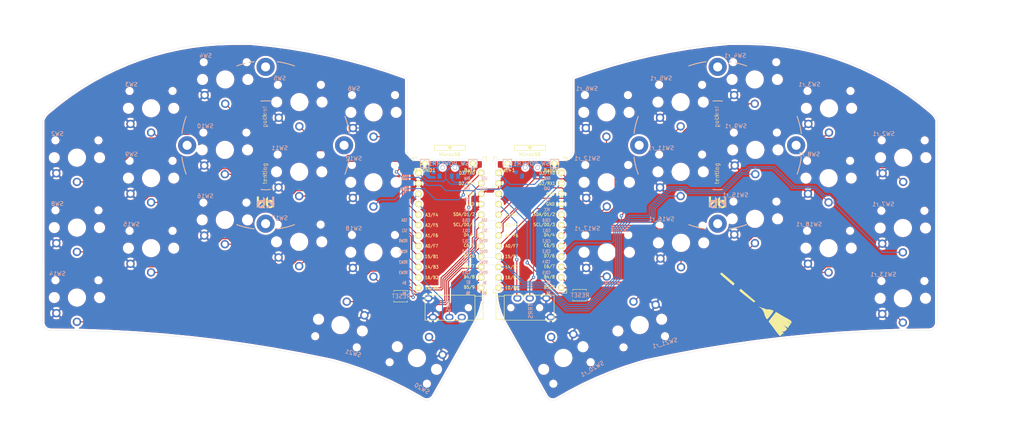
<source format=kicad_pcb>
(kicad_pcb (version 20171130) (host pcbnew 5.1.9)
  (layers (0 F.Cu signal) (31 B.Cu signal) (34 B.Paste user) (35 F.Paste user) (36 B.SilkS user) (37 F.SilkS user) (38 B.Mask user) (39 F.Mask user) (44 Edge.Cuts user))
  (net 0 "")
  (net 1 BT+)
  (net 2 gnd)
  (net 3 vcc)
  (net 4 Switch18)
  (net 5 reset)
  (net 6 Switch1)
  (net 7 Switch2)
  (net 8 Switch3)
  (net 9 Switch4)
  (net 10 Switch5)
  (net 11 Switch6)
  (net 12 Switch7)
  (net 13 Switch8)
  (net 14 Switch9)
  (net 15 Switch10)
  (net 16 Switch11)
  (net 17 Switch12)
  (net 18 Switch13)
  (net 19 Switch14)
  (net 20 Switch15)
  (net 21 Switch16)
  (net 22 Switch17)
  (net 23 "Net-(SW_POWER1-Pad1)")
  (net 24 raw)
  (net 25 BT+_r)
  (net 26 Switch18_r)
  (net 27 reset_r)
  (net 28 Switch9_r)
  (net 29 Switch10_r)
  (net 30 Switch11_r)
  (net 31 Switch12_r)
  (net 32 Switch13_r)
  (net 33 Switch14_r)
  (net 34 Switch15_r)
  (net 35 Switch16_r)
  (net 36 Switch17_r)
  (net 37 Switch1_r)
  (net 38 Switch2_r)
  (net 39 Switch3_r)
  (net 40 Switch4_r)
  (net 41 Switch5_r)
  (net 42 Switch6_r)
  (net 43 Switch7_r)
  (net 44 Switch8_r)
  (net 45 "Net-(SW_POWERR1-Pad1)")
  (module kbd:SW_SPST_B3U-1000P (layer F.Cu) (at 144.018 74.422)
    (fp_text reference RSW2 hide)
    (fp_text value SW_Push)
    (fp_text user RESET (at 0.127 0) (layer B.SilkS) (effects (justify mirror)))
    (pad 1 smd rect (at -1.7 0) (size 0.9 1.7) (layers F.Cu F.Paste F.Mask) (net 2 gnd))
    (pad 2 smd rect (at 1.7 0) (size 0.9 1.7) (layers F.Cu F.Paste F.Mask) (net 27 reset_r))
  )
  (module kbd:SW_SPST_B3U-1000P (layer F.Cu) (at 100.584 74.676)
    (fp_text reference RSW1 hide)
    (fp_text value SW_Push)
    (fp_text user RESET (at 0.127 0) (layer B.SilkS) (effects (justify mirror)))
    (pad 1 smd rect (at -1.7 0) (size 0.9 1.7) (layers F.Cu F.Paste F.Mask) (net 2 gnd))
    (pad 2 smd rect (at 1.7 0) (size 0.9 1.7) (layers F.Cu F.Paste F.Mask) (net 5 reset))
  )
  (module Kailh:TRRS-PJ-320A (layer F.Cu) (at 125.73 77.47 90)
    (fp_text reference J1)
    (fp_text value AudioJack4dpb hide)
    (fp_text user TRRS (at -0.8255 6.4135 90) (layer B.SilkS) (effects (justify mirror)))
    (pad R1 thru_hole oval (at 2.3 6.2 90) (size 1.6 2) (drill oval 0.9 1.3) (layers *.Cu *.Mask) (net 26 Switch18_r))
    (pad "" np_thru_hole circle (at 0 1.6 90) (size 0.8 0.8) (drill 0.8) (layers *.Cu *.Mask))
    (pad "" np_thru_hole circle (at 0 8.6 90) (size 0.8 0.8) (drill 0.8) (layers *.Cu *.Mask))
    (pad R2 thru_hole oval (at 2.3 3.2 90) (size 1.6 2) (drill oval 0.9 1.3) (layers *.Cu *.Mask) (net 3 vcc))
    (pad T thru_hole oval (at 2.3 10.2 90) (size 1.6 2) (drill oval 0.9 1.3) (layers *.Cu *.Mask) (net 2 gnd))
    (pad S thru_hole oval (at -2.3 11.3 90) (size 1.6 2) (drill oval 0.9 1.3) (layers *.Cu *.Mask) (net 2 gnd))
  )
  (module kbd:Tenting_Puck2 (layer F.Cu) (at 177.546 38)
    (fp_text reference REF**)
    (fp_text value "Tenting Puck")
    (fp_text user puck (at -0.1905 6.0325 90 unlocked) (layer B.SilkS) (effects (font (thickness 0.1)) (justify mirror)))
    (fp_text user tenting (at -0.254 -6.9215 90) (layer B.SilkS) (effects (font (thickness 0.1)) (justify mirror)))
    (fp_text user puck (at -0.254 -6.0325 90) (layer F.SilkS) (effects (font (thickness 0.1))))
    (fp_text user tenting (at -0.1905 6.858 90) (layer F.SilkS) (effects (font (thickness 0.1))))
    (pad 1 thru_hole circle (at -19.05 0) (size 4.4 4.4) (drill 2.2) (layers *.Cu *.Mask))
    (pad 1 thru_hole circle (at 0 19.05) (size 4.4 4.4) (drill 2.2) (layers *.Cu *.Mask))
    (pad 1 thru_hole circle (at 19.05 0) (size 4.4 4.4) (drill 2.2) (layers *.Cu *.Mask))
    (pad 1 thru_hole circle (at 0 -19.05) (size 4.4 4.4) (drill 2.2) (layers *.Cu *.Mask))
  )
  (module kbd:Tenting_Puck2 (layer F.Cu) (at 67.8 38)
    (fp_text reference REF**)
    (fp_text value "Tenting Puck")
    (fp_text user tenting (at -0.1905 6.858 90) (layer F.SilkS) (effects (font (thickness 0.1))))
    (fp_text user puck (at -0.254 -6.0325 90) (layer F.SilkS) (effects (font (thickness 0.1))))
    (fp_text user tenting (at -0.254 -6.9215 90) (layer B.SilkS) (effects (font (thickness 0.1)) (justify mirror)))
    (fp_text user puck (at -0.1905 6.0325 90 unlocked) (layer B.SilkS) (effects (font (thickness 0.1)) (justify mirror)))
    (pad 1 thru_hole circle (at 0 -19.05) (size 4.4 4.4) (drill 2.2) (layers *.Cu *.Mask))
    (pad 1 thru_hole circle (at 19.05 0) (size 4.4 4.4) (drill 2.2) (layers *.Cu *.Mask))
    (pad 1 thru_hole circle (at 0 19.05) (size 4.4 4.4) (drill 2.2) (layers *.Cu *.Mask))
    (pad 1 thru_hole circle (at -19.05 0) (size 4.4 4.4) (drill 2.2) (layers *.Cu *.Mask))
  )
  (module Kailh:TRRS-PJ-320A (layer F.Cu) (at 118.618 77.47 270)
    (fp_text reference J2)
    (fp_text value AudioJack4dpb hide)
    (fp_text user TRRS (at -0.8255 6.4135 90) (layer B.SilkS) (effects (justify mirror)))
    (pad R1 thru_hole oval (at 2.3 6.2 270) (size 1.6 2) (drill oval 0.9 1.3) (layers *.Cu *.Mask) (net 4 Switch18))
    (pad "" np_thru_hole circle (at 0 1.6 270) (size 0.8 0.8) (drill 0.8) (layers *.Cu *.Mask))
    (pad "" np_thru_hole circle (at 0 8.6 270) (size 0.8 0.8) (drill 0.8) (layers *.Cu *.Mask))
    (pad R2 thru_hole oval (at 2.3 3.2 270) (size 1.6 2) (drill oval 0.9 1.3) (layers *.Cu *.Mask) (net 3 vcc))
    (pad T thru_hole oval (at 2.3 10.2 270) (size 1.6 2) (drill oval 0.9 1.3) (layers *.Cu *.Mask) (net 2 gnd))
    (pad S thru_hole oval (at -2.3 11.3 270) (size 1.6 2) (drill oval 0.9 1.3) (layers *.Cu *.Mask) (net 2 gnd))
  )
  (module Kailh:SW_PG1350_nonrev_DPB (layer F.Cu) (at 158.632 81.7 195)
    (fp_text reference SW21_r1 hide)
    (fp_text value SW_Push hide)
    (fp_text user %R (at -4.759999 -5.8 15) (layer B.SilkS) (effects (justify mirror)))
    (pad "" np_thru_hole circle (at -5.22 -4.2 195) (size 0.9906 0.9906) (drill 0.9906) (layers *.Cu *.Mask))
    (pad "" np_thru_hole circle (at 0 0 195) (size 3.429 3.429) (drill 3.429) (layers *.Cu *.Mask))
    (pad 2 thru_hole circle (at -5 3.8 195) (size 2.032 2.032) (drill 1.27) (layers *.Cu *.Mask) (net 2 gnd))
    (pad 1 thru_hole circle (at 0 5.9 195) (size 2.032 2.032) (drill 1.27) (layers *.Cu *.Mask) (net 36 Switch17_r))
    (pad "" np_thru_hole circle (at 5.22 -4.2 195) (size 0.9906 0.9906) (drill 0.9906) (layers *.Cu *.Mask))
    (pad "" np_thru_hole circle (at 5.5 0 195) (size 1.7018 1.7018) (drill 1.7018) (layers *.Cu *.Mask))
    (pad "" np_thru_hole circle (at -5.5 0 195) (size 1.7018 1.7018) (drill 1.7018) (layers *.Cu *.Mask))
  )
  (module Kailh:SW_PG1350_nonrev_DPB (layer F.Cu) (at 140.072 89.7 210)
    (fp_text reference SW20_r1 hide)
    (fp_text value SW_Push hide)
    (fp_text user %R (at -4.76 -5.8 30) (layer B.SilkS) (effects (justify mirror)))
    (pad "" np_thru_hole circle (at -5.22 -4.2 210) (size 0.9906 0.9906) (drill 0.9906) (layers *.Cu *.Mask))
    (pad "" np_thru_hole circle (at 0 0 210) (size 3.429 3.429) (drill 3.429) (layers *.Cu *.Mask))
    (pad 2 thru_hole circle (at -5 3.8 210) (size 2.032 2.032) (drill 1.27) (layers *.Cu *.Mask) (net 2 gnd))
    (pad 1 thru_hole circle (at 0 5.9 210) (size 2.032 2.032) (drill 1.27) (layers *.Cu *.Mask) (net 35 Switch16_r))
    (pad "" np_thru_hole circle (at 5.22 -4.2 210) (size 0.9906 0.9906) (drill 0.9906) (layers *.Cu *.Mask))
    (pad "" np_thru_hole circle (at 5.5 0 210) (size 1.7018 1.7018) (drill 1.7018) (layers *.Cu *.Mask))
    (pad "" np_thru_hole circle (at -5.5 0 210) (size 1.7018 1.7018) (drill 1.7018) (layers *.Cu *.Mask))
  )
  (module Kailh:SW_PG1350_nonrev_DPB (layer F.Cu) (at 186.69 39.116)
    (fp_text reference SW9_r1 hide)
    (fp_text value SW_Push hide)
    (fp_text user %R (at -4.76 -5.8) (layer B.SilkS) (effects (justify mirror)))
    (pad "" np_thru_hole circle (at -5.22 -4.2) (size 0.9906 0.9906) (drill 0.9906) (layers *.Cu *.Mask))
    (pad "" np_thru_hole circle (at 0 0) (size 3.429 3.429) (drill 3.429) (layers *.Cu *.Mask))
    (pad 2 thru_hole circle (at -5 3.8) (size 2.032 2.032) (drill 1.27) (layers *.Cu *.Mask) (net 2 gnd))
    (pad 1 thru_hole circle (at 0 5.9) (size 2.032 2.032) (drill 1.27) (layers *.Cu *.Mask) (net 44 Switch8_r))
    (pad "" np_thru_hole circle (at 5.22 -4.2) (size 0.9906 0.9906) (drill 0.9906) (layers *.Cu *.Mask))
    (pad "" np_thru_hole circle (at 5.5 0) (size 1.7018 1.7018) (drill 1.7018) (layers *.Cu *.Mask))
    (pad "" np_thru_hole circle (at -5.5 0) (size 1.7018 1.7018) (drill 1.7018) (layers *.Cu *.Mask))
  )
  (module Kailh:SW_PG1350_nonrev_DPB (layer F.Cu) (at 204.47 45.974)
    (fp_text reference SW8_r1 hide)
    (fp_text value SW_Push hide)
    (fp_text user %R (at -4.76 -5.8) (layer B.SilkS) (effects (justify mirror)))
    (pad "" np_thru_hole circle (at -5.22 -4.2) (size 0.9906 0.9906) (drill 0.9906) (layers *.Cu *.Mask))
    (pad "" np_thru_hole circle (at 0 0) (size 3.429 3.429) (drill 3.429) (layers *.Cu *.Mask))
    (pad 2 thru_hole circle (at -5 3.8) (size 2.032 2.032) (drill 1.27) (layers *.Cu *.Mask) (net 2 gnd))
    (pad 1 thru_hole circle (at 0 5.9) (size 2.032 2.032) (drill 1.27) (layers *.Cu *.Mask) (net 43 Switch7_r))
    (pad "" np_thru_hole circle (at 5.22 -4.2) (size 0.9906 0.9906) (drill 0.9906) (layers *.Cu *.Mask))
    (pad "" np_thru_hole circle (at 5.5 0) (size 1.7018 1.7018) (drill 1.7018) (layers *.Cu *.Mask))
    (pad "" np_thru_hole circle (at -5.5 0) (size 1.7018 1.7018) (drill 1.7018) (layers *.Cu *.Mask))
  )
  (module Kailh:SW_PG1350_nonrev_DPB (layer F.Cu) (at 222.504 58.108)
    (fp_text reference SW7_r1 hide)
    (fp_text value SW_Push hide)
    (fp_text user %R (at -4.76 -5.8) (layer B.SilkS) (effects (justify mirror)))
    (pad "" np_thru_hole circle (at -5.22 -4.2) (size 0.9906 0.9906) (drill 0.9906) (layers *.Cu *.Mask))
    (pad "" np_thru_hole circle (at 0 0) (size 3.429 3.429) (drill 3.429) (layers *.Cu *.Mask))
    (pad 2 thru_hole circle (at -5 3.8) (size 2.032 2.032) (drill 1.27) (layers *.Cu *.Mask) (net 2 gnd))
    (pad 1 thru_hole circle (at 0 5.9) (size 2.032 2.032) (drill 1.27) (layers *.Cu *.Mask) (net 42 Switch6_r))
    (pad "" np_thru_hole circle (at 5.22 -4.2) (size 0.9906 0.9906) (drill 0.9906) (layers *.Cu *.Mask))
    (pad "" np_thru_hole circle (at 5.5 0) (size 1.7018 1.7018) (drill 1.7018) (layers *.Cu *.Mask))
    (pad "" np_thru_hole circle (at -5.5 0) (size 1.7018 1.7018) (drill 1.7018) (layers *.Cu *.Mask))
  )
  (module Kailh:SW_PG1350_nonrev_DPB (layer F.Cu) (at 150.54 30)
    (fp_text reference SW6_r1 hide)
    (fp_text value SW_Push hide)
    (fp_text user %R (at -4.76 -5.8) (layer B.SilkS) (effects (justify mirror)))
    (pad "" np_thru_hole circle (at -5.22 -4.2) (size 0.9906 0.9906) (drill 0.9906) (layers *.Cu *.Mask))
    (pad "" np_thru_hole circle (at 0 0) (size 3.429 3.429) (drill 3.429) (layers *.Cu *.Mask))
    (pad 2 thru_hole circle (at -5 3.8) (size 2.032 2.032) (drill 1.27) (layers *.Cu *.Mask) (net 2 gnd))
    (pad 1 thru_hole circle (at 0 5.9) (size 2.032 2.032) (drill 1.27) (layers *.Cu *.Mask) (net 41 Switch5_r))
    (pad "" np_thru_hole circle (at 5.22 -4.2) (size 0.9906 0.9906) (drill 0.9906) (layers *.Cu *.Mask))
    (pad "" np_thru_hole circle (at 5.5 0) (size 1.7018 1.7018) (drill 1.7018) (layers *.Cu *.Mask))
    (pad "" np_thru_hole circle (at -5.5 0) (size 1.7018 1.7018) (drill 1.7018) (layers *.Cu *.Mask))
  )
  (module Kailh:SW_PG1350_nonrev_DPB (layer F.Cu) (at 168.554 27.5)
    (fp_text reference SW5_r1 hide)
    (fp_text value SW_Push hide)
    (fp_text user %R (at -4.76 -5.8) (layer B.SilkS) (effects (justify mirror)))
    (pad "" np_thru_hole circle (at -5.22 -4.2) (size 0.9906 0.9906) (drill 0.9906) (layers *.Cu *.Mask))
    (pad "" np_thru_hole circle (at 0 0) (size 3.429 3.429) (drill 3.429) (layers *.Cu *.Mask))
    (pad 2 thru_hole circle (at -5 3.8) (size 2.032 2.032) (drill 1.27) (layers *.Cu *.Mask) (net 2 gnd))
    (pad 1 thru_hole circle (at 0 5.9) (size 2.032 2.032) (drill 1.27) (layers *.Cu *.Mask) (net 40 Switch4_r))
    (pad "" np_thru_hole circle (at 5.22 -4.2) (size 0.9906 0.9906) (drill 0.9906) (layers *.Cu *.Mask))
    (pad "" np_thru_hole circle (at 5.5 0) (size 1.7018 1.7018) (drill 1.7018) (layers *.Cu *.Mask))
    (pad "" np_thru_hole circle (at -5.5 0) (size 1.7018 1.7018) (drill 1.7018) (layers *.Cu *.Mask))
  )
  (module Kailh:SW_PG1350_nonrev_DPB (layer F.Cu) (at 186.542 22)
    (fp_text reference SW4_r1 hide)
    (fp_text value SW_Push hide)
    (fp_text user %R (at -4.76 -5.8) (layer B.SilkS) (effects (justify mirror)))
    (pad "" np_thru_hole circle (at -5.22 -4.2) (size 0.9906 0.9906) (drill 0.9906) (layers *.Cu *.Mask))
    (pad "" np_thru_hole circle (at 0 0) (size 3.429 3.429) (drill 3.429) (layers *.Cu *.Mask))
    (pad 2 thru_hole circle (at -5 3.8) (size 2.032 2.032) (drill 1.27) (layers *.Cu *.Mask) (net 2 gnd))
    (pad 1 thru_hole circle (at 0 5.9) (size 2.032 2.032) (drill 1.27) (layers *.Cu *.Mask) (net 39 Switch3_r))
    (pad "" np_thru_hole circle (at 5.22 -4.2) (size 0.9906 0.9906) (drill 0.9906) (layers *.Cu *.Mask))
    (pad "" np_thru_hole circle (at 5.5 0) (size 1.7018 1.7018) (drill 1.7018) (layers *.Cu *.Mask))
    (pad "" np_thru_hole circle (at -5.5 0) (size 1.7018 1.7018) (drill 1.7018) (layers *.Cu *.Mask))
  )
  (module Kailh:SW_PG1350_nonrev_DPB (layer F.Cu) (at 204.568 29)
    (fp_text reference SW3_r1 hide)
    (fp_text value SW_Push hide)
    (fp_text user %R (at -4.76 -5.8) (layer B.SilkS) (effects (justify mirror)))
    (pad "" np_thru_hole circle (at -5.22 -4.2) (size 0.9906 0.9906) (drill 0.9906) (layers *.Cu *.Mask))
    (pad "" np_thru_hole circle (at 0 0) (size 3.429 3.429) (drill 3.429) (layers *.Cu *.Mask))
    (pad 2 thru_hole circle (at -5 3.8) (size 2.032 2.032) (drill 1.27) (layers *.Cu *.Mask) (net 2 gnd))
    (pad 1 thru_hole circle (at 0 5.9) (size 2.032 2.032) (drill 1.27) (layers *.Cu *.Mask) (net 38 Switch2_r))
    (pad "" np_thru_hole circle (at 5.22 -4.2) (size 0.9906 0.9906) (drill 0.9906) (layers *.Cu *.Mask))
    (pad "" np_thru_hole circle (at 5.5 0) (size 1.7018 1.7018) (drill 1.7018) (layers *.Cu *.Mask))
    (pad "" np_thru_hole circle (at -5.5 0) (size 1.7018 1.7018) (drill 1.7018) (layers *.Cu *.Mask))
  )
  (module Kailh:SW_PG1350_nonrev_DPB (layer F.Cu) (at 222.586 41)
    (fp_text reference SW2_r1 hide)
    (fp_text value SW_Push hide)
    (fp_text user %R (at -4.76 -5.8) (layer B.SilkS) (effects (justify mirror)))
    (pad "" np_thru_hole circle (at -5.22 -4.2) (size 0.9906 0.9906) (drill 0.9906) (layers *.Cu *.Mask))
    (pad "" np_thru_hole circle (at 0 0) (size 3.429 3.429) (drill 3.429) (layers *.Cu *.Mask))
    (pad 2 thru_hole circle (at -5 3.8) (size 2.032 2.032) (drill 1.27) (layers *.Cu *.Mask) (net 2 gnd))
    (pad 1 thru_hole circle (at 0 5.9) (size 2.032 2.032) (drill 1.27) (layers *.Cu *.Mask) (net 37 Switch1_r))
    (pad "" np_thru_hole circle (at 5.22 -4.2) (size 0.9906 0.9906) (drill 0.9906) (layers *.Cu *.Mask))
    (pad "" np_thru_hole circle (at 5.5 0) (size 1.7018 1.7018) (drill 1.7018) (layers *.Cu *.Mask))
    (pad "" np_thru_hole circle (at -5.5 0) (size 1.7018 1.7018) (drill 1.7018) (layers *.Cu *.Mask))
  )
  (module Kailh:SW_PG1350_nonrev_DPB (layer F.Cu) (at 204.47 62.992)
    (fp_text reference SW18_r1 hide)
    (fp_text value SW_Push hide)
    (fp_text user %R (at -4.76 -5.8) (layer B.SilkS) (effects (justify mirror)))
    (pad "" np_thru_hole circle (at -5.22 -4.2) (size 0.9906 0.9906) (drill 0.9906) (layers *.Cu *.Mask))
    (pad "" np_thru_hole circle (at 0 0) (size 3.429 3.429) (drill 3.429) (layers *.Cu *.Mask))
    (pad 2 thru_hole circle (at -5 3.8) (size 2.032 2.032) (drill 1.27) (layers *.Cu *.Mask) (net 2 gnd))
    (pad 1 thru_hole circle (at 0 5.9) (size 2.032 2.032) (drill 1.27) (layers *.Cu *.Mask) (net 31 Switch12_r))
    (pad "" np_thru_hole circle (at 5.22 -4.2) (size 0.9906 0.9906) (drill 0.9906) (layers *.Cu *.Mask))
    (pad "" np_thru_hole circle (at 5.5 0) (size 1.7018 1.7018) (drill 1.7018) (layers *.Cu *.Mask))
    (pad "" np_thru_hole circle (at -5.5 0) (size 1.7018 1.7018) (drill 1.7018) (layers *.Cu *.Mask))
  )
  (module Kailh:SW_PG1350_nonrev_DPB (layer F.Cu) (at 150.622 64.008)
    (fp_text reference SW17_r1 hide)
    (fp_text value SW_Push hide)
    (fp_text user %R (at -4.76 -5.8) (layer B.SilkS) (effects (justify mirror)))
    (pad "" np_thru_hole circle (at -5.22 -4.2) (size 0.9906 0.9906) (drill 0.9906) (layers *.Cu *.Mask))
    (pad "" np_thru_hole circle (at 0 0) (size 3.429 3.429) (drill 3.429) (layers *.Cu *.Mask))
    (pad 2 thru_hole circle (at -5 3.8) (size 2.032 2.032) (drill 1.27) (layers *.Cu *.Mask) (net 2 gnd))
    (pad 1 thru_hole circle (at 0 5.9) (size 2.032 2.032) (drill 1.27) (layers *.Cu *.Mask) (net 34 Switch15_r))
    (pad "" np_thru_hole circle (at 5.22 -4.2) (size 0.9906 0.9906) (drill 0.9906) (layers *.Cu *.Mask))
    (pad "" np_thru_hole circle (at 5.5 0) (size 1.7018 1.7018) (drill 1.7018) (layers *.Cu *.Mask))
    (pad "" np_thru_hole circle (at -5.5 0) (size 1.7018 1.7018) (drill 1.7018) (layers *.Cu *.Mask))
  )
  (module Kailh:SW_PG1350_nonrev_DPB (layer F.Cu) (at 168.656 61.722)
    (fp_text reference SW16_r1 hide)
    (fp_text value SW_Push hide)
    (fp_text user %R (at -4.76 -5.8) (layer B.SilkS) (effects (justify mirror)))
    (pad "" np_thru_hole circle (at -5.22 -4.2) (size 0.9906 0.9906) (drill 0.9906) (layers *.Cu *.Mask))
    (pad "" np_thru_hole circle (at 0 0) (size 3.429 3.429) (drill 3.429) (layers *.Cu *.Mask))
    (pad 2 thru_hole circle (at -5 3.8) (size 2.032 2.032) (drill 1.27) (layers *.Cu *.Mask) (net 2 gnd))
    (pad 1 thru_hole circle (at 0 5.9) (size 2.032 2.032) (drill 1.27) (layers *.Cu *.Mask) (net 33 Switch14_r))
    (pad "" np_thru_hole circle (at 5.22 -4.2) (size 0.9906 0.9906) (drill 0.9906) (layers *.Cu *.Mask))
    (pad "" np_thru_hole circle (at 5.5 0) (size 1.7018 1.7018) (drill 1.7018) (layers *.Cu *.Mask))
    (pad "" np_thru_hole circle (at -5.5 0) (size 1.7018 1.7018) (drill 1.7018) (layers *.Cu *.Mask))
  )
  (module Kailh:SW_PG1350_nonrev_DPB (layer F.Cu) (at 186.59 55.88)
    (fp_text reference SW15_r1 hide)
    (fp_text value SW_Push hide)
    (fp_text user %R (at -4.76 -5.8) (layer B.SilkS) (effects (justify mirror)))
    (pad "" np_thru_hole circle (at -5.22 -4.2) (size 0.9906 0.9906) (drill 0.9906) (layers *.Cu *.Mask))
    (pad "" np_thru_hole circle (at 0 0) (size 3.429 3.429) (drill 3.429) (layers *.Cu *.Mask))
    (pad 2 thru_hole circle (at -5 3.8) (size 2.032 2.032) (drill 1.27) (layers *.Cu *.Mask) (net 2 gnd))
    (pad 1 thru_hole circle (at 0 5.9) (size 2.032 2.032) (drill 1.27) (layers *.Cu *.Mask) (net 32 Switch13_r))
    (pad "" np_thru_hole circle (at 5.22 -4.2) (size 0.9906 0.9906) (drill 0.9906) (layers *.Cu *.Mask))
    (pad "" np_thru_hole circle (at 5.5 0) (size 1.7018 1.7018) (drill 1.7018) (layers *.Cu *.Mask))
    (pad "" np_thru_hole circle (at -5.5 0) (size 1.7018 1.7018) (drill 1.7018) (layers *.Cu *.Mask))
  )
  (module Kailh:SW_PG1350_nonrev_DPB (layer F.Cu) (at 222.504 75.184)
    (fp_text reference SW13_r1 hide)
    (fp_text value SW_Push hide)
    (fp_text user %R (at -4.76 -5.8) (layer B.SilkS) (effects (justify mirror)))
    (pad "" np_thru_hole circle (at -5.22 -4.2) (size 0.9906 0.9906) (drill 0.9906) (layers *.Cu *.Mask))
    (pad "" np_thru_hole circle (at 0 0) (size 3.429 3.429) (drill 3.429) (layers *.Cu *.Mask))
    (pad 2 thru_hole circle (at -5 3.8) (size 2.032 2.032) (drill 1.27) (layers *.Cu *.Mask) (net 2 gnd))
    (pad 1 thru_hole circle (at 0 5.9) (size 2.032 2.032) (drill 1.27) (layers *.Cu *.Mask) (net 30 Switch11_r))
    (pad "" np_thru_hole circle (at 5.22 -4.2) (size 0.9906 0.9906) (drill 0.9906) (layers *.Cu *.Mask))
    (pad "" np_thru_hole circle (at 5.5 0) (size 1.7018 1.7018) (drill 1.7018) (layers *.Cu *.Mask))
    (pad "" np_thru_hole circle (at -5.5 0) (size 1.7018 1.7018) (drill 1.7018) (layers *.Cu *.Mask))
  )
  (module Kailh:SW_PG1350_nonrev_DPB (layer F.Cu) (at 150.622 46.99)
    (fp_text reference SW12_r1 hide)
    (fp_text value SW_Push hide)
    (fp_text user %R (at -4.76 -5.8) (layer B.SilkS) (effects (justify mirror)))
    (pad "" np_thru_hole circle (at -5.22 -4.2) (size 0.9906 0.9906) (drill 0.9906) (layers *.Cu *.Mask))
    (pad "" np_thru_hole circle (at 0 0) (size 3.429 3.429) (drill 3.429) (layers *.Cu *.Mask))
    (pad 2 thru_hole circle (at -5 3.8) (size 2.032 2.032) (drill 1.27) (layers *.Cu *.Mask) (net 2 gnd))
    (pad 1 thru_hole circle (at 0 5.9) (size 2.032 2.032) (drill 1.27) (layers *.Cu *.Mask) (net 29 Switch10_r))
    (pad "" np_thru_hole circle (at 5.22 -4.2) (size 0.9906 0.9906) (drill 0.9906) (layers *.Cu *.Mask))
    (pad "" np_thru_hole circle (at 5.5 0) (size 1.7018 1.7018) (drill 1.7018) (layers *.Cu *.Mask))
    (pad "" np_thru_hole circle (at -5.5 0) (size 1.7018 1.7018) (drill 1.7018) (layers *.Cu *.Mask))
  )
  (module Kailh:SW_PG1350_nonrev_DPB (layer F.Cu) (at 168.556 44.45)
    (fp_text reference SW11_r1 hide)
    (fp_text value SW_Push hide)
    (fp_text user %R (at -4.76 -5.8) (layer B.SilkS) (effects (justify mirror)))
    (pad "" np_thru_hole circle (at -5.22 -4.2) (size 0.9906 0.9906) (drill 0.9906) (layers *.Cu *.Mask))
    (pad "" np_thru_hole circle (at 0 0) (size 3.429 3.429) (drill 3.429) (layers *.Cu *.Mask))
    (pad 2 thru_hole circle (at -5 3.8) (size 2.032 2.032) (drill 1.27) (layers *.Cu *.Mask) (net 2 gnd))
    (pad 1 thru_hole circle (at 0 5.9) (size 2.032 2.032) (drill 1.27) (layers *.Cu *.Mask) (net 28 Switch9_r))
    (pad "" np_thru_hole circle (at 5.22 -4.2) (size 0.9906 0.9906) (drill 0.9906) (layers *.Cu *.Mask))
    (pad "" np_thru_hole circle (at 5.5 0) (size 1.7018 1.7018) (drill 1.7018) (layers *.Cu *.Mask))
    (pad "" np_thru_hole circle (at -5.5 0) (size 1.7018 1.7018) (drill 1.7018) (layers *.Cu *.Mask))
  )
  (module Kailh:SW_PG1350_nonrev_DPB (layer F.Cu) (at 85.97 81.7 165)
    (fp_text reference SW21 hide)
    (fp_text value SW_Push hide)
    (fp_text user %R (at -4.759999 -5.8 165) (layer B.SilkS) (effects (justify mirror)))
    (pad "" np_thru_hole circle (at -5.22 -4.2 165) (size 0.9906 0.9906) (drill 0.9906) (layers *.Cu *.Mask))
    (pad "" np_thru_hole circle (at 0 0 165) (size 3.429 3.429) (drill 3.429) (layers *.Cu *.Mask))
    (pad 2 thru_hole circle (at -5 3.8 165) (size 2.032 2.032) (drill 1.27) (layers *.Cu *.Mask) (net 2 gnd))
    (pad 1 thru_hole circle (at 0 5.9 165) (size 2.032 2.032) (drill 1.27) (layers *.Cu *.Mask) (net 22 Switch17))
    (pad "" np_thru_hole circle (at 5.22 -4.2 165) (size 0.9906 0.9906) (drill 0.9906) (layers *.Cu *.Mask))
    (pad "" np_thru_hole circle (at 5.5 0 165) (size 1.7018 1.7018) (drill 1.7018) (layers *.Cu *.Mask))
    (pad "" np_thru_hole circle (at -5.5 0 165) (size 1.7018 1.7018) (drill 1.7018) (layers *.Cu *.Mask))
  )
  (module Kailh:SW_PG1350_nonrev_DPB (layer F.Cu) (at 104.53 89.7 150)
    (fp_text reference SW20 hide)
    (fp_text value SW_Push hide)
    (fp_text user %R (at -4.76 -5.8 150) (layer B.SilkS) (effects (justify mirror)))
    (pad "" np_thru_hole circle (at -5.22 -4.2 150) (size 0.9906 0.9906) (drill 0.9906) (layers *.Cu *.Mask))
    (pad "" np_thru_hole circle (at 0 0 150) (size 3.429 3.429) (drill 3.429) (layers *.Cu *.Mask))
    (pad 2 thru_hole circle (at -5 3.8 150) (size 2.032 2.032) (drill 1.27) (layers *.Cu *.Mask) (net 2 gnd))
    (pad 1 thru_hole circle (at 0 5.9 150) (size 2.032 2.032) (drill 1.27) (layers *.Cu *.Mask) (net 21 Switch16))
    (pad "" np_thru_hole circle (at 5.22 -4.2 150) (size 0.9906 0.9906) (drill 0.9906) (layers *.Cu *.Mask))
    (pad "" np_thru_hole circle (at 5.5 0 150) (size 1.7018 1.7018) (drill 1.7018) (layers *.Cu *.Mask))
    (pad "" np_thru_hole circle (at -5.5 0 150) (size 1.7018 1.7018) (drill 1.7018) (layers *.Cu *.Mask))
  )
  (module Kailh:SW_PG1350_nonrev_DPB (layer F.Cu) (at 93.98 64.008)
    (fp_text reference SW18 hide)
    (fp_text value SW_Push hide)
    (fp_text user %R (at -4.76 -5.8) (layer B.SilkS) (effects (justify mirror)))
    (pad "" np_thru_hole circle (at -5.22 -4.2) (size 0.9906 0.9906) (drill 0.9906) (layers *.Cu *.Mask))
    (pad "" np_thru_hole circle (at 0 0) (size 3.429 3.429) (drill 3.429) (layers *.Cu *.Mask))
    (pad 2 thru_hole circle (at -5 3.8) (size 2.032 2.032) (drill 1.27) (layers *.Cu *.Mask) (net 2 gnd))
    (pad 1 thru_hole circle (at 0 5.9) (size 2.032 2.032) (drill 1.27) (layers *.Cu *.Mask) (net 20 Switch15))
    (pad "" np_thru_hole circle (at 5.22 -4.2) (size 0.9906 0.9906) (drill 0.9906) (layers *.Cu *.Mask))
    (pad "" np_thru_hole circle (at 5.5 0) (size 1.7018 1.7018) (drill 1.7018) (layers *.Cu *.Mask))
    (pad "" np_thru_hole circle (at -5.5 0) (size 1.7018 1.7018) (drill 1.7018) (layers *.Cu *.Mask))
  )
  (module Kailh:SW_PG1350_nonrev_DPB (layer F.Cu) (at 75.946 61.468)
    (fp_text reference SW17 hide)
    (fp_text value SW_Push hide)
    (fp_text user %R (at -4.76 -5.8) (layer B.SilkS) (effects (justify mirror)))
    (pad "" np_thru_hole circle (at -5.22 -4.2) (size 0.9906 0.9906) (drill 0.9906) (layers *.Cu *.Mask))
    (pad "" np_thru_hole circle (at 0 0) (size 3.429 3.429) (drill 3.429) (layers *.Cu *.Mask))
    (pad 2 thru_hole circle (at -5 3.8) (size 2.032 2.032) (drill 1.27) (layers *.Cu *.Mask) (net 2 gnd))
    (pad 1 thru_hole circle (at 0 5.9) (size 2.032 2.032) (drill 1.27) (layers *.Cu *.Mask) (net 19 Switch14))
    (pad "" np_thru_hole circle (at 5.22 -4.2) (size 0.9906 0.9906) (drill 0.9906) (layers *.Cu *.Mask))
    (pad "" np_thru_hole circle (at 5.5 0) (size 1.7018 1.7018) (drill 1.7018) (layers *.Cu *.Mask))
    (pad "" np_thru_hole circle (at -5.5 0) (size 1.7018 1.7018) (drill 1.7018) (layers *.Cu *.Mask))
  )
  (module Kailh:SW_PG1350_nonrev_DPB (layer F.Cu) (at 57.912 56.134)
    (fp_text reference SW16 hide)
    (fp_text value SW_Push hide)
    (fp_text user %R (at -4.76 -5.8) (layer B.SilkS) (effects (justify mirror)))
    (pad "" np_thru_hole circle (at -5.22 -4.2) (size 0.9906 0.9906) (drill 0.9906) (layers *.Cu *.Mask))
    (pad "" np_thru_hole circle (at 0 0) (size 3.429 3.429) (drill 3.429) (layers *.Cu *.Mask))
    (pad 2 thru_hole circle (at -5 3.8) (size 2.032 2.032) (drill 1.27) (layers *.Cu *.Mask) (net 2 gnd))
    (pad 1 thru_hole circle (at 0 5.9) (size 2.032 2.032) (drill 1.27) (layers *.Cu *.Mask) (net 18 Switch13))
    (pad "" np_thru_hole circle (at 5.22 -4.2) (size 0.9906 0.9906) (drill 0.9906) (layers *.Cu *.Mask))
    (pad "" np_thru_hole circle (at 5.5 0) (size 1.7018 1.7018) (drill 1.7018) (layers *.Cu *.Mask))
    (pad "" np_thru_hole circle (at -5.5 0) (size 1.7018 1.7018) (drill 1.7018) (layers *.Cu *.Mask))
  )
  (module Kailh:SW_PG1350_nonrev_DPB (layer F.Cu) (at 40 62.992)
    (fp_text reference SW15 hide)
    (fp_text value SW_Push hide)
    (fp_text user %R (at -4.76 -5.8) (layer B.SilkS) (effects (justify mirror)))
    (pad "" np_thru_hole circle (at -5.22 -4.2) (size 0.9906 0.9906) (drill 0.9906) (layers *.Cu *.Mask))
    (pad "" np_thru_hole circle (at 0 0) (size 3.429 3.429) (drill 3.429) (layers *.Cu *.Mask))
    (pad 2 thru_hole circle (at -5 3.8) (size 2.032 2.032) (drill 1.27) (layers *.Cu *.Mask) (net 2 gnd))
    (pad 1 thru_hole circle (at 0 5.9) (size 2.032 2.032) (drill 1.27) (layers *.Cu *.Mask) (net 17 Switch12))
    (pad "" np_thru_hole circle (at 5.22 -4.2) (size 0.9906 0.9906) (drill 0.9906) (layers *.Cu *.Mask))
    (pad "" np_thru_hole circle (at 5.5 0) (size 1.7018 1.7018) (drill 1.7018) (layers *.Cu *.Mask))
    (pad "" np_thru_hole circle (at -5.5 0) (size 1.7018 1.7018) (drill 1.7018) (layers *.Cu *.Mask))
  )
  (module Kailh:SW_PG1350_nonrev_DPB (layer F.Cu) (at 22 75)
    (fp_text reference SW14 hide)
    (fp_text value SW_Push hide)
    (fp_text user %R (at -4.76 -5.8) (layer B.SilkS) (effects (justify mirror)))
    (pad "" np_thru_hole circle (at -5.22 -4.2) (size 0.9906 0.9906) (drill 0.9906) (layers *.Cu *.Mask))
    (pad "" np_thru_hole circle (at 0 0) (size 3.429 3.429) (drill 3.429) (layers *.Cu *.Mask))
    (pad 2 thru_hole circle (at -5 3.8) (size 2.032 2.032) (drill 1.27) (layers *.Cu *.Mask) (net 2 gnd))
    (pad 1 thru_hole circle (at 0 5.9) (size 2.032 2.032) (drill 1.27) (layers *.Cu *.Mask) (net 16 Switch11))
    (pad "" np_thru_hole circle (at 5.22 -4.2) (size 0.9906 0.9906) (drill 0.9906) (layers *.Cu *.Mask))
    (pad "" np_thru_hole circle (at 5.5 0) (size 1.7018 1.7018) (drill 1.7018) (layers *.Cu *.Mask))
    (pad "" np_thru_hole circle (at -5.5 0) (size 1.7018 1.7018) (drill 1.7018) (layers *.Cu *.Mask))
  )
  (module Kailh:SW_PG1350_nonrev_DPB (layer F.Cu) (at 93.98 46.99)
    (fp_text reference SW12 hide)
    (fp_text value SW_Push hide)
    (fp_text user %R (at -4.76 -5.8) (layer B.SilkS) (effects (justify mirror)))
    (pad "" np_thru_hole circle (at -5.22 -4.2) (size 0.9906 0.9906) (drill 0.9906) (layers *.Cu *.Mask))
    (pad "" np_thru_hole circle (at 0 0) (size 3.429 3.429) (drill 3.429) (layers *.Cu *.Mask))
    (pad 2 thru_hole circle (at -5 3.8) (size 2.032 2.032) (drill 1.27) (layers *.Cu *.Mask) (net 2 gnd))
    (pad 1 thru_hole circle (at 0 5.9) (size 2.032 2.032) (drill 1.27) (layers *.Cu *.Mask) (net 15 Switch10))
    (pad "" np_thru_hole circle (at 5.22 -4.2) (size 0.9906 0.9906) (drill 0.9906) (layers *.Cu *.Mask))
    (pad "" np_thru_hole circle (at 5.5 0) (size 1.7018 1.7018) (drill 1.7018) (layers *.Cu *.Mask))
    (pad "" np_thru_hole circle (at -5.5 0) (size 1.7018 1.7018) (drill 1.7018) (layers *.Cu *.Mask))
  )
  (module Kailh:SW_PG1350_nonrev_DPB (layer F.Cu) (at 75.946 44.45)
    (fp_text reference SW11 hide)
    (fp_text value SW_Push hide)
    (fp_text user %R (at -4.76 -5.8) (layer B.SilkS) (effects (justify mirror)))
    (pad "" np_thru_hole circle (at -5.22 -4.2) (size 0.9906 0.9906) (drill 0.9906) (layers *.Cu *.Mask))
    (pad "" np_thru_hole circle (at 0 0) (size 3.429 3.429) (drill 3.429) (layers *.Cu *.Mask))
    (pad 2 thru_hole circle (at -5 3.8) (size 2.032 2.032) (drill 1.27) (layers *.Cu *.Mask) (net 2 gnd))
    (pad 1 thru_hole circle (at 0 5.9) (size 2.032 2.032) (drill 1.27) (layers *.Cu *.Mask) (net 14 Switch9))
    (pad "" np_thru_hole circle (at 5.22 -4.2) (size 0.9906 0.9906) (drill 0.9906) (layers *.Cu *.Mask))
    (pad "" np_thru_hole circle (at 5.5 0) (size 1.7018 1.7018) (drill 1.7018) (layers *.Cu *.Mask))
    (pad "" np_thru_hole circle (at -5.5 0) (size 1.7018 1.7018) (drill 1.7018) (layers *.Cu *.Mask))
  )
  (module Kailh:SW_PG1350_nonrev_DPB (layer F.Cu) (at 57.912 39.116)
    (fp_text reference SW10 hide)
    (fp_text value SW_Push hide)
    (fp_text user %R (at -4.76 -5.8) (layer B.SilkS) (effects (justify mirror)))
    (pad "" np_thru_hole circle (at -5.22 -4.2) (size 0.9906 0.9906) (drill 0.9906) (layers *.Cu *.Mask))
    (pad "" np_thru_hole circle (at 0 0) (size 3.429 3.429) (drill 3.429) (layers *.Cu *.Mask))
    (pad 2 thru_hole circle (at -5 3.8) (size 2.032 2.032) (drill 1.27) (layers *.Cu *.Mask) (net 2 gnd))
    (pad 1 thru_hole circle (at 0 5.9) (size 2.032 2.032) (drill 1.27) (layers *.Cu *.Mask) (net 13 Switch8))
    (pad "" np_thru_hole circle (at 5.22 -4.2) (size 0.9906 0.9906) (drill 0.9906) (layers *.Cu *.Mask))
    (pad "" np_thru_hole circle (at 5.5 0) (size 1.7018 1.7018) (drill 1.7018) (layers *.Cu *.Mask))
    (pad "" np_thru_hole circle (at -5.5 0) (size 1.7018 1.7018) (drill 1.7018) (layers *.Cu *.Mask))
  )
  (module Kailh:SW_PG1350_nonrev_DPB (layer F.Cu) (at 40 45.974)
    (fp_text reference SW9 hide)
    (fp_text value SW_Push hide)
    (fp_text user %R (at -4.76 -5.8) (layer B.SilkS) (effects (justify mirror)))
    (pad "" np_thru_hole circle (at -5.22 -4.2) (size 0.9906 0.9906) (drill 0.9906) (layers *.Cu *.Mask))
    (pad "" np_thru_hole circle (at 0 0) (size 3.429 3.429) (drill 3.429) (layers *.Cu *.Mask))
    (pad 2 thru_hole circle (at -5 3.8) (size 2.032 2.032) (drill 1.27) (layers *.Cu *.Mask) (net 2 gnd))
    (pad 1 thru_hole circle (at 0 5.9) (size 2.032 2.032) (drill 1.27) (layers *.Cu *.Mask) (net 12 Switch7))
    (pad "" np_thru_hole circle (at 5.22 -4.2) (size 0.9906 0.9906) (drill 0.9906) (layers *.Cu *.Mask))
    (pad "" np_thru_hole circle (at 5.5 0) (size 1.7018 1.7018) (drill 1.7018) (layers *.Cu *.Mask))
    (pad "" np_thru_hole circle (at -5.5 0) (size 1.7018 1.7018) (drill 1.7018) (layers *.Cu *.Mask))
  )
  (module Kailh:SW_PG1350_nonrev_DPB (layer F.Cu) (at 22 58)
    (fp_text reference SW8 hide)
    (fp_text value SW_Push hide)
    (fp_text user %R (at -4.76 -5.8) (layer B.SilkS) (effects (justify mirror)))
    (pad "" np_thru_hole circle (at -5.22 -4.2) (size 0.9906 0.9906) (drill 0.9906) (layers *.Cu *.Mask))
    (pad "" np_thru_hole circle (at 0 0) (size 3.429 3.429) (drill 3.429) (layers *.Cu *.Mask))
    (pad 2 thru_hole circle (at -5 3.8) (size 2.032 2.032) (drill 1.27) (layers *.Cu *.Mask) (net 2 gnd))
    (pad 1 thru_hole circle (at 0 5.9) (size 2.032 2.032) (drill 1.27) (layers *.Cu *.Mask) (net 11 Switch6))
    (pad "" np_thru_hole circle (at 5.22 -4.2) (size 0.9906 0.9906) (drill 0.9906) (layers *.Cu *.Mask))
    (pad "" np_thru_hole circle (at 5.5 0) (size 1.7018 1.7018) (drill 1.7018) (layers *.Cu *.Mask))
    (pad "" np_thru_hole circle (at -5.5 0) (size 1.7018 1.7018) (drill 1.7018) (layers *.Cu *.Mask))
  )
  (module Kailh:SW_PG1350_nonrev_DPB (layer F.Cu) (at 94 30)
    (fp_text reference SW6 hide)
    (fp_text value SW_Push hide)
    (fp_text user %R (at -4.76 -5.8) (layer B.SilkS) (effects (justify mirror)))
    (pad "" np_thru_hole circle (at -5.22 -4.2) (size 0.9906 0.9906) (drill 0.9906) (layers *.Cu *.Mask))
    (pad "" np_thru_hole circle (at 0 0) (size 3.429 3.429) (drill 3.429) (layers *.Cu *.Mask))
    (pad 2 thru_hole circle (at -5 3.8) (size 2.032 2.032) (drill 1.27) (layers *.Cu *.Mask) (net 2 gnd))
    (pad 1 thru_hole circle (at 0 5.9) (size 2.032 2.032) (drill 1.27) (layers *.Cu *.Mask) (net 10 Switch5))
    (pad "" np_thru_hole circle (at 5.22 -4.2) (size 0.9906 0.9906) (drill 0.9906) (layers *.Cu *.Mask))
    (pad "" np_thru_hole circle (at 5.5 0) (size 1.7018 1.7018) (drill 1.7018) (layers *.Cu *.Mask))
    (pad "" np_thru_hole circle (at -5.5 0) (size 1.7018 1.7018) (drill 1.7018) (layers *.Cu *.Mask))
  )
  (module Kailh:SW_PG1350_nonrev_DPB (layer F.Cu) (at 76 27.5)
    (fp_text reference SW5 hide)
    (fp_text value SW_Push hide)
    (fp_text user %R (at -4.76 -5.8) (layer B.SilkS) (effects (justify mirror)))
    (pad "" np_thru_hole circle (at -5.22 -4.2) (size 0.9906 0.9906) (drill 0.9906) (layers *.Cu *.Mask))
    (pad "" np_thru_hole circle (at 0 0) (size 3.429 3.429) (drill 3.429) (layers *.Cu *.Mask))
    (pad 2 thru_hole circle (at -5 3.8) (size 2.032 2.032) (drill 1.27) (layers *.Cu *.Mask) (net 2 gnd))
    (pad 1 thru_hole circle (at 0 5.9) (size 2.032 2.032) (drill 1.27) (layers *.Cu *.Mask) (net 9 Switch4))
    (pad "" np_thru_hole circle (at 5.22 -4.2) (size 0.9906 0.9906) (drill 0.9906) (layers *.Cu *.Mask))
    (pad "" np_thru_hole circle (at 5.5 0) (size 1.7018 1.7018) (drill 1.7018) (layers *.Cu *.Mask))
    (pad "" np_thru_hole circle (at -5.5 0) (size 1.7018 1.7018) (drill 1.7018) (layers *.Cu *.Mask))
  )
  (module Kailh:SW_PG1350_nonrev_DPB (layer F.Cu) (at 58 22)
    (fp_text reference SW4 hide)
    (fp_text value SW_Push hide)
    (fp_text user %R (at -4.76 -5.8) (layer B.SilkS) (effects (justify mirror)))
    (pad "" np_thru_hole circle (at -5.22 -4.2) (size 0.9906 0.9906) (drill 0.9906) (layers *.Cu *.Mask))
    (pad "" np_thru_hole circle (at 0 0) (size 3.429 3.429) (drill 3.429) (layers *.Cu *.Mask))
    (pad 2 thru_hole circle (at -5 3.8) (size 2.032 2.032) (drill 1.27) (layers *.Cu *.Mask) (net 2 gnd))
    (pad 1 thru_hole circle (at 0 5.9) (size 2.032 2.032) (drill 1.27) (layers *.Cu *.Mask) (net 8 Switch3))
    (pad "" np_thru_hole circle (at 5.22 -4.2) (size 0.9906 0.9906) (drill 0.9906) (layers *.Cu *.Mask))
    (pad "" np_thru_hole circle (at 5.5 0) (size 1.7018 1.7018) (drill 1.7018) (layers *.Cu *.Mask))
    (pad "" np_thru_hole circle (at -5.5 0) (size 1.7018 1.7018) (drill 1.7018) (layers *.Cu *.Mask))
  )
  (module Kailh:SW_PG1350_nonrev_DPB (layer F.Cu) (at 40 29)
    (fp_text reference SW3 hide)
    (fp_text value SW_Push hide)
    (fp_text user %R (at -4.76 -5.8) (layer B.SilkS) (effects (justify mirror)))
    (pad "" np_thru_hole circle (at -5.22 -4.2) (size 0.9906 0.9906) (drill 0.9906) (layers *.Cu *.Mask))
    (pad "" np_thru_hole circle (at 0 0) (size 3.429 3.429) (drill 3.429) (layers *.Cu *.Mask))
    (pad 2 thru_hole circle (at -5 3.8) (size 2.032 2.032) (drill 1.27) (layers *.Cu *.Mask) (net 2 gnd))
    (pad 1 thru_hole circle (at 0 5.9) (size 2.032 2.032) (drill 1.27) (layers *.Cu *.Mask) (net 7 Switch2))
    (pad "" np_thru_hole circle (at 5.22 -4.2) (size 0.9906 0.9906) (drill 0.9906) (layers *.Cu *.Mask))
    (pad "" np_thru_hole circle (at 5.5 0) (size 1.7018 1.7018) (drill 1.7018) (layers *.Cu *.Mask))
    (pad "" np_thru_hole circle (at -5.5 0) (size 1.7018 1.7018) (drill 1.7018) (layers *.Cu *.Mask))
  )
  (module Kailh:SW_PG1350_nonrev_DPB (layer F.Cu) (at 22 41)
    (fp_text reference SW2 hide)
    (fp_text value SW_Push hide)
    (fp_text user %R (at -4.76 -5.8) (layer B.SilkS) (effects (justify mirror)))
    (pad "" np_thru_hole circle (at -5.22 -4.2) (size 0.9906 0.9906) (drill 0.9906) (layers *.Cu *.Mask))
    (pad "" np_thru_hole circle (at 0 0) (size 3.429 3.429) (drill 3.429) (layers *.Cu *.Mask))
    (pad 2 thru_hole circle (at -5 3.8) (size 2.032 2.032) (drill 1.27) (layers *.Cu *.Mask) (net 2 gnd))
    (pad 1 thru_hole circle (at 0 5.9) (size 2.032 2.032) (drill 1.27) (layers *.Cu *.Mask) (net 6 Switch1))
    (pad "" np_thru_hole circle (at 5.22 -4.2) (size 0.9906 0.9906) (drill 0.9906) (layers *.Cu *.Mask))
    (pad "" np_thru_hole circle (at 5.5 0) (size 1.7018 1.7018) (drill 1.7018) (layers *.Cu *.Mask))
    (pad "" np_thru_hole circle (at -5.5 0) (size 1.7018 1.7018) (drill 1.7018) (layers *.Cu *.Mask))
  )
  (module Kailh:ferris_broom (layer F.Cu) (at 185.674 76.454 5)
    (fp_text reference G*** hide)
    (fp_text value LOGO hide)
    (fp_poly (pts (xy -2.070755 -5.735079) (xy -2.013767 -5.733193) (xy -1.962647 -5.729706) (xy -1.947334 -5.728157) (xy -1.91579 -5.72403) (xy -1.878997 -5.7183) (xy -1.841135 -5.711737) (xy -1.806387 -5.705109) (xy -1.778935 -5.699187) (xy -1.762962 -5.694739) (xy -1.761197 -5.693913) (xy -1.749383 -5.689933) (xy -1.733913 -5.686542) (xy -1.69976 -5.678685) (xy -1.654944 -5.666018) (xy -1.604482 -5.650132) (xy -1.553391 -5.632615) (xy -1.506685 -5.615056) (xy -1.500717 -5.612659) (xy -1.452864 -5.593201) (xy -1.41605 -5.578176) (xy -1.397757 -5.569244) (xy -1.388734 -5.561978) (xy -1.388534 -5.561206) (xy -1.381213 -5.555741) (xy -1.363354 -5.550046) (xy -1.361017 -5.54952) (xy -1.334178 -5.540519) (xy -1.312334 -5.52897) (xy -1.296618 -5.519291) (xy -1.269751 -5.503909) (xy -1.235579 -5.484988) (xy -1.20015 -5.465865) (xy -1.165151 -5.446711) (xy -1.136388 -5.43002) (xy -1.116756 -5.41754) (xy -1.109147 -5.411019) (xy -1.109134 -5.410901) (xy -1.10226 -5.403266) (xy -1.08585 -5.394053) (xy -1.067279 -5.384314) (xy -1.042639 -5.369673) (xy -1.017625 -5.353721) (xy -0.997933 -5.340048) (xy -0.9906 -5.334) (xy -0.981678 -5.327142) (xy -0.963529 -5.314319) (xy -0.950384 -5.305308) (xy -0.929902 -5.290103) (xy -0.916869 -5.277912) (xy -0.9144 -5.273582) (xy -0.907692 -5.266773) (xy -0.903817 -5.26626) (xy -0.891672 -5.261021) (xy -0.87273 -5.247713) (xy -0.861947 -5.238743) (xy -0.83469 -5.215391) (xy -0.805662 -5.191395) (xy -0.798736 -5.185833) (xy -0.783298 -5.173272) (xy -0.766052 -5.158572) (xy -0.744798 -5.139762) (xy -0.717335 -5.114874) (xy -0.681463 -5.08194) (xy -0.645536 -5.048757) (xy -0.620612 -5.023913) (xy -0.5975 -4.997804) (xy -0.57919 -4.974145) (xy -0.568671 -4.956653) (xy -0.567267 -4.951469) (xy -0.574481 -4.944193) (xy -0.592494 -4.934555) (xy -0.615857 -4.924975) (xy -0.639126 -4.917873) (xy -0.646085 -4.916446) (xy -0.66792 -4.910824) (xy -0.688468 -4.903524) (xy -0.709079 -4.896441) (xy -0.723126 -4.893733) (xy -0.736557 -4.891119) (xy -0.760155 -4.884352) (xy -0.781842 -4.877256) (xy -0.807062 -4.869305) (xy -0.824412 -4.865225) (xy -0.829734 -4.865593) (xy -0.834929 -4.865546) (xy -0.840317 -4.861881) (xy -0.855473 -4.854392) (xy -0.878215 -4.847573) (xy -0.880534 -4.847062) (xy -0.905832 -4.839411) (xy -0.926267 -4.82956) (xy -0.926868 -4.829151) (xy -0.94749 -4.819766) (xy -0.96086 -4.817533) (xy -0.979529 -4.813619) (xy -1.003289 -4.803975) (xy -1.007659 -4.801729) (xy -1.035188 -4.789332) (xy -1.062581 -4.780376) (xy -1.064684 -4.779889) (xy -1.083341 -4.77372) (xy -1.092105 -4.76673) (xy -1.0922 -4.76606) (xy -1.099409 -4.760066) (xy -1.112072 -4.758267) (xy -1.132942 -4.75281) (xy -1.151467 -4.741333) (xy -1.169281 -4.729143) (xy -1.183206 -4.7244) (xy -1.199285 -4.720663) (xy -1.217894 -4.712669) (xy -1.23352 -4.704764) (xy -1.26091 -4.691156) (xy -1.296604 -4.673555) (xy -1.337143 -4.653672) (xy -1.350434 -4.647174) (xy -1.389858 -4.627766) (xy -1.423633 -4.610852) (xy -1.448933 -4.59787) (xy -1.462935 -4.590257) (xy -1.464734 -4.589042) (xy -1.474577 -4.582584) (xy -1.492773 -4.5728) (xy -1.494367 -4.572) (xy -1.512926 -4.562153) (xy -1.523685 -4.555359) (xy -1.524 -4.555067) (xy -1.533841 -4.548685) (xy -1.552032 -4.538937) (xy -1.553634 -4.538133) (xy -1.572192 -4.528291) (xy -1.582951 -4.521505) (xy -1.583267 -4.521213) (xy -1.593061 -4.514343) (xy -1.615209 -4.501387) (xy -1.646767 -4.483895) (xy -1.66297 -4.472895) (xy -1.669742 -4.466167) (xy -1.681018 -4.458082) (xy -1.68361 -4.4577) (xy -1.694208 -4.453086) (xy -1.71368 -4.441126) (xy -1.732602 -4.428096) (xy -1.755478 -4.412672) (xy -1.77295 -4.40277) (xy -1.780117 -4.40058) (xy -1.786238 -4.396375) (xy -1.786467 -4.3942) (xy -1.79291 -4.385979) (xy -1.794934 -4.385733) (xy -1.807142 -4.380633) (xy -1.820334 -4.370917) (xy -1.840889 -4.352931) (xy -1.8542 -4.341283) (xy -1.869873 -4.33012) (xy -1.8796 -4.326467) (xy -1.887821 -4.320024) (xy -1.888067 -4.318) (xy -1.894943 -4.310532) (xy -1.901033 -4.309533) (xy -1.91516 -4.302683) (xy -1.918872 -4.296833) (xy -1.929139 -4.285588) (xy -1.934834 -4.284133) (xy -1.946994 -4.280058) (xy -1.948745 -4.277783) (xy -1.956307 -4.269799) (xy -1.973742 -4.254458) (xy -1.997562 -4.234807) (xy -2.002367 -4.23096) (xy -2.05897 -4.185366) (xy -2.107345 -4.145084) (xy -2.152571 -4.105695) (xy -2.199724 -4.062784) (xy -2.25082 -4.014837) (xy -2.282144 -3.986602) (xy -2.31506 -3.959258) (xy -2.343577 -3.937729) (xy -2.3495 -3.933712) (xy -2.382716 -3.908023) (xy -2.422294 -3.871176) (xy -2.465482 -3.826283) (xy -2.509527 -3.776456) (xy -2.551678 -3.724809) (xy -2.589183 -3.674454) (xy -2.619144 -3.628746) (xy -2.632928 -3.60764) (xy -2.652372 -3.580174) (xy -2.668043 -3.559171) (xy -2.690166 -3.527118) (xy -2.712998 -3.489087) (xy -2.727361 -3.461805) (xy -2.741979 -3.433921) (xy -2.755504 -3.412175) (xy -2.765069 -3.401168) (xy -2.765246 -3.401062) (xy -2.776185 -3.389869) (xy -2.772838 -3.38069) (xy -2.761979 -3.3782) (xy -2.745394 -3.38026) (xy -2.719645 -3.385523) (xy -2.703126 -3.389552) (xy -2.659361 -3.400905) (xy -2.296252 -3.040302) (xy -2.179516 -2.924591) (xy -2.064878 -2.811389) (xy -1.953713 -2.702039) (xy -1.847395 -2.597883) (xy -1.747298 -2.500265) (xy -1.654795 -2.410526) (xy -1.57126 -2.33001) (xy -1.498069 -2.260059) (xy -1.490134 -2.252522) (xy -1.435936 -2.201049) (xy -1.392906 -2.159989) (xy -1.359926 -2.1281) (xy -1.335881 -2.104141) (xy -1.319654 -2.086869) (xy -1.310128 -2.075042) (xy -1.306187 -2.067418) (xy -1.306715 -2.062755) (xy -1.310595 -2.05981) (xy -1.31522 -2.057912) (xy -1.335836 -2.04737) (xy -1.347003 -2.039052) (xy -1.360058 -2.029955) (xy -1.383666 -2.016257) (xy -1.413109 -2.000674) (xy -1.418167 -1.998126) (xy -1.449636 -1.981792) (xy -1.47753 -1.966258) (xy -1.496319 -1.954618) (xy -1.497626 -1.953683) (xy -1.517702 -1.942744) (xy -1.533609 -1.938867) (xy -1.546724 -1.934474) (xy -1.5494 -1.928989) (xy -1.552509 -1.92298) (xy -1.554445 -1.924155) (xy -1.564266 -1.92363) (xy -1.582504 -1.916106) (xy -1.588569 -1.912866) (xy -1.609834 -1.902294) (xy -1.625786 -1.896729) (xy -1.627975 -1.896481) (xy -1.642532 -1.89276) (xy -1.660765 -1.884708) (xy -1.69831 -1.868494) (xy -1.74143 -1.854734) (xy -1.766179 -1.849081) (xy -1.786701 -1.844) (xy -1.798574 -1.839186) (xy -1.814186 -1.832973) (xy -1.824567 -1.830496) (xy -1.846536 -1.826373) (xy -1.858182 -1.823299) (xy -1.865883 -1.819529) (xy -1.8669 -1.818913) (xy -1.880912 -1.813315) (xy -1.90606 -1.80559) (xy -1.936925 -1.797166) (xy -1.96809 -1.789471) (xy -1.994134 -1.783934) (xy -2.0066 -1.782091) (xy -2.028804 -1.778781) (xy -2.056421 -1.772863) (xy -2.061634 -1.771551) (xy -2.086245 -1.765782) (xy -2.10518 -1.762402) (xy -2.1082 -1.762121) (xy -2.124082 -1.760743) (xy -2.148861 -1.758045) (xy -2.159 -1.756841) (xy -2.305927 -1.744119) (xy -2.460366 -1.740238) (xy -2.616413 -1.745054) (xy -2.768162 -1.758421) (xy -2.878667 -1.774503) (xy -2.906407 -1.779029) (xy -2.931223 -1.782618) (xy -2.955197 -1.786837) (xy -2.983266 -1.793214) (xy -2.986257 -1.793986) (xy -3.042283 -1.808501) (xy -3.082076 -1.818429) (xy -3.105611 -1.823765) (xy -3.1115 -1.82473) (xy -3.127667 -1.82777) (xy -3.151485 -1.833749) (xy -3.174475 -1.840449) (xy -3.183467 -1.843551) (xy -3.198545 -1.847117) (xy -3.202785 -1.846988) (xy -3.21378 -1.849392) (xy -3.234258 -1.85712) (xy -3.246771 -1.862577) (xy -3.270943 -1.872644) (xy -3.289611 -1.878752) (xy -3.294782 -1.8796) (xy -3.308606 -1.882445) (xy -3.333658 -1.889919) (xy -3.365418 -1.900426) (xy -3.399364 -1.912375) (xy -3.430976 -1.924171) (xy -3.455733 -1.934221) (xy -3.469115 -1.94093) (xy -3.469422 -1.941163) (xy -3.481387 -1.946064) (xy -3.485257 -1.944699) (xy -3.494781 -1.945644) (xy -3.514807 -1.953018) (xy -3.540037 -1.964756) (xy -3.566417 -1.977743) (xy -3.586726 -1.987136) (xy -3.596168 -1.990774) (xy -3.608624 -1.995179) (xy -3.633452 -2.005979) (xy -3.667953 -2.021854) (xy -3.709424 -2.041482) (xy -3.755166 -2.063543) (xy -3.802478 -2.086715) (xy -3.848659 -2.109679) (xy -3.891009 -2.131112) (xy -3.926827 -2.149694) (xy -3.953413 -2.164103) (xy -3.966429 -2.171879) (xy -3.98478 -2.183619) (xy -4.013092 -2.201131) (xy -4.046745 -2.221575) (xy -4.066578 -2.233469) (xy -4.141123 -2.277946) (xy -4.166062 -2.263214) (xy -4.182833 -2.25204) (xy -4.190878 -2.244189) (xy -4.191 -2.243637) (xy -4.196453 -2.235762) (xy -4.211055 -2.218735) (xy -4.232176 -2.195567) (xy -4.243917 -2.183086) (xy -4.282792 -2.141536) (xy -4.311807 -2.108922) (xy -4.333329 -2.08247) (xy -4.349727 -2.059403) (xy -4.350795 -2.057765) (xy -4.365502 -2.03706) (xy -4.377267 -2.022726) (xy -4.388135 -2.008492) (xy -4.403941 -1.984977) (xy -4.419601 -1.959976) (xy -4.436055 -1.933584) (xy -4.450101 -1.912459) (xy -4.458294 -1.901656) (xy -4.465894 -1.890317) (xy -4.478754 -1.867674) (xy -4.494699 -1.837636) (xy -4.503518 -1.820333) (xy -4.521058 -1.785565) (xy -4.537267 -1.753678) (xy -4.549583 -1.7297) (xy -4.553101 -1.722967) (xy -4.56451 -1.701134) (xy -4.573819 -1.682438) (xy -4.583879 -1.660939) (xy -4.59754 -1.630694) (xy -4.599823 -1.6256) (xy -4.615489 -1.590924) (xy -4.633411 -1.55167) (xy -4.644207 -1.528233) (xy -4.655959 -1.502202) (xy -4.663982 -1.48317) (xy -4.666521 -1.475356) (xy -4.669029 -1.467185) (xy -4.676768 -1.447947) (xy -4.686716 -1.424881) (xy -4.698389 -1.397194) (xy -4.706961 -1.374454) (xy -4.710155 -1.363458) (xy -4.716227 -1.344645) (xy -4.718775 -1.339882) (xy -4.726507 -1.322361) (xy -4.728771 -1.314482) (xy -4.733021 -1.299758) (xy -4.741585 -1.272692) (xy -4.753239 -1.236938) (xy -4.766757 -1.196147) (xy -4.780914 -1.153976) (xy -4.794486 -1.114076) (xy -4.806248 -1.080102) (xy -4.814974 -1.055707) (xy -4.818906 -1.045633) (xy -4.825384 -1.028109) (xy -4.833854 -1.00132) (xy -4.83939 -0.982133) (xy -4.848012 -0.951076) (xy -4.853486 -0.931763) (xy -4.857161 -0.919616) (xy -4.860389 -0.910054) (xy -4.861855 -0.905933) (xy -4.868436 -0.885379) (xy -4.876284 -0.858025) (xy -4.883583 -0.830562) (xy -4.888513 -0.809679) (xy -4.88946 -0.804333) (xy -4.892803 -0.788878) (xy -4.899338 -0.764723) (xy -4.902643 -0.753533) (xy -4.909664 -0.729081) (xy -4.914085 -0.711191) (xy -4.914775 -0.706967) (xy -4.91934 -0.691914) (xy -4.920362 -0.690033) (xy -4.92499 -0.67698) (xy -4.930473 -0.655055) (xy -4.935276 -0.631437) (xy -4.937859 -0.613305) (xy -4.937828 -0.608491) (xy -4.942569 -0.599489) (xy -4.953337 -0.588129) (xy -4.966151 -0.569374) (xy -4.969934 -0.553568) (xy -4.972994 -0.534634) (xy -4.980814 -0.507721) (xy -4.986867 -0.491066) (xy -4.996249 -0.466605) (xy -5.002398 -0.449303) (xy -5.003801 -0.444186) (xy -4.995894 -0.442635) (xy -4.974416 -0.441374) (xy -4.942725 -0.44054) (xy -4.907471 -0.440267) (xy -4.858575 -0.441078) (xy -4.825375 -0.443592) (xy -4.806709 -0.447925) (xy -4.80243 -0.45085) (xy -4.796046 -0.465159) (xy -4.789915 -0.489191) (xy -4.787716 -0.501754) (xy -4.782751 -0.526331) (xy -4.776939 -0.543089) (xy -4.774224 -0.546704) (xy -4.767907 -0.558099) (xy -4.766734 -0.56747) (xy -4.764223 -0.585366) (xy -4.757934 -0.610759) (xy -4.755175 -0.619887) (xy -4.746726 -0.64924) (xy -4.73758 -0.685216) (xy -4.732587 -0.706967) (xy -4.725807 -0.735286) (xy -4.719432 -0.757098) (xy -4.715622 -0.766233) (xy -4.710566 -0.778721) (xy -4.703841 -0.801902) (xy -4.699102 -0.821267) (xy -4.691063 -0.852638) (xy -4.682224 -0.881313) (xy -4.677762 -0.893233) (xy -4.670016 -0.913835) (xy -4.65964 -0.944425) (xy -4.648752 -0.978736) (xy -4.647716 -0.982133) (xy -4.635131 -1.02196) (xy -4.620636 -1.065324) (xy -4.60563 -1.108299) (xy -4.591515 -1.146961) (xy -4.57969 -1.177386) (xy -4.571557 -1.195648) (xy -4.571474 -1.195802) (xy -4.564695 -1.213623) (xy -4.563534 -1.221459) (xy -4.560378 -1.233487) (xy -4.551874 -1.257388) (xy -4.539464 -1.289521) (xy -4.524594 -1.326249) (xy -4.508708 -1.363931) (xy -4.493249 -1.398928) (xy -4.492197 -1.401233) (xy -4.482454 -1.422676) (xy -4.469047 -1.45235) (xy -4.457757 -1.477433) (xy -4.443475 -1.508535) (xy -4.429785 -1.537226) (xy -4.421541 -1.553633) (xy -4.410349 -1.575105) (xy -4.402 -1.591531) (xy -4.401901 -1.591733) (xy -4.374228 -1.647385) (xy -4.350719 -1.693428) (xy -4.332188 -1.728318) (xy -4.319447 -1.750514) (xy -4.314361 -1.757723) (xy -4.305518 -1.76946) (xy -4.29126 -1.790995) (xy -4.275667 -1.816043) (xy -4.258319 -1.843548) (xy -4.242421 -1.866792) (xy -4.232387 -1.8796) (xy -4.218581 -1.897092) (xy -4.203775 -1.919536) (xy -4.203045 -1.920764) (xy -4.191271 -1.938205) (xy -4.182417 -1.947057) (xy -4.181399 -1.947333) (xy -4.173653 -1.953863) (xy -4.16148 -1.970196) (xy -4.157068 -1.977074) (xy -4.144845 -1.995788) (xy -4.133378 -2.008295) (xy -4.120158 -2.014366) (xy -4.102676 -2.013769) (xy -4.078424 -2.006275) (xy -4.044891 -1.991654) (xy -3.999569 -1.969676) (xy -3.98215 -1.961044) (xy -3.920601 -1.930654) (xy -3.866749 -1.904492) (xy -3.814863 -1.879834) (xy -3.759208 -1.853957) (xy -3.69405 -1.824138) (xy -3.690595 -1.822566) (xy -3.667203 -1.812833) (xy -3.634343 -1.800351) (xy -3.595568 -1.786334) (xy -3.554424 -1.771994) (xy -3.514464 -1.758544) (xy -3.479234 -1.747199) (xy -3.452286 -1.739171) (xy -3.437169 -1.735673) (xy -3.436214 -1.735614) (xy -3.421173 -1.731869) (xy -3.400437 -1.722871) (xy -3.399381 -1.722326) (xy -3.372649 -1.711464) (xy -3.331096 -1.698701) (xy -3.276661 -1.684554) (xy -3.211282 -1.669542) (xy -3.167996 -1.660415) (xy -3.141615 -1.654541) (xy -3.122273 -1.649356) (xy -3.116167 -1.647034) (xy -3.103222 -1.643128) (xy -3.076296 -1.637864) (xy -3.038248 -1.631654) (xy -2.991935 -1.624909) (xy -2.940217 -1.618041) (xy -2.885953 -1.611462) (xy -2.832001 -1.605582) (xy -2.8194 -1.604319) (xy -2.761684 -1.599843) (xy -2.691766 -1.596355) (xy -2.612836 -1.593855) (xy -2.528081 -1.592342) (xy -2.440689 -1.591815) (xy -2.353849 -1.592273) (xy -2.270747 -1.593714) (xy -2.194573 -1.596138) (xy -2.128513 -1.599544) (xy -2.075757 -1.603929) (xy -2.070049 -1.604571) (xy -1.991895 -1.614353) (xy -1.92762 -1.623948) (xy -1.874184 -1.633871) (xy -1.828547 -1.644635) (xy -1.820334 -1.646866) (xy -1.790994 -1.654912) (xy -1.754472 -1.664791) (xy -1.7272 -1.672091) (xy -1.69622 -1.680641) (xy -1.669898 -1.68844) (xy -1.655234 -1.693336) (xy -1.636713 -1.699579) (xy -1.610391 -1.707391) (xy -1.6002 -1.710203) (xy -1.566846 -1.720761) (xy -1.532795 -1.733816) (xy -1.526582 -1.736536) (xy -1.502363 -1.746301) (xy -1.483152 -1.751999) (xy -1.478398 -1.7526) (xy -1.464053 -1.757175) (xy -1.460903 -1.760415) (xy -1.449873 -1.767649) (xy -1.43077 -1.773788) (xy -1.413037 -1.77993) (xy -1.405471 -1.787011) (xy -1.405467 -1.787139) (xy -1.398422 -1.79362) (xy -1.389676 -1.794933) (xy -1.371408 -1.799783) (xy -1.353692 -1.80975) (xy -1.336277 -1.820751) (xy -1.309127 -1.835985) (xy -1.277778 -1.852359) (xy -1.274234 -1.854136) (xy -1.245659 -1.86879) (xy -1.223428 -1.880938) (xy -1.21155 -1.888367) (xy -1.210734 -1.889138) (xy -1.201253 -1.896357) (xy -1.18268 -1.90782) (xy -1.175471 -1.911936) (xy -1.144442 -1.929301) (xy -1.112596 -1.902334) (xy -1.088531 -1.880917) (xy -1.060275 -1.854312) (xy -1.042025 -1.836363) (xy -1.025702 -1.820447) (xy -0.998926 -1.794961) (xy -0.963711 -1.761794) (xy -0.922072 -1.722834) (xy -0.876021 -1.679972) (xy -0.827573 -1.635096) (xy -0.821267 -1.62927) (xy -0.758406 -1.571118) (xy -0.693392 -1.510779) (xy -0.628105 -1.450013) (xy -0.564426 -1.39058) (xy -0.504238 -1.334242) (xy -0.44942 -1.282756) (xy -0.401854 -1.237885) (xy -0.36342 -1.201388) (xy -0.341395 -1.180254) (xy -0.305485 -1.145541) (xy -0.420701 -1.139759) (xy -0.463656 -1.137225) (xy -0.500768 -1.134325) (xy -0.528627 -1.131378) (xy -0.543824 -1.128703) (xy -0.545242 -1.128116) (xy -0.561252 -1.124209) (xy -0.569084 -1.124643) (xy -0.583235 -1.124223) (xy -0.608998 -1.121125) (xy -0.642426 -1.116058) (xy -0.679575 -1.109732) (xy -0.716499 -1.102856) (xy -0.74925 -1.096139) (xy -0.773883 -1.09029) (xy -0.786453 -1.086019) (xy -0.787151 -1.085444) (xy -0.797928 -1.08073) (xy -0.817879 -1.077463) (xy -0.819 -1.077371) (xy -0.836751 -1.074004) (xy -0.866821 -1.066208) (xy -0.905506 -1.055025) (xy -0.949098 -1.041497) (xy -0.965303 -1.036245) (xy -1.012778 -1.020346) (xy -1.046641 -1.007985) (xy -1.069526 -0.997914) (xy -1.084063 -0.988883) (xy -1.092884 -0.979642) (xy -1.096214 -0.974091) (xy -1.10685 -0.957332) (xy -1.125236 -0.931971) (xy -1.148181 -0.902334) (xy -1.159584 -0.888217) (xy -1.192382 -0.843994) (xy -1.225498 -0.792074) (xy -1.255957 -0.737724) (xy -1.280781 -0.686208) (xy -1.29551 -0.6477) (xy -1.306217 -0.618567) (xy -1.320309 -0.586012) (xy -1.325393 -0.575471) (xy -1.337269 -0.549663) (xy -1.345601 -0.52771) (xy -1.34752 -0.520437) (xy -1.354654 -0.50122) (xy -1.359971 -0.493624) (xy -1.366894 -0.482099) (xy -1.378513 -0.458431) (xy -1.393159 -0.426168) (xy -1.407835 -0.392024) (xy -1.473801 -0.219116) (xy -1.524288 -0.052216) (xy -1.559283 0.108567) (xy -1.578773 0.263125) (xy -1.582746 0.411347) (xy -1.571188 0.553125) (xy -1.544087 0.68835) (xy -1.536763 0.714729) (xy -1.522625 0.76045) (xy -1.508301 0.801795) (xy -1.49491 0.835961) (xy -1.483571 0.860144) (xy -1.475403 0.871543) (xy -1.47396 0.872067) (xy -1.468704 0.879132) (xy -1.467179 0.887449) (xy -1.462511 0.902042) (xy -1.451301 0.926091) (xy -1.435883 0.954633) (xy -1.434341 0.957299) (xy -1.357519 1.072624) (xy -1.265833 1.18015) (xy -1.159586 1.279612) (xy -1.039079 1.370748) (xy -0.904613 1.453292) (xy -0.814617 1.499918) (xy -0.773639 1.518889) (xy -0.72857 1.538253) (xy -0.682266 1.556952) (xy -0.637585 1.573932) (xy -0.597387 1.588137) (xy -0.564528 1.598512) (xy -0.541866 1.604) (xy -0.532748 1.60403) (xy -0.525402 1.604743) (xy -0.524934 1.607162) (xy -0.517545 1.613712) (xy -0.499407 1.620868) (xy -0.476559 1.62704) (xy -0.455041 1.630639) (xy -0.440893 1.630074) (xy -0.439833 1.629565) (xy -0.432348 1.63066) (xy -0.4318 1.633567) (xy -0.424558 1.640306) (xy -0.410634 1.642534) (xy -0.389467 1.642534) (xy -0.389467 1.748482) (xy -0.388853 1.790316) (xy -0.38718 1.826869) (xy -0.384698 1.854316) (xy -0.381661 1.868834) (xy -0.381511 1.869132) (xy -0.373766 1.884174) (xy -0.361457 1.908828) (xy -0.348776 1.934634) (xy -0.313665 2.00279) (xy -0.273086 2.075146) (xy -0.228941 2.148772) (xy -0.183132 2.220739) (xy -0.137562 2.288116) (xy -0.094131 2.347974) (xy -0.054741 2.397383) (xy -0.03175 2.422984) (xy -0.020508 2.436165) (xy -0.016934 2.442634) (xy -0.011132 2.451404) (xy 0.004838 2.46966) (xy 0.028827 2.495271) (xy 0.058685 2.526104) (xy 0.09226 2.56003) (xy 0.127403 2.594915) (xy 0.161962 2.628629) (xy 0.193787 2.659039) (xy 0.220729 2.684016) (xy 0.240635 2.701426) (xy 0.251357 2.709139) (xy 0.252143 2.709334) (xy 0.261604 2.715446) (xy 0.270933 2.726267) (xy 0.284385 2.739382) (xy 0.293969 2.7432) (xy 0.303989 2.7477) (xy 0.3048 2.75044) (xy 0.311272 2.758407) (xy 0.328396 2.772893) (xy 0.352727 2.791029) (xy 0.357716 2.794536) (xy 0.383427 2.813027) (xy 0.403076 2.828255) (xy 0.412996 2.837355) (xy 0.413455 2.838096) (xy 0.423196 2.844228) (xy 0.428272 2.8448) (xy 0.439078 2.849604) (xy 0.440266 2.853267) (xy 0.447072 2.860895) (xy 0.452261 2.861734) (xy 0.464911 2.866014) (xy 0.467077 2.868912) (xy 0.47555 2.877099) (xy 0.494468 2.890737) (xy 0.519452 2.907097) (xy 0.546122 2.923451) (xy 0.570095 2.93707) (xy 0.586994 2.945224) (xy 0.591464 2.9464) (xy 0.600633 2.951795) (xy 0.601133 2.954296) (xy 0.608157 2.962744) (xy 0.619355 2.967976) (xy 0.637046 2.975554) (xy 0.662036 2.988495) (xy 0.676939 2.996968) (xy 0.706305 3.012717) (xy 0.735698 3.026081) (xy 0.74707 3.030331) (xy 0.767587 3.038442) (xy 0.779589 3.045721) (xy 0.780503 3.046987) (xy 0.789178 3.052009) (xy 0.811367 3.061336) (xy 0.844468 3.074065) (xy 0.885882 3.089294) (xy 0.933008 3.106119) (xy 0.983246 3.12364) (xy 1.033995 3.140952) (xy 1.082657 3.157154) (xy 1.12663 3.171344) (xy 1.163315 3.182618) (xy 1.190111 3.190075) (xy 1.198033 3.191901) (xy 1.229229 3.19867) (xy 1.256604 3.205355) (xy 1.269999 3.209185) (xy 1.28907 3.214091) (xy 1.318413 3.220158) (xy 1.350433 3.225859) (xy 1.408824 3.235135) (xy 1.461418 3.242723) (xy 1.511054 3.248826) (xy 1.560571 3.253646) (xy 1.612806 3.257387) (xy 1.6706 3.260253) (xy 1.73679 3.262445) (xy 1.814216 3.264168) (xy 1.905716 3.265623) (xy 1.90643 3.265633) (xy 2.030388 3.266781) (xy 2.140474 3.266389) (xy 2.2397 3.264223) (xy 2.331077 3.260051) (xy 2.417617 3.25364) (xy 2.50233 3.244757) (xy 2.588228 3.233168) (xy 2.678323 3.218641) (xy 2.775625 3.200942) (xy 2.798233 3.196612) (xy 2.856562 3.185156) (xy 2.90134 3.175862) (xy 2.935709 3.168038) (xy 2.962807 3.160992) (xy 2.971744 3.158408) (xy 2.998319 3.151599) (xy 3.015691 3.152138) (xy 3.027605 3.162505) (xy 3.037809 3.185179) (xy 3.045055 3.206931) (xy 3.053774 3.235226) (xy 3.059625 3.256257) (xy 3.061439 3.265787) (xy 3.061374 3.265926) (xy 3.052766 3.266895) (xy 3.029432 3.26861) (xy 2.993554 3.270936) (xy 2.947318 3.273737) (xy 2.892906 3.276877) (xy 2.832501 3.28022) (xy 2.827251 3.280505) (xy 2.762658 3.284095) (xy 2.700432 3.287736) (xy 2.643534 3.291242) (xy 2.594924 3.294424) (xy 2.557561 3.297097) (xy 2.535766 3.298934) (xy 2.495883 3.302294) (xy 2.44946 3.30534) (xy 2.408766 3.30732) (xy 2.376175 3.308145) (xy 2.329871 3.308787) (xy 2.272824 3.30925) (xy 2.208005 3.309538) (xy 2.138384 3.309654) (xy 2.066933 3.3096) (xy 1.996623 3.309381) (xy 1.930423 3.309) (xy 1.871306 3.30846) (xy 1.822241 3.307764) (xy 1.7862 3.306916) (xy 1.777999 3.306617) (xy 1.754905 3.305833) (xy 1.71691 3.304758) (xy 1.666045 3.303441) (xy 1.604339 3.30193) (xy 1.533822 3.300274) (xy 1.456524 3.298522) (xy 1.374475 3.296722) (xy 1.295399 3.295042) (xy 1.001519 3.287945) (xy 0.722297 3.279161) (xy 0.455526 3.268519) (xy 0.199 3.255844) (xy -0.04949 3.240964) (xy -0.29215 3.223706) (xy -0.531187 3.203896) (xy -0.768808 3.181363) (xy -1.007221 3.155933) (xy -1.248632 3.127432) (xy -1.495249 3.095689) (xy -1.74928 3.06053) (xy -1.811867 3.051525) (xy -2.208085 2.990355) (xy -2.608847 2.921136) (xy -3.012582 2.844292) (xy -3.417717 2.760252) (xy -3.822682 2.669439) (xy -4.225904 2.572282) (xy -4.625812 2.469205) (xy -5.020834 2.360634) (xy -5.409398 2.246997) (xy -5.789932 2.128719) (xy -6.160866 2.006226) (xy -6.520627 1.879944) (xy -6.867643 1.7503) (xy -7.200342 1.617719) (xy -7.382337 1.54127) (xy -7.504507 1.488932) (xy -7.53897 1.503934) (xy -7.647014 1.557772) (xy -7.758215 1.626224) (xy -7.870468 1.707811) (xy -7.981664 1.801055) (xy -8.042167 1.857308) (xy -8.081687 1.896583) (xy -8.109862 1.928055) (xy -8.128475 1.954615) (xy -8.139311 1.979151) (xy -8.144153 2.004554) (xy -8.144934 2.023718) (xy -8.141031 2.075149) (xy -8.129157 2.135964) (xy -8.109061 2.206842) (xy -8.080493 2.288462) (xy -8.043201 2.381503) (xy -7.996937 2.486643) (xy -7.941449 2.604561) (xy -7.898316 2.6924) (xy -7.823081 2.839647) (xy -7.740389 2.994671) (xy -7.651577 3.155278) (xy -7.557981 3.319274) (xy -7.460938 3.484463) (xy -7.361784 3.648651) (xy -7.261857 3.809643) (xy -7.162493 3.965244) (xy -7.065028 4.11326) (xy -6.9708 4.251496) (xy -6.881145 4.377757) (xy -6.828313 4.449234) (xy -6.704379 4.619897) (xy -6.58618 4.794474) (xy -6.47474 4.971103) (xy -6.371083 5.147925) (xy -6.276233 5.32308) (xy -6.191216 5.494707) (xy -6.117055 5.660945) (xy -6.054775 5.819936) (xy -6.02397 5.909733) (xy -6.005617 5.970327) (xy -5.991295 6.025477) (xy -5.98131 6.073271) (xy -5.975967 6.111796) (xy -5.975572 6.139139) (xy -5.98043 6.153387) (xy -5.984805 6.155009) (xy -5.995667 6.151072) (xy -6.007101 6.145199) (xy -6.033907 6.126357) (xy -6.071113 6.094226) (xy -6.118677 6.048848) (xy -6.176559 5.990265) (xy -6.244718 5.91852) (xy -6.323113 5.833655) (xy -6.411703 5.735712) (xy -6.510448 5.624734) (xy -6.542842 5.588) (xy -6.598388 5.526413) (xy -6.663871 5.456393) (xy -6.736569 5.380754) (xy -6.813759 5.30231) (xy -6.892721 5.223873) (xy -6.935554 5.182108) (xy -7.023286 5.096994) (xy -7.118664 5.004157) (xy -7.220607 4.904664) (xy -7.328034 4.799584) (xy -7.439863 4.689983) (xy -7.555015 4.57693) (xy -7.672407 4.461493) (xy -7.79096 4.34474) (xy -7.909591 4.227739) (xy -8.027221 4.111556) (xy -8.142768 3.997261) (xy -8.255151 3.885922) (xy -8.36329 3.778605) (xy -8.466103 3.676379) (xy -8.562509 3.580312) (xy -8.651428 3.491472) (xy -8.731778 3.410926) (xy -8.802478 3.339743) (xy -8.862449 3.27899) (xy -8.877975 3.263174) (xy -8.999074 3.139426) (xy -9.108801 3.026855) (xy -9.207809 2.924719) (xy -9.296752 2.832274) (xy -9.376285 2.748778) (xy -9.447061 2.673488) (xy -9.509735 2.605661) (xy -9.564961 2.544555) (xy -9.613393 2.489426) (xy -9.655684 2.439531) (xy -9.69249 2.394129) (xy -9.724464 2.352475) (xy -9.75226 2.313828) (xy -9.776533 2.277444) (xy -9.797936 2.24258) (xy -9.817124 2.208494) (xy -9.832228 2.179483) (xy -9.869379 2.093136) (xy -9.892885 2.009656) (xy -9.90265 1.930443) (xy -9.898581 1.856903) (xy -9.880581 1.790437) (xy -9.861201 1.751419) (xy -9.853029 1.740922) (xy -9.834833 1.719935) (xy -9.806501 1.688339) (xy -9.767924 1.646017) (xy -9.718991 1.592849) (xy -9.659592 1.528717) (xy -9.589615 1.453504) (xy -9.50895 1.367091) (xy -9.417487 1.269359) (xy -9.315115 1.160191) (xy -9.201724 1.039468) (xy -9.077202 0.907071) (xy -8.941441 0.762884) (xy -8.794328 0.606787) (xy -8.635754 0.438661) (xy -8.4709 0.263997) (xy -8.392445 0.180857) (xy -8.324845 0.109104) (xy -8.267301 0.047841) (xy -8.219011 -0.003826) (xy -8.179175 -0.046794) (xy -8.146993 -0.081959) (xy -8.121663 -0.110216) (xy -8.102386 -0.132462) (xy -8.088361 -0.149592) (xy -8.078786 -0.162503) (xy -8.072862 -0.172089) (xy -8.069788 -0.179248) (xy -8.068764 -0.184875) (xy -8.068734 -0.18605) (xy -8.073433 -0.195317) (xy -8.086997 -0.217295) (xy -8.108628 -0.250791) (xy -8.137528 -0.294613) (xy -8.172897 -0.347567) (xy -8.213937 -0.408461) (xy -8.25985 -0.4761) (xy -8.309837 -0.549292) (xy -8.363099 -0.626844) (xy -8.385824 -0.659805) (xy -8.458165 -0.764969) (xy -8.522122 -0.858675) (xy -8.57748 -0.940601) (xy -8.624026 -1.010423) (xy -8.661547 -1.067817) (xy -8.689828 -1.112459) (xy -8.708656 -1.144026) (xy -8.717816 -1.162195) (xy -8.718058 -1.162863) (xy -8.729786 -1.21456) (xy -8.733484 -1.273968) (xy -8.729298 -1.334052) (xy -8.717373 -1.387779) (xy -8.713193 -1.399409) (xy -8.686223 -1.449877) (xy -8.647879 -1.498002) (xy -8.602653 -1.539014) (xy -8.555038 -1.568142) (xy -8.553722 -1.568737) (xy -8.53999 -1.573969) (xy -8.520486 -1.579766) (xy -8.494039 -1.586353) (xy -8.459477 -1.593959) (xy -8.415626 -1.602809) (xy -8.361316 -1.613131) (xy -8.295375 -1.62515) (xy -8.216629 -1.639094) (xy -8.123907 -1.65519) (xy -8.016038 -1.673663) (xy -7.9756 -1.680543) (xy -7.883117 -1.696335) (xy -7.795612 -1.711425) (xy -7.714508 -1.72556) (xy -7.641228 -1.738484) (xy -7.577193 -1.749942) (xy -7.523828 -1.759679) (xy -7.482554 -1.76744) (xy -7.454794 -1.772969) (xy -7.44197 -1.776013) (xy -7.441274 -1.776345) (xy -7.435728 -1.785552) (xy -7.423863 -1.807026) (xy -7.407168 -1.838012) (xy -7.387137 -1.875754) (xy -7.376128 -1.896694) (xy -7.316143 -2.011156) (xy -7.536499 -2.514761) (xy -7.575079 -2.603255) (xy -7.611912 -2.688361) (xy -7.646382 -2.768614) (xy -7.677872 -2.842551) (xy -7.705765 -2.908708) (xy -7.729445 -2.965618) (xy -7.748295 -3.011819) (xy -7.761699 -3.045845) (xy -7.769041 -3.066232) (xy -7.769889 -3.069152) (xy -7.779328 -3.138016) (xy -7.773365 -3.20586) (xy -7.753418 -3.270448) (xy -7.720908 -3.32954) (xy -7.677252 -3.380899) (xy -7.623872 -3.422288) (xy -7.562185 -3.451469) (xy -7.520451 -3.462437) (xy -7.503442 -3.46366) (xy -7.47035 -3.464095) (xy -7.422006 -3.46376) (xy -7.359241 -3.462672) (xy -7.282884 -3.460851) (xy -7.193768 -3.458314) (xy -7.092723 -3.455079) (xy -6.980581 -3.451165) (xy -6.943584 -3.449813) (xy -6.849854 -3.446378) (xy -6.761281 -3.443181) (xy -6.679289 -3.440271) (xy -6.605302 -3.437696) (xy -6.540743 -3.435505) (xy -6.487035 -3.433745) (xy -6.445602 -3.432464) (xy -6.417867 -3.431711) (xy -6.405254 -3.431533) (xy -6.404627 -3.431588) (xy -6.399359 -3.438438) (xy -6.385403 -3.456254) (xy -6.364575 -3.482724) (xy -6.338696 -3.515534) (xy -6.322857 -3.535584) (xy -6.241962 -3.637935) (xy -6.359396 -4.157884) (xy -6.385338 -4.272724) (xy -6.407801 -4.372262) (xy -6.427011 -4.457716) (xy -6.443195 -4.530307) (xy -6.456582 -4.591253) (xy -6.467398 -4.641776) (xy -6.475871 -4.683094) (xy -6.482227 -4.716427) (xy -6.486693 -4.742995) (xy -6.489498 -4.764018) (xy -6.490868 -4.780715) (xy -6.49103 -4.794306) (xy -6.490211 -4.806011) (xy -6.488639 -4.817049) (xy -6.486541 -4.82864) (xy -6.485443 -4.834598) (xy -6.464751 -4.906432) (xy -6.431211 -4.96927) (xy -6.386359 -5.021701) (xy -6.331729 -5.062312) (xy -6.268858 -5.089691) (xy -6.199279 -5.102427) (xy -6.19383 -5.102753) (xy -6.180466 -5.103085) (xy -6.165697 -5.102545) (xy -6.148201 -5.100848) (xy -6.126657 -5.097706) (xy -6.099742 -5.092835) (xy -6.066136 -5.085948) (xy -6.024517 -5.076759) (xy -5.973562 -5.064982) (xy -5.911951 -5.050331) (xy -5.838361 -5.03252) (xy -5.751472 -5.011262) (xy -5.649961 -4.986272) (xy -5.609167 -4.976204) (xy -5.084234 -4.846591) (xy -4.984751 -4.931194) (xy -4.946907 -4.963556) (xy -4.920121 -4.987307) (xy -4.902484 -5.004727) (xy -4.892085 -5.018095) (xy -4.887017 -5.029692) (xy -4.885368 -5.041797) (xy -4.885227 -5.050016) (xy -4.885517 -5.067072) (xy -4.88636 -5.098594) (xy -4.887676 -5.142127) (xy -4.889388 -5.195216) (xy -4.891418 -5.255406) (xy -4.89369 -5.32024) (xy -4.894335 -5.338233) (xy -4.896579 -5.404602) (xy -4.898436 -5.467623) (xy -4.899849 -5.524704) (xy -4.900765 -5.573255) (xy -4.901127 -5.610685) (xy -4.90088 -5.634404) (xy -4.900725 -5.63775) (xy -4.897967 -5.683267) (xy -4.821767 -5.604324) (xy -4.706123 -5.484674) (xy -4.598246 -5.373404) (xy -4.494294 -5.266568) (xy -4.390426 -5.160216) (xy -4.282801 -5.0504) (xy -4.2799 -5.047446) (xy -4.209234 -4.975434) (xy -4.149474 -4.914473) (xy -4.099639 -4.863555) (xy -4.058748 -4.821671) (xy -4.025819 -4.787813) (xy -3.999871 -4.760973) (xy -3.979924 -4.740142) (xy -3.964995 -4.724312) (xy -3.955867 -4.714417) (xy -3.943396 -4.699332) (xy -3.941868 -4.688809) (xy -3.950621 -4.675081) (xy -3.952324 -4.672859) (xy -3.965858 -4.652938) (xy -3.981869 -4.626276) (xy -3.988491 -4.614333) (xy -4.001214 -4.591716) (xy -4.011127 -4.575966) (xy -4.014361 -4.572) (xy -4.019445 -4.563576) (xy -4.030899 -4.542185) (xy -4.047607 -4.510046) (xy -4.068451 -4.469382) (xy -4.092316 -4.422413) (xy -4.118085 -4.371359) (xy -4.144643 -4.318443) (xy -4.170872 -4.265885) (xy -4.195657 -4.215906) (xy -4.217881 -4.170726) (xy -4.236428 -4.132568) (xy -4.250182 -4.103652) (xy -4.254786 -4.093633) (xy -4.27113 -4.057213) (xy -4.288546 -4.018193) (xy -4.298282 -3.996266) (xy -4.311837 -3.965952) (xy -4.324613 -3.937881) (xy -4.330935 -3.9243) (xy -4.344918 -3.893675) (xy -4.360127 -3.858573) (xy -4.375022 -3.822787) (xy -4.388065 -3.790109) (xy -4.397716 -3.764332) (xy -4.402437 -3.749248) (xy -4.402667 -3.74754) (xy -4.406285 -3.734031) (xy -4.415301 -3.712829) (xy -4.418678 -3.705977) (xy -4.4306 -3.679738) (xy -4.43941 -3.655426) (xy -4.440394 -3.65184) (xy -4.447875 -3.62928) (xy -4.459169 -3.602211) (xy -4.46189 -3.596424) (xy -4.473709 -3.568315) (xy -4.482601 -3.540918) (xy -4.483645 -3.536587) (xy -4.489703 -3.518649) (xy -4.501035 -3.503529) (xy -4.520715 -3.488528) (xy -4.55182 -3.470949) (xy -4.567767 -3.462783) (xy -4.588279 -3.451052) (xy -4.616396 -3.433123) (xy -4.648966 -3.411229) (xy -4.68284 -3.387602) (xy -4.714866 -3.364474) (xy -4.741892 -3.344079) (xy -4.760766 -3.328649) (xy -4.768215 -3.320776) (xy -4.775936 -3.312544) (xy -4.792979 -3.297796) (xy -4.808936 -3.285004) (xy -4.832276 -3.265623) (xy -4.859419 -3.241264) (xy -4.887524 -3.214722) (xy -4.91375 -3.188793) (xy -4.935255 -3.166272) (xy -4.949199 -3.149954) (xy -4.953001 -3.14325) (xy -4.959575 -3.134724) (xy -4.975676 -3.122962) (xy -4.978401 -3.121313) (xy -4.995398 -3.109579) (xy -5.003652 -3.100555) (xy -5.003801 -3.099757) (xy -5.009201 -3.090821) (xy -5.023456 -3.073272) (xy -5.043651 -3.050669) (xy -5.046772 -3.047319) (xy -5.07423 -3.016804) (xy -5.102413 -2.983605) (xy -5.121962 -2.9591) (xy -5.143535 -2.93146) (xy -5.164957 -2.905127) (xy -5.176714 -2.891366) (xy -5.196327 -2.866375) (xy -5.215056 -2.83819) (xy -5.217383 -2.834217) (xy -5.229758 -2.814798) (xy -5.239395 -2.803573) (xy -5.241622 -2.802466) (xy -5.249005 -2.795784) (xy -5.261239 -2.778681) (xy -5.269702 -2.764965) (xy -5.285342 -2.740178) (xy -5.300063 -2.719879) (xy -5.305591 -2.713552) (xy -5.320221 -2.696591) (xy -5.336265 -2.674708) (xy -5.350189 -2.653165) (xy -5.358461 -2.637224) (xy -5.359401 -2.633407) (xy -5.364395 -2.622551) (xy -5.376692 -2.605416) (xy -5.379469 -2.602033) (xy -5.397652 -2.577412) (xy -5.414536 -2.55015) (xy -5.415452 -2.548465) (xy -5.431557 -2.521404) (xy -5.450521 -2.493293) (xy -5.453531 -2.489198) (xy -5.467447 -2.468119) (xy -5.485624 -2.437214) (xy -5.50493 -2.401892) (xy -5.512337 -2.3876) (xy -5.53119 -2.351387) (xy -5.549962 -2.316689) (xy -5.565535 -2.289226) (xy -5.570034 -2.281766) (xy -5.584239 -2.257618) (xy -5.603186 -2.223532) (xy -5.625633 -2.181929) (xy -5.65034 -2.135225) (xy -5.676068 -2.085839) (xy -5.701577 -2.03619) (xy -5.725626 -1.988695) (xy -5.746975 -1.945773) (xy -5.764385 -1.909843) (xy -5.776615 -1.883321) (xy -5.782426 -1.868627) (xy -5.782734 -1.866964) (xy -5.786108 -1.858387) (xy -5.795269 -1.837696) (xy -5.808778 -1.808089) (xy -5.823535 -1.776313) (xy -5.843183 -1.733514) (xy -5.863006 -1.688983) (xy -5.880143 -1.649212) (xy -5.888145 -1.629833) (xy -5.903393 -1.59264) (xy -5.919609 -1.554265) (xy -5.93201 -1.525885) (xy -5.94293 -1.500169) (xy -5.950214 -1.480347) (xy -5.952067 -1.472631) (xy -5.955656 -1.460251) (xy -5.964633 -1.43966) (xy -5.96841 -1.432024) (xy -5.977994 -1.410551) (xy -5.990916 -1.377974) (xy -6.005246 -1.339284) (xy -6.015182 -1.310946) (xy -6.045612 -1.221901) (xy -6.04329 -1.074618) (xy -6.040967 -0.927335) (xy -6.004767 -0.908388) (xy -5.968566 -0.889441) (xy -5.952432 -0.925204) (xy -5.9439 -0.946623) (xy -5.931927 -0.980024) (xy -5.917975 -1.021182) (xy -5.903505 -1.065871) (xy -5.90055 -1.075267) (xy -5.887331 -1.117063) (xy -5.875612 -1.15325) (xy -5.86644 -1.180652) (xy -5.860863 -1.196097) (xy -5.859989 -1.198033) (xy -5.854064 -1.214345) (xy -5.853632 -1.21667) (xy -5.849456 -1.229274) (xy -5.840127 -1.251932) (xy -5.829398 -1.275937) (xy -5.817056 -1.303744) (xy -5.807771 -1.326701) (xy -5.803982 -1.338254) (xy -5.79906 -1.353601) (xy -5.789747 -1.377213) (xy -5.784661 -1.389054) (xy -5.772829 -1.416598) (xy -5.758057 -1.452003) (xy -5.744235 -1.4859) (xy -5.730185 -1.519477) (xy -5.711677 -1.561831) (xy -5.691577 -1.606467) (xy -5.679602 -1.632379) (xy -5.663401 -1.667293) (xy -5.650246 -1.696183) (xy -5.641577 -1.715852) (xy -5.638801 -1.723031) (xy -5.635004 -1.733989) (xy -5.624442 -1.757451) (xy -5.608354 -1.790997) (xy -5.58798 -1.83221) (xy -5.56456 -1.878671) (xy -5.539335 -1.927962) (xy -5.513543 -1.977664) (xy -5.488426 -2.025361) (xy -5.465223 -2.068632) (xy -5.445174 -2.105061) (xy -5.429519 -2.132228) (xy -5.4261 -2.137833) (xy -5.412601 -2.160964) (xy -5.394696 -2.193543) (xy -5.375505 -2.229849) (xy -5.368404 -2.243666) (xy -5.34953 -2.279238) (xy -5.330521 -2.312579) (xy -5.314506 -2.338279) (xy -5.309597 -2.345265) (xy -5.290931 -2.372324) (xy -5.273771 -2.400437) (xy -5.271519 -2.404531) (xy -5.255047 -2.431502) (xy -5.236677 -2.456722) (xy -5.235536 -2.458099) (xy -5.222323 -2.475708) (xy -5.21566 -2.488214) (xy -5.215467 -2.489473) (xy -5.210705 -2.501396) (xy -5.198774 -2.521179) (xy -5.183207 -2.543561) (xy -5.167538 -2.563279) (xy -5.161658 -2.569619) (xy -5.149211 -2.585067) (xy -5.13343 -2.608465) (xy -5.125769 -2.621032) (xy -5.112197 -2.642334) (xy -5.101451 -2.655921) (xy -5.097688 -2.658533) (xy -5.090143 -2.665208) (xy -5.078401 -2.681987) (xy -5.073449 -2.690283) (xy -5.05564 -2.71788) (xy -5.035601 -2.744173) (xy -5.032781 -2.747433) (xy -5.014935 -2.768557) (xy -4.992852 -2.796045) (xy -4.978029 -2.815166) (xy -4.954608 -2.844348) (xy -4.92611 -2.877651) (xy -4.902839 -2.903386) (xy -4.882048 -2.92641) (xy -4.866789 -2.944877) (xy -4.85998 -2.955227) (xy -4.859867 -2.955824) (xy -4.853301 -2.964087) (xy -4.837218 -2.975717) (xy -4.834467 -2.97738) (xy -4.81746 -2.989221) (xy -4.809213 -2.998487) (xy -4.809067 -2.999317) (xy -4.803205 -3.008671) (xy -4.787511 -3.026461) (xy -4.764828 -3.049893) (xy -4.737996 -3.07617) (xy -4.709856 -3.102497) (xy -4.68325 -3.126079) (xy -4.665002 -3.14107) (xy -4.643797 -3.15825) (xy -4.628843 -3.171611) (xy -4.624282 -3.176842) (xy -4.615639 -3.185766) (xy -4.595958 -3.201699) (xy -4.568391 -3.22241) (xy -4.536089 -3.245665) (xy -4.502203 -3.269232) (xy -4.469885 -3.290879) (xy -4.442286 -3.308373) (xy -4.423834 -3.31885) (xy -4.387421 -3.338173) (xy -4.363637 -3.353861) (xy -4.349406 -3.368613) (xy -4.34165 -3.385127) (xy -4.339712 -3.392654) (xy -4.331913 -3.418501) (xy -4.320334 -3.44741) (xy -4.317957 -3.452491) (xy -4.30636 -3.479112) (xy -4.297637 -3.503645) (xy -4.29646 -3.507907) (xy -4.288756 -3.530597) (xy -4.2771 -3.557303) (xy -4.274744 -3.562043) (xy -4.264637 -3.584164) (xy -4.259095 -3.600756) (xy -4.258734 -3.603606) (xy -4.255555 -3.615272) (xy -4.247043 -3.638621) (xy -4.234737 -3.669862) (xy -4.220178 -3.705202) (xy -4.204902 -3.740848) (xy -4.190451 -3.773009) (xy -4.187002 -3.780366) (xy -4.176761 -3.802498) (xy -4.163328 -3.832191) (xy -4.154349 -3.852333) (xy -4.138804 -3.88695) (xy -4.120884 -3.926147) (xy -4.109952 -3.9497) (xy -4.098216 -3.975323) (xy -4.090351 -3.993579) (xy -4.088063 -4.0005) (xy -4.085141 -4.007637) (xy -4.075616 -4.027513) (xy -4.060659 -4.057824) (xy -4.041445 -4.096266) (xy -4.019145 -4.140536) (xy -3.994933 -4.188331) (xy -3.96998 -4.237346) (xy -3.94546 -4.285279) (xy -3.922545 -4.329825) (xy -3.902408 -4.368681) (xy -3.886221 -4.399544) (xy -3.875158 -4.420109) (xy -3.870401 -4.428067) (xy -3.863598 -4.437426) (xy -3.852142 -4.456661) (xy -3.844558 -4.4704) (xy -3.829167 -4.497296) (xy -3.813984 -4.521149) (xy -3.808574 -4.528692) (xy -3.797228 -4.54836) (xy -3.793067 -4.564175) (xy -3.789181 -4.579717) (xy -3.785138 -4.584368) (xy -3.77526 -4.594481) (xy -3.759928 -4.614337) (xy -3.741994 -4.639704) (xy -3.724312 -4.666349) (xy -3.709735 -4.69004) (xy -3.701117 -4.706546) (xy -3.699934 -4.710742) (xy -3.694093 -4.726495) (xy -3.677538 -4.752041) (xy -3.651723 -4.785395) (xy -3.618101 -4.824573) (xy -3.610107 -4.83344) (xy -3.582713 -4.865234) (xy -3.554611 -4.900464) (xy -3.534658 -4.9276) (xy -3.494217 -4.982042) (xy -3.446963 -5.039263) (xy -3.399341 -5.09151) (xy -3.393017 -5.097981) (xy -3.375305 -5.116516) (xy -3.36378 -5.129718) (xy -3.361267 -5.133614) (xy -3.35513 -5.143258) (xy -3.338135 -5.161855) (xy -3.31241 -5.187491) (xy -3.280081 -5.21825) (xy -3.243274 -5.252215) (xy -3.204117 -5.287472) (xy -3.164737 -5.322103) (xy -3.127259 -5.354194) (xy -3.093811 -5.381829) (xy -3.066518 -5.403092) (xy -3.048121 -5.415709) (xy -3.031073 -5.427489) (xy -3.02276 -5.43659) (xy -3.0226 -5.437425) (xy -3.015803 -5.443481) (xy -3.011092 -5.444067) (xy -2.998475 -5.449035) (xy -2.978209 -5.461823) (xy -2.962409 -5.473618) (xy -2.940096 -5.489958) (xy -2.922028 -5.500726) (xy -2.91465 -5.503251) (xy -2.904801 -5.507701) (xy -2.904067 -5.51022) (xy -2.896983 -5.517455) (xy -2.87945 -5.526666) (xy -2.874434 -5.528733) (xy -2.85526 -5.537903) (xy -2.845228 -5.545913) (xy -2.8448 -5.547247) (xy -2.837921 -5.553363) (xy -2.8321 -5.554133) (xy -2.820828 -5.558348) (xy -2.8194 -5.561927) (xy -2.812103 -5.568992) (xy -2.79451 -5.575187) (xy -2.794098 -5.575279) (xy -2.774624 -5.581581) (xy -2.763965 -5.588651) (xy -2.752334 -5.59535) (xy -2.743738 -5.596466) (xy -2.725457 -5.602595) (xy -2.717878 -5.609073) (xy -2.706551 -5.617818) (xy -2.701266 -5.617879) (xy -2.69049 -5.618964) (xy -2.671495 -5.626423) (xy -2.666242 -5.629031) (xy -2.64111 -5.640219) (xy -2.608908 -5.652231) (xy -2.5908 -5.658121) (xy -2.528812 -5.67687) (xy -2.480969 -5.691143) (xy -2.445242 -5.701484) (xy -2.419607 -5.708442) (xy -2.402037 -5.712563) (xy -2.390504 -5.714393) (xy -2.382982 -5.714479) (xy -2.382201 -5.714392) (xy -2.361722 -5.715323) (xy -2.353734 -5.717529) (xy -2.329853 -5.723465) (xy -2.292322 -5.728311) (xy -2.244394 -5.73198) (xy -2.189321 -5.734388) (xy -2.130357 -5.735449) (xy -2.070755 -5.735079)) (layer F.Cu) (width 0.01))
    (fp_poly (pts (xy 3.338859 -1.039943) (xy 3.381528 -1.037073) (xy 3.414098 -1.031849) (xy 3.443386 -1.022761) (xy 3.471333 -1.010616) (xy 3.542832 -0.967875) (xy 3.607733 -0.911121) (xy 3.664984 -0.842341) (xy 3.713532 -0.763523) (xy 3.752325 -0.676654) (xy 3.780309 -0.58372) (xy 3.796432 -0.486708) (xy 3.799747 -0.390693) (xy 3.797299 -0.313779) (xy 3.759199 -0.350196) (xy 3.673719 -0.423651) (xy 3.575263 -0.494102) (xy 3.467764 -0.559419) (xy 3.355157 -0.617476) (xy 3.241376 -0.666145) (xy 3.130355 -0.703298) (xy 3.084249 -0.715249) (xy 3.049708 -0.723486) (xy 3.017103 -0.731513) (xy 2.996217 -0.736878) (xy 2.969051 -0.742504) (xy 2.944627 -0.745053) (xy 2.943301 -0.745067) (xy 2.926849 -0.747477) (xy 2.920999 -0.752447) (xy 2.926114 -0.766195) (xy 2.939823 -0.789421) (xy 2.959677 -0.818764) (xy 2.983225 -0.850868) (xy 3.008019 -0.882372) (xy 3.031607 -0.90992) (xy 3.04881 -0.92765) (xy 3.109678 -0.977639) (xy 3.170468 -1.012259) (xy 3.234392 -1.032756) (xy 3.304661 -1.040371) (xy 3.338859 -1.039943)) (layer F.Cu) (width 0.01))
    (fp_poly (pts (xy 0.876959 0.512614) (xy 0.879912 0.513257) (xy 0.909731 0.520829) (xy 0.950577 0.532551) (xy 0.999376 0.547409) (xy 1.053055 0.564389) (xy 1.108539 0.582475) (xy 1.162754 0.600654) (xy 1.212625 0.617911) (xy 1.25508 0.633232) (xy 1.287043 0.645603) (xy 1.303866 0.653146) (xy 1.327085 0.664074) (xy 1.359259 0.677603) (xy 1.392766 0.690556) (xy 1.41799 0.70002) (xy 1.442859 0.709847) (xy 1.469644 0.721054) (xy 1.500622 0.734654) (xy 1.538066 0.751664) (xy 1.584249 0.773098) (xy 1.641445 0.799972) (xy 1.701799 0.828502) (xy 1.790699 0.870597) (xy 1.990634 1.072415) (xy 2.069517 1.152176) (xy 2.137023 1.220741) (xy 2.193816 1.278817) (xy 2.240566 1.327109) (xy 2.277937 1.366325) (xy 2.306597 1.39717) (xy 2.327213 1.420351) (xy 2.340451 1.436574) (xy 2.346978 1.446545) (xy 2.347727 1.450669) (xy 2.337133 1.458448) (xy 2.313359 1.470926) (xy 2.279096 1.486898) (xy 2.237036 1.50516) (xy 2.189869 1.524506) (xy 2.140286 1.543732) (xy 2.137833 1.544653) (xy 2.097444 1.559856) (xy 2.058067 1.574784) (xy 2.025451 1.587254) (xy 2.01182 1.592529) (xy 1.986019 1.601772) (xy 1.965641 1.607611) (xy 1.958789 1.608667) (xy 1.941554 1.61242) (xy 1.932401 1.616333) (xy 1.916696 1.622488) (xy 1.888261 1.631781) (xy 1.850774 1.643153) (xy 1.807909 1.655543) (xy 1.763342 1.667892) (xy 1.720749 1.679138) (xy 1.683806 1.688221) (xy 1.680633 1.688954) (xy 1.64504 1.697141) (xy 1.610788 1.705064) (xy 1.587499 1.710491) (xy 1.510641 1.726839) (xy 1.427179 1.741738) (xy 1.350433 1.752959) (xy 1.307609 1.758468) (xy 1.263139 1.764289) (xy 1.225385 1.769324) (xy 1.219199 1.770165) (xy 1.156081 1.776576) (xy 1.0818 1.780579) (xy 1.001959 1.782131) (xy 0.922164 1.781187) (xy 0.848018 1.777702) (xy 0.800099 1.773465) (xy 0.751827 1.767563) (xy 0.696348 1.759999) (xy 0.637115 1.751324) (xy 0.57758 1.742086) (xy 0.521197 1.732835) (xy 0.471419 1.724123) (xy 0.431698 1.716498) (xy 0.406399 1.710756) (xy 0.379671 1.703999) (xy 0.347122 1.696235) (xy 0.334433 1.69333) (xy 0.286755 1.6819) (xy 0.237291 1.668513) (xy 0.181713 1.65192) (xy 0.115695 1.630872) (xy 0.097366 1.624871) (xy 0.057153 1.612043) (xy 0.021585 1.601424) (xy -0.005616 1.594076) (xy -0.02073 1.59106) (xy -0.021167 1.59104) (xy -0.020533 1.588533) (xy -0.006195 1.582029) (xy 0.01937 1.572526) (xy 0.052427 1.561425) (xy 0.090109 1.548565) (xy 0.12247 1.536207) (xy 0.145654 1.525903) (xy 0.155135 1.520055) (xy 0.166798 1.512017) (xy 0.171701 1.512258) (xy 0.180836 1.510909) (xy 0.200781 1.50325) (xy 0.227383 1.490895) (xy 0.229859 1.489659) (xy 0.348134 1.421013) (xy 0.455886 1.339375) (xy 0.55229 1.245632) (xy 0.636521 1.140672) (xy 0.707755 1.025383) (xy 0.75626 0.922867) (xy 0.771785 0.882802) (xy 0.78707 0.838997) (xy 0.80115 0.794778) (xy 0.813059 0.753473) (xy 0.821834 0.718408) (xy 0.826508 0.692911) (xy 0.826433 0.680945) (xy 0.826989 0.669474) (xy 0.829813 0.667297) (xy 0.834165 0.658281) (xy 0.839539 0.636304) (xy 0.845077 0.605234) (xy 0.847767 0.586531) (xy 0.852768 0.550086) (xy 0.85688 0.527452) (xy 0.861412 0.515648) (xy 0.867669 0.511696) (xy 0.876959 0.512614)) (layer F.Cu) (width 0.01))
    (fp_poly (pts (xy 1.18609 -8.26694) (xy 1.214188 -8.264416) (xy 1.237977 -8.258478) (xy 1.263762 -8.247824) (xy 1.28018 -8.239924) (xy 1.332822 -8.207593) (xy 1.373164 -8.170943) (xy 1.383832 -8.156508) (xy 1.402225 -8.12883) (xy 1.427504 -8.089272) (xy 1.458829 -8.039199) (xy 1.495361 -7.979973) (xy 1.536259 -7.912958) (xy 1.580683 -7.839518) (xy 1.627793 -7.761017) (xy 1.676751 -7.678817) (xy 1.688673 -7.658705) (xy 1.749686 -7.555933) (xy 1.802685 -7.467207) (xy 1.848074 -7.391879) (xy 1.886258 -7.329302) (xy 1.917639 -7.278828) (xy 1.942624 -7.239812) (xy 1.961614 -7.211605) (xy 1.975016 -7.193561) (xy 1.983232 -7.185032) (xy 1.985006 -7.184165) (xy 1.99968 -7.182101) (xy 2.027464 -7.178955) (xy 2.064598 -7.175126) (xy 2.107324 -7.171015) (xy 2.114947 -7.170311) (xy 2.161716 -7.166274) (xy 2.194493 -7.164243) (xy 2.216106 -7.164256) (xy 2.229381 -7.166351) (xy 2.237146 -7.170565) (xy 2.238569 -7.171966) (xy 2.24602 -7.180248) (xy 2.26376 -7.200056) (xy 2.290799 -7.230284) (xy 2.326148 -7.269825) (xy 2.368819 -7.317574) (xy 2.417823 -7.372423) (xy 2.472171 -7.433267) (xy 2.530876 -7.498999) (xy 2.592947 -7.568512) (xy 2.606265 -7.583428) (xy 2.669458 -7.654042) (xy 2.729997 -7.721376) (xy 2.786832 -7.784281) (xy 2.838912 -7.84161) (xy 2.885185 -7.892213) (xy 2.924601 -7.934941) (xy 2.956108 -7.968647) (xy 2.978657 -7.992182) (xy 2.991195 -8.004397) (xy 2.99226 -8.005268) (xy 3.046465 -8.036544) (xy 3.108708 -8.055594) (xy 3.17475 -8.061852) (xy 3.240349 -8.054752) (xy 3.278688 -8.043487) (xy 3.335647 -8.013629) (xy 3.387009 -7.970326) (xy 3.429288 -7.916938) (xy 3.45033 -7.878233) (xy 3.457965 -7.859688) (xy 3.470674 -7.826764) (xy 3.487877 -7.78104) (xy 3.508994 -7.724098) (xy 3.533443 -7.657519) (xy 3.560645 -7.582884) (xy 3.590019 -7.501775) (xy 3.620985 -7.415771) (xy 3.652961 -7.326455) (xy 3.653977 -7.323608) (xy 3.830783 -6.828249) (xy 3.957129 -6.788924) (xy 4.083474 -6.7496) (xy 4.522832 -7.079603) (xy 4.599843 -7.137265) (xy 4.673782 -7.192281) (xy 4.74339 -7.243735) (xy 4.807407 -7.290713) (xy 4.864574 -7.332298) (xy 4.913631 -7.367577) (xy 4.953318 -7.395635) (xy 4.982376 -7.415555) (xy 4.999546 -7.426424) (xy 5.002045 -7.427717) (xy 5.051638 -7.442567) (xy 5.109023 -7.447434) (xy 5.168424 -7.442465) (xy 5.224067 -7.42781) (xy 5.239021 -7.421613) (xy 5.291008 -7.390283) (xy 5.338536 -7.347533) (xy 5.377344 -7.297853) (xy 5.401481 -7.250429) (xy 5.40705 -7.230297) (xy 5.414883 -7.193742) (xy 5.424921 -7.141113) (xy 5.437101 -7.072759) (xy 5.451364 -6.98903) (xy 5.467648 -6.890276) (xy 5.485893 -6.776845) (xy 5.506038 -6.649087) (xy 5.506066 -6.648906) (xy 5.592534 -6.095805) (xy 5.706144 -6.032403) (xy 5.74553 -6.010535) (xy 5.779427 -5.991931) (xy 5.805217 -5.978008) (xy 5.820283 -5.970187) (xy 5.823042 -5.969) (xy 5.831055 -5.972538) (xy 5.853067 -5.982745) (xy 5.887788 -5.999012) (xy 5.933927 -6.020731) (xy 5.990193 -6.047291) (xy 6.055298 -6.078083) (xy 6.127949 -6.112498) (xy 6.206858 -6.149927) (xy 6.290733 -6.189761) (xy 6.315956 -6.201749) (xy 6.405535 -6.244151) (xy 6.490678 -6.284101) (xy 6.570042 -6.32099) (xy 6.642284 -6.35421) (xy 6.706061 -6.383152) (xy 6.76003 -6.407205) (xy 6.802848 -6.425761) (xy 6.833171 -6.438211) (xy 6.849658 -6.443945) (xy 6.850123 -6.444051) (xy 6.916044 -6.449981) (xy 6.980538 -6.440513) (xy 7.041451 -6.417163) (xy 7.096626 -6.381452) (xy 7.143907 -6.334896) (xy 7.181138 -6.279016) (xy 7.206163 -6.215328) (xy 7.212072 -6.189133) (xy 7.21374 -6.172468) (xy 7.214712 -6.144306) (xy 7.214975 -6.103965) (xy 7.214516 -6.050757) (xy 7.213325 -5.983999) (xy 7.211389 -5.903004) (xy 7.208695 -5.807088) (xy 7.205232 -5.695566) (xy 7.201405 -5.580011) (xy 7.182328 -5.017456) (xy 7.20826 -4.995811) (xy 7.225251 -4.981431) (xy 7.251215 -4.959223) (xy 7.282336 -4.932458) (xy 7.308678 -4.909707) (xy 7.383165 -4.845248) (xy 7.630699 -4.906618) (xy 7.763975 -4.939661) (xy 7.881838 -4.968867) (xy 7.985311 -4.994467) (xy 8.075417 -5.016692) (xy 8.15318 -5.035774) (xy 8.219624 -5.051945) (xy 8.275773 -5.065434) (xy 8.322649 -5.076474) (xy 8.361277 -5.085295) (xy 8.39268 -5.092129) (xy 8.417882 -5.097207) (xy 8.437906 -5.100761) (xy 8.453777 -5.103021) (xy 8.466517 -5.104219) (xy 8.477151 -5.104586) (xy 8.486701 -5.104353) (xy 8.496192 -5.103751) (xy 8.501635 -5.103356) (xy 8.568814 -5.090472) (xy 8.630181 -5.063019) (xy 8.683935 -5.022877) (xy 8.728277 -4.971929) (xy 8.761406 -4.912057) (xy 8.78152 -4.845142) (xy 8.786398 -4.805777) (xy 8.786878 -4.792512) (xy 8.786526 -4.777746) (xy 8.785086 -4.760185) (xy 8.782302 -4.738534) (xy 8.777919 -4.711497) (xy 8.771679 -4.677779) (xy 8.763328 -4.636086) (xy 8.752609 -4.585123) (xy 8.739266 -4.523594) (xy 8.723044 -4.450205) (xy 8.703686 -4.363661) (xy 8.680937 -4.262667) (xy 8.665967 -4.196425) (xy 8.644825 -4.102516) (xy 8.624943 -4.013351) (xy 8.606618 -3.930319) (xy 8.590147 -3.854812) (xy 8.575829 -3.788222) (xy 8.563962 -3.731938) (xy 8.554843 -3.687353) (xy 8.548771 -3.655858) (xy 8.546044 -3.638842) (xy 8.545991 -3.636268) (xy 8.552537 -3.626005) (xy 8.5677 -3.605183) (xy 8.589497 -3.576443) (xy 8.615939 -3.542428) (xy 8.628283 -3.526788) (xy 8.706346 -3.428326) (xy 8.808756 -3.433426) (xy 8.885198 -3.437049) (xy 8.967802 -3.440636) (xy 9.054858 -3.444138) (xy 9.144657 -3.447505) (xy 9.235491 -3.450689) (xy 9.325651 -3.45364) (xy 9.413427 -3.456311) (xy 9.497111 -3.458653) (xy 9.574994 -3.460615) (xy 9.645367 -3.46215) (xy 9.706521 -3.463208) (xy 9.756747 -3.463741) (xy 9.794335 -3.4637) (xy 9.817578 -3.463036) (xy 9.823327 -3.462447) (xy 9.887625 -3.442064) (xy 9.946287 -3.406957) (xy 9.996952 -3.359018) (xy 10.037258 -3.300135) (xy 10.044899 -3.285066) (xy 10.056891 -3.258492) (xy 10.064547 -3.236084) (xy 10.068827 -3.212567) (xy 10.070692 -3.18267) (xy 10.0711 -3.141133) (xy 10.0711 -3.052233) (xy 9.842993 -2.532114) (xy 9.614887 -2.011995) (xy 9.671649 -1.901348) (xy 9.692212 -1.861424) (xy 9.710353 -1.826499) (xy 9.724522 -1.799534) (xy 9.733172 -1.783488) (xy 9.734753 -1.780767) (xy 9.744091 -1.777568) (xy 9.768869 -1.771868) (xy 9.807815 -1.763905) (xy 9.859658 -1.753913) (xy 9.923128 -1.742129) (xy 9.996952 -1.728787) (xy 10.07986 -1.714125) (xy 10.17058 -1.698378) (xy 10.267841 -1.681781) (xy 10.274397 -1.680672) (xy 10.391253 -1.660812) (xy 10.492382 -1.643389) (xy 10.578785 -1.62821) (xy 10.651464 -1.615087) (xy 10.71142 -1.603826) (xy 10.759654 -1.594238) (xy 10.797169 -1.586132) (xy 10.824964 -1.579316) (xy 10.844042 -1.573599) (xy 10.852029 -1.570478) (xy 10.900007 -1.541283) (xy 10.945597 -1.499799) (xy 10.984327 -1.450543) (xy 11.002944 -1.418058) (xy 11.014083 -1.39403) (xy 11.021301 -1.37321) (xy 11.025438 -1.350745) (xy 11.027333 -1.32178) (xy 11.027828 -1.28146) (xy 11.027833 -1.274233) (xy 11.027456 -1.231658) (xy 11.0258 -1.201283) (xy 11.022072 -1.178383) (xy 11.015482 -1.158231) (xy 11.005239 -1.136101) (xy 11.004454 -1.134533) (xy 10.995572 -1.119455) (xy 10.977908 -1.09181) (xy 10.952358 -1.052924) (xy 10.919816 -1.004128) (xy 10.881178 -0.946748) (xy 10.837339 -0.882113) (xy 10.789193 -0.811552) (xy 10.737636 -0.736392) (xy 10.683564 -0.657961) (xy 10.672504 -0.641967) (xy 10.363933 -0.195968) (xy 10.416997 -0.016328) (xy 11.373047 0.687879) (xy 11.517954 0.794687) (xy 11.649596 0.891872) (xy 11.768408 0.979764) (xy 11.874825 1.05869) (xy 11.969284 1.128979) (xy 12.052218 1.190959) (xy 12.124065 1.244957) (xy 12.185259 1.291304) (xy 12.236237 1.330326) (xy 12.277433 1.362353) (xy 12.309283 1.387712) (xy 12.332224 1.406732) (xy 12.346689 1.419742) (xy 12.352629 1.426293) (xy 12.3775 1.467951) (xy 12.393927 1.510333) (xy 12.403148 1.558229) (xy 12.406405 1.616427) (xy 12.406426 1.634067) (xy 12.404693 1.67839) (xy 12.399809 1.722739) (xy 12.39125 1.768149) (xy 12.378496 1.815655) (xy 12.361022 1.866293) (xy 12.338307 1.921099) (xy 12.309828 1.981108) (xy 12.275061 2.047354) (xy 12.233484 2.120875) (xy 12.184575 2.202705) (xy 12.127811 2.29388) (xy 12.06267 2.395435) (xy 11.988628 2.508406) (xy 11.905162 2.633828) (xy 11.891448 2.6543) (xy 11.789672 2.805308) (xy 11.679257 2.967586) (xy 11.560048 3.141355) (xy 11.431891 3.326833) (xy 11.294634 3.524242) (xy 11.148121 3.733801) (xy 10.992199 3.95573) (xy 10.826715 4.190249) (xy 10.651514 4.437578) (xy 10.466443 4.697936) (xy 10.271348 4.971544) (xy 10.23319 5.024967) (xy 10.178995 5.101336) (xy 10.124865 5.178573) (xy 10.072242 5.254558) (xy 10.022567 5.32717) (xy 9.977283 5.394291) (xy 9.937833 5.453799) (xy 9.905657 5.503575) (xy 9.884772 5.5372) (xy 9.807572 5.664384) (xy 9.737578 5.777688) (xy 9.674879 5.876983) (xy 9.619561 5.96214) (xy 9.571714 6.033029) (xy 9.531424 6.089522) (xy 9.49878 6.131489) (xy 9.47387 6.158802) (xy 9.456781 6.171331) (xy 9.452757 6.1722) (xy 9.443447 6.164599) (xy 9.43611 6.145208) (xy 9.435347 6.141536) (xy 9.433068 6.110291) (xy 9.434782 6.065087) (xy 9.440113 6.008323) (xy 9.448686 5.942399) (xy 9.460123 5.869715) (xy 9.474049 5.79267) (xy 9.490087 5.713665) (xy 9.507861 5.6351) (xy 9.526132 5.5626) (xy 9.578158 5.380061) (xy 9.636402 5.200561) (xy 9.702028 5.021087) (xy 9.776196 4.838627) (xy 9.860069 4.650169) (xy 9.952334 4.4577) (xy 10.008721 4.341769) (xy 10.062902 4.226171) (xy 10.116283 4.107712) (xy 10.170272 3.983198) (xy 10.226275 3.849436) (xy 10.2857 3.703232) (xy 10.295876 3.677828) (xy 10.370307 3.488599) (xy 10.439322 3.306876) (xy 10.50275 3.133255) (xy 10.560426 2.968335) (xy 10.612179 2.812713) (xy 10.657842 2.666986) (xy 10.697247 2.531752) (xy 10.730225 2.407609) (xy 10.756607 2.295152) (xy 10.776226 2.194981) (xy 10.788914 2.107692) (xy 10.794501 2.033883) (xy 10.79282 1.974152) (xy 10.786233 1.937278) (xy 10.782453 1.925809) (xy 10.776808 1.915086) (xy 10.767555 1.903583) (xy 10.752947 1.889774) (xy 10.73124 1.872132) (xy 10.700689 1.849132) (xy 10.659549 1.819248) (xy 10.613794 1.786467) (xy 10.564189 1.75477) (xy 10.502391 1.721113) (xy 10.43268 1.687445) (xy 10.359339 1.655717) (xy 10.28665 1.627881) (xy 10.218894 1.605887) (xy 10.215033 1.604783) (xy 10.100408 1.574607) (xy 9.994872 1.552218) (xy 9.893171 1.53697) (xy 9.790049 1.528219) (xy 9.680254 1.525319) (xy 9.58064 1.526883) (xy 9.493991 1.530398) (xy 9.421976 1.535343) (xy 9.362333 1.542065) (xy 9.312796 1.550909) (xy 9.271103 1.562223) (xy 9.234988 1.576354) (xy 9.224433 1.58143) (xy 9.205565 1.590266) (xy 9.172475 1.605029) (xy 9.12657 1.625125) (xy 9.069256 1.64996) (xy 9.001937 1.678939) (xy 8.926021 1.71147) (xy 8.842914 1.746956) (xy 8.75402 1.784806) (xy 8.660747 1.824424) (xy 8.5645 1.865217) (xy 8.466685 1.90659) (xy 8.368708 1.947949) (xy 8.271975 1.988702) (xy 8.177892 2.028252) (xy 8.087865 2.066008) (xy 8.0033 2.101373) (xy 7.925603 2.133755) (xy 7.856179 2.16256) (xy 7.796435 2.187193) (xy 7.747777 2.20706) (xy 7.71161 2.221567) (xy 7.689341 2.230121) (xy 7.687733 2.230697) (xy 7.373925 2.339332) (xy 7.073945 2.438619) (xy 6.787553 2.528633) (xy 6.514507 2.609449) (xy 6.254566 2.681143) (xy 6.180593 2.700499) (xy 6.074687 2.727856) (xy 6.008927 2.688978) (xy 5.944454 2.653445) (xy 5.888202 2.627749) (xy 5.841254 2.61224) (xy 5.804691 2.607269) (xy 5.779594 2.613186) (xy 5.778008 2.614213) (xy 5.76939 2.622432) (xy 5.751713 2.640856) (xy 5.727226 2.667088) (xy 5.698181 2.698733) (xy 5.684874 2.713382) (xy 5.644439 2.758015) (xy 5.613497 2.791813) (xy 5.59011 2.816434) (xy 5.572341 2.833536) (xy 5.558251 2.844776) (xy 5.545903 2.851812) (xy 5.53336 2.856303) (xy 5.518683 2.859906) (xy 5.5118 2.861466) (xy 5.482508 2.869356) (xy 5.457858 2.878058) (xy 5.447968 2.882878) (xy 5.43141 2.889892) (xy 5.403867 2.898335) (xy 5.370994 2.906494) (xy 5.367535 2.907249) (xy 5.321208 2.916904) (xy 5.266276 2.927831) (xy 5.204783 2.939671) (xy 5.138772 2.952062) (xy 5.070286 2.964646) (xy 5.001369 2.977063) (xy 4.934062 2.988954) (xy 4.870411 2.999958) (xy 4.812457 3.009716) (xy 4.762245 3.017869) (xy 4.721816 3.024056) (xy 4.693216 3.027918) (xy 4.678485 3.029096) (xy 4.676982 3.028804) (xy 4.680909 3.021774) (xy 4.693641 3.005661) (xy 4.712505 2.98383) (xy 4.714231 2.981902) (xy 4.738718 2.954335) (xy 4.762457 2.92715) (xy 4.777932 2.909044) (xy 4.796485 2.887231) (xy 4.812935 2.868397) (xy 4.816186 2.864786) (xy 4.826042 2.853185) (xy 4.844086 2.831255) (xy 4.867965 2.801917) (xy 4.895324 2.768092) (xy 4.923809 2.732703) (xy 4.951068 2.698669) (xy 4.974746 2.668915) (xy 4.99249 2.64636) (xy 4.999407 2.637367) (xy 5.009825 2.623786) (xy 5.027855 2.600506) (xy 5.050672 2.571168) (xy 5.068377 2.548467) (xy 5.092468 2.516911) (xy 5.113154 2.48852) (xy 5.127797 2.466986) (xy 5.133125 2.457788) (xy 5.144225 2.444466) (xy 5.165182 2.436738) (xy 5.180688 2.43427) (xy 5.214266 2.429539) (xy 5.251113 2.423513) (xy 5.262033 2.421537) (xy 5.296641 2.4156) (xy 5.33225 2.410291) (xy 5.342466 2.408966) (xy 5.376683 2.403865) (xy 5.412441 2.39721) (xy 5.418666 2.395874) (xy 5.441404 2.391083) (xy 5.476283 2.384036) (xy 5.518807 2.375627) (xy 5.56448 2.366754) (xy 5.571066 2.365488) (xy 5.616822 2.356623) (xy 5.660078 2.348093) (xy 5.696338 2.340796) (xy 5.721106 2.335627) (xy 5.723466 2.335109) (xy 5.754698 2.328188) (xy 5.784852 2.321502) (xy 5.7912 2.320094) (xy 5.810975 2.315333) (xy 5.842663 2.307285) (xy 5.881831 2.297092) (xy 5.922433 2.286326) (xy 5.968776 2.27397) (xy 6.015936 2.261478) (xy 6.057819 2.25046) (xy 6.083909 2.243664) (xy 6.130814 2.231205) (xy 6.173246 2.218978) (xy 6.213427 2.206053) (xy 6.253581 2.191499) (xy 6.295931 2.174386) (xy 6.342701 2.153782) (xy 6.396114 2.128759) (xy 6.458394 2.098384) (xy 6.531763 2.061727) (xy 6.595122 2.029697) (xy 6.663364 1.995125) (xy 6.728787 1.962051) (xy 6.78941 1.93147) (xy 6.843254 1.90438) (xy 6.888337 1.881776) (xy 6.922678 1.864654) (xy 6.944297 1.854011) (xy 6.9469 1.852757) (xy 6.975939 1.838625) (xy 7.000856 1.826077) (xy 7.014633 1.818729) (xy 7.025736 1.812865) (xy 7.050124 1.800314) (xy 7.085959 1.782006) (xy 7.131402 1.758871) (xy 7.184616 1.731838) (xy 7.243761 1.701837) (xy 7.307001 1.6698) (xy 7.372495 1.636655) (xy 7.438407 1.603332) (xy 7.502898 1.570762) (xy 7.564129 1.539874) (xy 7.620262 1.511599) (xy 7.66946 1.486867) (xy 7.709883 1.466606) (xy 7.739694 1.451748) (xy 7.753426 1.44498) (xy 7.781097 1.431127) (xy 7.796524 1.421162) (xy 7.802689 1.411566) (xy 7.802577 1.398821) (xy 7.800888 1.389015) (xy 7.791348 1.360974) (xy 7.776221 1.33593) (xy 7.762569 1.318716) (xy 7.754531 1.307047) (xy 7.754159 1.306296) (xy 7.745212 1.298742) (xy 7.726744 1.288433) (xy 7.7216 1.285984) (xy 7.715832 1.282777) (xy 7.711401 1.279787) (xy 7.707147 1.277531) (xy 7.701911 1.276528) (xy 7.694533 1.277296) (xy 7.683854 1.280352) (xy 7.668713 1.286214) (xy 7.647953 1.2954) (xy 7.620412 1.308428) (xy 7.584932 1.325817) (xy 7.540352 1.348083) (xy 7.485514 1.375745) (xy 7.419258 1.409321) (xy 7.340424 1.449329) (xy 7.247852 1.496286) (xy 7.2263 1.507209) (xy 7.154134 1.543748) (xy 7.084923 1.578731) (xy 7.020491 1.611242) (xy 6.962666 1.640361) (xy 6.913272 1.66517) (xy 6.874137 1.684749) (xy 6.847085 1.69818) (xy 6.836833 1.703184) (xy 6.807866 1.7173) (xy 6.783076 1.729776) (xy 6.769395 1.737048) (xy 6.758338 1.742879) (xy 6.733898 1.755457) (xy 6.69781 1.773899) (xy 6.651807 1.797321) (xy 6.597625 1.824843) (xy 6.536997 1.85558) (xy 6.471658 1.88865) (xy 6.454917 1.897114) (xy 6.36389 1.942751) (xy 6.286131 1.980858) (xy 6.220096 2.012112) (xy 6.164243 2.037193) (xy 6.11703 2.056781) (xy 6.076915 2.071553) (xy 6.042353 2.08219) (xy 6.024033 2.08678) (xy 6.008845 2.09133) (xy 6.002866 2.093453) (xy 5.987188 2.098296) (xy 5.962707 2.104887) (xy 5.952066 2.107561) (xy 5.927096 2.113808) (xy 5.891535 2.122844) (xy 5.851176 2.133191) (xy 5.8293 2.138838) (xy 5.785647 2.150092) (xy 5.754166 2.158077) (xy 5.730651 2.163835) (xy 5.7109 2.168407) (xy 5.7023 2.170317) (xy 5.687699 2.176246) (xy 5.68325 2.178788) (xy 5.673891 2.182421) (xy 5.672666 2.181258) (xy 5.665585 2.180553) (xy 5.648231 2.184257) (xy 5.64515 2.185128) (xy 5.616963 2.192381) (xy 5.592233 2.197541) (xy 5.568551 2.202288) (xy 5.551775 2.206518) (xy 5.531763 2.211244) (xy 5.513675 2.214381) (xy 5.488382 2.218679) (xy 5.471583 2.222201) (xy 5.443503 2.228755) (xy 5.418741 2.234127) (xy 5.390966 2.239617) (xy 5.353845 2.246523) (xy 5.3467 2.247831) (xy 5.31149 2.254309) (xy 5.28001 2.260172) (xy 5.25818 2.264318) (xy 5.255683 2.264806) (xy 5.237778 2.265524) (xy 5.2324 2.2575) (xy 5.226512 2.236492) (xy 5.211383 2.210973) (xy 5.190814 2.185429) (xy 5.168604 2.164348) (xy 5.148556 2.152216) (xy 5.142088 2.150878) (xy 5.130603 2.145768) (xy 5.129388 2.14385) (xy 5.11894 2.133505) (xy 5.095492 2.117943) (xy 5.061654 2.098504) (xy 5.020037 2.076531) (xy 4.973252 2.053365) (xy 4.923909 2.030348) (xy 4.874619 2.008822) (xy 4.837056 1.993606) (xy 4.804326 1.980729) (xy 4.774357 1.968656) (xy 4.754033 1.960167) (xy 4.703621 1.93983) (xy 4.639964 1.916707) (xy 4.566312 1.891836) (xy 4.485916 1.86626) (xy 4.402024 1.841018) (xy 4.317889 1.817152) (xy 4.2545 1.800241) (xy 4.166148 1.781427) (xy 4.069418 1.768781) (xy 3.961538 1.76202) (xy 3.869266 1.760644) (xy 3.771466 1.759385) (xy 3.689906 1.755054) (xy 3.624163 1.747597) (xy 3.573816 1.736959) (xy 3.538443 1.723086) (xy 3.528183 1.71646) (xy 3.499598 1.697723) (xy 3.458654 1.675054) (xy 3.408938 1.650227) (xy 3.354032 1.625018) (xy 3.297522 1.601202) (xy 3.287031 1.597033) (xy 3.225471 1.572293) (xy 3.175814 1.550746) (xy 3.133939 1.530116) (xy 3.095724 1.508125) (xy 3.057046 1.482497) (xy 3.013785 1.450956) (xy 2.990312 1.433147) (xy 2.969502 1.416454) (xy 2.954894 1.403916) (xy 2.935549 1.388319) (xy 2.917479 1.375522) (xy 2.903017 1.365096) (xy 2.90179 1.357811) (xy 2.912829 1.347586) (xy 2.913009 1.347439) (xy 2.922555 1.338569) (xy 2.922744 1.331504) (xy 2.911676 1.322354) (xy 2.895929 1.312451) (xy 2.875815 1.298825) (xy 2.863523 1.288097) (xy 2.861733 1.284935) (xy 2.854848 1.279189) (xy 2.849033 1.278467) (xy 2.837766 1.273895) (xy 2.836333 1.27) (xy 2.829816 1.261869) (xy 2.827301 1.261534) (xy 2.815348 1.256761) (xy 2.79662 1.244863) (xy 2.790519 1.240367) (xy 2.771818 1.227104) (xy 2.758879 1.219735) (xy 2.75686 1.2192) (xy 2.745769 1.214491) (xy 2.740725 1.210861) (xy 2.707992 1.184546) (xy 2.68648 1.168215) (xy 2.674648 1.160725) (xy 2.672016 1.159934) (xy 2.663457 1.155653) (xy 2.643046 1.143798) (xy 2.613243 1.125844) (xy 2.576505 1.103268) (xy 2.545149 1.083734) (xy 2.504409 1.058546) (xy 2.468327 1.036871) (xy 2.439466 1.020197) (xy 2.420387 1.010015) (xy 2.414027 1.007534) (xy 2.404991 1.002056) (xy 2.404533 0.999637) (xy 2.397479 0.991314) (xy 2.385483 0.985796) (xy 2.368874 0.979119) (xy 2.362199 0.974642) (xy 2.355125 0.968986) (xy 2.338956 0.959148) (xy 2.311586 0.943906) (xy 2.277919 0.92578) (xy 2.255715 0.912823) (xy 2.238906 0.901137) (xy 2.237098 0.899584) (xy 2.221347 0.890413) (xy 2.214134 0.889) (xy 2.201806 0.885023) (xy 2.199922 0.88265) (xy 2.191527 0.875899) (xy 2.172014 0.863994) (xy 2.145401 0.84937) (xy 2.142066 0.847624) (xy 2.106859 0.82928) (xy 2.070446 0.81031) (xy 2.044699 0.796899) (xy 2.021035 0.783758) (xy 2.00446 0.773021) (xy 1.999544 0.768426) (xy 1.989838 0.762116) (xy 1.988173 0.762) (xy 1.977907 0.758495) (xy 1.955305 0.748839) (xy 1.923241 0.73432) (xy 1.884591 0.716224) (xy 1.863996 0.706383) (xy 1.786883 0.669437) (xy 1.722778 0.639085) (xy 1.669534 0.614364) (xy 1.625006 0.594311) (xy 1.587048 0.577965) (xy 1.553513 0.564362) (xy 1.522254 0.552539) (xy 1.515533 0.550105) (xy 1.484886 0.538425) (xy 1.458726 0.527295) (xy 1.443566 0.519603) (xy 1.430721 0.513511) (xy 1.406519 0.503718) (xy 1.374155 0.491363) (xy 1.33682 0.477586) (xy 1.297709 0.463528) (xy 1.260014 0.450329) (xy 1.226928 0.439129) (xy 1.201645 0.43107) (xy 1.187357 0.42729) (xy 1.185333 0.427385) (xy 1.178092 0.426707) (xy 1.15924 0.421439) (xy 1.136649 0.414009) (xy 1.097686 0.401237) (xy 1.054161 0.388134) (xy 1.010839 0.376016) (xy 0.972483 0.366198) (xy 0.943855 0.359996) (xy 0.937366 0.358969) (xy 0.912816 0.353174) (xy 0.896425 0.346576) (xy 0.881296 0.340991) (xy 0.874704 0.341674) (xy 0.864482 0.342251) (xy 0.848992 0.337942) (xy 0.825461 0.331046) (xy 0.797953 0.325546) (xy 0.796946 0.325398) (xy 0.753221 0.31873) (xy 0.720477 0.312814) (xy 0.702733 0.308988) (xy 0.662302 0.301828) (xy 0.609791 0.29564) (xy 0.550038 0.290701) (xy 0.48788 0.287285) (xy 0.428158 0.285668) (xy 0.375709 0.286125) (xy 0.340284 0.288368) (xy 0.313792 0.289651) (xy 0.295363 0.287685) (xy 0.290309 0.28497) (xy 0.293259 0.2756) (xy 0.305694 0.261112) (xy 0.322952 0.245696) (xy 0.340373 0.23354) (xy 0.352777 0.228828) (xy 0.364254 0.223675) (xy 0.365477 0.221686) (xy 0.373378 0.21394) (xy 0.39178 0.199632) (xy 0.417061 0.181546) (xy 0.423333 0.177236) (xy 0.44965 0.158758) (xy 0.469913 0.14354) (xy 0.480505 0.134323) (xy 0.481188 0.13335) (xy 0.490855 0.127046) (xy 0.49181 0.127) (xy 0.502017 0.122443) (xy 0.52204 0.110368) (xy 0.547967 0.093166) (xy 0.554119 0.0889) (xy 0.582324 0.070672) (xy 0.607229 0.057195) (xy 0.624137 0.050961) (xy 0.62596 0.0508) (xy 0.640748 0.046363) (xy 0.665034 0.034546) (xy 0.694383 0.017588) (xy 0.704763 0.011025) (xy 0.792022 -0.043313) (xy 0.890972 -0.101276) (xy 0.997745 -0.160826) (xy 1.108475 -0.219926) (xy 1.219293 -0.276536) (xy 1.326331 -0.328619) (xy 1.425722 -0.374136) (xy 1.479338 -0.39714) (xy 1.653903 -0.464628) (xy 1.826676 -0.521302) (xy 1.995561 -0.566616) (xy 2.158461 -0.600022) (xy 2.31328 -0.620975) (xy 2.349499 -0.624128) (xy 2.40437 -0.627352) (xy 2.464566 -0.629192) (xy 2.527024 -0.62972) (xy 2.588678 -0.629012) (xy 2.646463 -0.627142) (xy 2.697314 -0.624184) (xy 2.738166 -0.620212) (xy 2.765953 -0.615302) (xy 2.770585 -0.613907) (xy 2.785513 -0.61063) (xy 2.809032 -0.607198) (xy 2.815166 -0.60649) (xy 2.843061 -0.602858) (xy 2.86739 -0.598749) (xy 2.870199 -0.59816) (xy 2.941935 -0.581434) (xy 3.003843 -0.564588) (xy 3.062927 -0.545646) (xy 3.088482 -0.536628) (xy 3.237052 -0.474677) (xy 3.377458 -0.398894) (xy 3.510491 -0.308723) (xy 3.63694 -0.203608) (xy 3.757593 -0.082991) (xy 3.801024 -0.034208) (xy 3.917837 0.113436) (xy 4.025316 0.275006) (xy 4.123305 0.4502) (xy 4.211651 0.638714) (xy 4.290197 0.840246) (xy 4.358789 1.054492) (xy 4.359895 1.058334) (xy 4.373538 1.107249) (xy 4.386834 1.15739) (xy 4.398314 1.203061) (xy 4.406506 1.23857) (xy 4.406885 1.240367) (xy 4.415721 1.282218) (xy 4.422116 1.310071) (xy 4.427094 1.326504) (xy 4.431676 1.334096) (xy 4.436885 1.335423) (xy 4.443648 1.333104) (xy 4.454157 1.330024) (xy 4.468752 1.328657) (xy 4.490051 1.329141) (xy 4.520677 1.331612) (xy 4.563249 1.336207) (xy 4.6101 1.341802) (xy 4.631655 1.344206) (xy 4.663006 1.347435) (xy 4.694766 1.350541) (xy 4.728885 1.353895) (xy 4.759782 1.357124) (xy 4.779433 1.359367) (xy 4.858837 1.368416) (xy 4.923411 1.373643) (xy 4.974805 1.375114) (xy 5.01467 1.3729) (xy 5.033433 1.369896) (xy 5.051151 1.365767) (xy 5.058824 1.363219) (xy 5.058833 1.363182) (xy 5.065728 1.360677) (xy 5.072626 1.359152) (xy 5.086423 1.35573) (xy 5.112137 1.348747) (xy 5.145432 1.339396) (xy 5.165759 1.333572) (xy 5.201761 1.323331) (xy 5.232963 1.314725) (xy 5.25487 1.308981) (xy 5.261308 1.30749) (xy 5.279014 1.303065) (xy 5.304767 1.295621) (xy 5.316342 1.292045) (xy 5.335455 1.286065) (xy 5.367915 1.275972) (xy 5.410887 1.262644) (xy 5.461538 1.246958) (xy 5.517032 1.229795) (xy 5.5499 1.21964) (xy 5.630803 1.194608) (xy 5.697848 1.173728) (xy 5.753374 1.156215) (xy 5.799721 1.141284) (xy 5.839228 1.12815) (xy 5.874234 1.116029) (xy 5.90708 1.104136) (xy 5.940104 1.091685) (xy 5.975646 1.077892) (xy 5.9944 1.070521) (xy 6.121179 1.019612) (xy 6.236344 0.971228) (xy 6.34457 0.923269) (xy 6.450533 0.873636) (xy 6.558908 0.820228) (xy 6.612466 0.792991) (xy 6.658437 0.769395) (xy 6.691317 0.752342) (xy 6.713064 0.740604) (xy 6.725631 0.732952) (xy 6.730973 0.728157) (xy 6.731047 0.724992) (xy 6.727806 0.722228) (xy 6.726521 0.721323) (xy 6.717404 0.708325) (xy 6.715645 0.702734) (xy 6.709457 0.687939) (xy 6.697323 0.66675) (xy 6.693208 0.6604) (xy 6.679248 0.637156) (xy 6.669459 0.616716) (xy 6.668206 0.613072) (xy 6.654264 0.591528) (xy 6.631791 0.580551) (xy 6.606857 0.582788) (xy 6.602941 0.584603) (xy 6.586388 0.594629) (xy 6.5786 0.601239) (xy 6.569296 0.607678) (xy 6.547165 0.620233) (xy 6.514629 0.637665) (xy 6.474112 0.658732) (xy 6.428038 0.682195) (xy 6.378829 0.706813) (xy 6.328911 0.731346) (xy 6.280705 0.754554) (xy 6.258676 0.764957) (xy 6.185128 0.798595) (xy 6.104469 0.834028) (xy 6.020068 0.869883) (xy 5.935294 0.904788) (xy 5.853515 0.93737) (xy 5.7781 0.966255) (xy 5.712417 0.99007) (xy 5.6769 1.002065) (xy 5.644472 1.012439) (xy 5.600457 1.026322) (xy 5.547829 1.042792) (xy 5.489564 1.06093) (xy 5.428634 1.079818) (xy 5.368016 1.098534) (xy 5.310683 1.11616) (xy 5.25961 1.131776) (xy 5.217771 1.144462) (xy 5.188141 1.153298) (xy 5.1816 1.155199) (xy 5.153063 1.163398) (xy 5.114374 1.174526) (xy 5.071649 1.186825) (xy 5.047148 1.193881) (xy 5.009481 1.20418) (xy 4.976213 1.211545) (xy 4.944147 1.216059) (xy 4.910084 1.217804) (xy 4.870828 1.216861) (xy 4.82318 1.213313) (xy 4.763941 1.207242) (xy 4.720166 1.202267) (xy 4.672124 1.196756) (xy 4.629618 1.191998) (xy 4.595642 1.188318) (xy 4.573191 1.186042) (xy 4.56565 1.185452) (xy 4.556384 1.181866) (xy 4.558118 1.170708) (xy 4.571428 1.15089) (xy 4.596889 1.121323) (xy 4.603161 1.114498) (xy 4.675205 1.025357) (xy 4.734303 0.927246) (xy 4.780649 0.819586) (xy 4.814441 0.701794) (xy 4.835872 0.573292) (xy 4.845138 0.433496) (xy 4.845579 0.3937) (xy 4.844709 0.34047) (xy 4.842272 0.284709) (xy 4.838549 0.22907) (xy 4.833821 0.176206) (xy 4.828367 0.12877) (xy 4.82247 0.089413) (xy 4.81641 0.06079) (xy 4.810467 0.045552) (xy 4.808554 0.043903) (xy 4.804685 0.035135) (xy 4.805851 0.030034) (xy 4.806499 0.01342) (xy 4.801935 -0.016855) (xy 4.792806 -0.058566) (xy 4.779759 -0.109487) (xy 4.763442 -0.167393) (xy 4.744501 -0.230057) (xy 4.723584 -0.295253) (xy 4.701336 -0.360757) (xy 4.678407 -0.424341) (xy 4.659293 -0.474133) (xy 4.630613 -0.545653) (xy 4.606339 -0.603666) (xy 4.585082 -0.650576) (xy 4.565451 -0.688786) (xy 4.546057 -0.7207) (xy 4.52551 -0.748722) (xy 4.50242 -0.775254) (xy 4.475396 -0.802701) (xy 4.461607 -0.815966) (xy 4.35647 -0.908633) (xy 4.25201 -0.985379) (xy 4.146537 -1.047049) (xy 4.038359 -1.09449) (xy 3.925787 -1.128548) (xy 3.80713 -1.150067) (xy 3.789722 -1.152151) (xy 3.703228 -1.157378) (xy 3.615745 -1.153208) (xy 3.524729 -1.139184) (xy 3.427635 -1.114847) (xy 3.321917 -1.079739) (xy 3.263899 -1.057556) (xy 3.210476 -1.035757) (xy 3.168252 -1.016779) (xy 3.132391 -0.998002) (xy 3.098054 -0.976811) (xy 3.060406 -0.950585) (xy 3.043766 -0.938417) (xy 3.002781 -0.907535) (xy 2.960591 -0.874646) (xy 2.922236 -0.843741) (xy 2.89345 -0.819422) (xy 2.836268 -0.769128) (xy 2.520917 -0.766856) (xy 2.429741 -0.766059) (xy 2.352943 -0.764962) (xy 2.287966 -0.763368) (xy 2.232256 -0.761077) (xy 2.183256 -0.757889) (xy 2.138411 -0.753606) (xy 2.095165 -0.748029) (xy 2.050962 -0.740957) (xy 2.003248 -0.732193) (xy 1.955799 -0.722816) (xy 1.844224 -0.698237) (xy 1.734648 -0.669638) (xy 1.624296 -0.63607) (xy 1.510392 -0.596583) (xy 1.390159 -0.550228) (xy 1.260821 -0.496057) (xy 1.153249 -0.448407) (xy 1.091533 -0.420517) (xy 0.852683 -0.662046) (xy 0.789887 -0.725703) (xy 0.721785 -0.795015) (xy 0.651421 -0.866867) (xy 0.58184 -0.938139) (xy 0.516086 -1.005716) (xy 0.457204 -1.06648) (xy 0.423333 -1.1016) (xy 0.372079 -1.154698) (xy 0.311759 -1.216886) (xy 0.245232 -1.285234) (xy 0.175359 -1.356812) (xy 0.105 -1.42869) (xy 0.037015 -1.497936) (xy -0.017848 -1.55363) (xy -0.125126 -1.6625) (xy -0.221567 -1.760738) (xy -0.308395 -1.849598) (xy -0.38683 -1.930337) (xy -0.458097 -2.004207) (xy -0.519943 -2.068817) (xy -0.542347 -2.092132) (xy -0.572669 -2.123427) (xy -0.606941 -2.158617) (xy -0.641196 -2.193621) (xy -0.641395 -2.193824) (xy -0.721272 -2.275214) (xy -0.692953 -2.306933) (xy -0.671212 -2.330638) (xy -0.6443 -2.35911) (xy -0.624417 -2.379656) (xy -0.60419 -2.400969) (xy -0.589748 -2.417506) (xy -0.584201 -2.425702) (xy -0.5842 -2.425716) (xy -0.578795 -2.434195) (xy -0.565004 -2.450222) (xy -0.554802 -2.461043) (xy -0.536435 -2.482038) (xy -0.523396 -2.500745) (xy -0.520365 -2.50719) (xy -0.513467 -2.520283) (xy -0.509039 -2.523067) (xy -0.502421 -2.529532) (xy -0.488144 -2.547066) (xy -0.468273 -2.572869) (xy -0.444873 -2.604146) (xy -0.420007 -2.6381) (xy -0.395739 -2.671932) (xy -0.374134 -2.702847) (xy -0.357255 -2.728048) (xy -0.354003 -2.733149) (xy -0.341724 -2.751919) (xy -0.332778 -2.764366) (xy -0.323997 -2.776917) (xy -0.308679 -2.800553) (xy -0.288975 -2.831827) (xy -0.267038 -2.867294) (xy -0.245021 -2.903504) (xy -0.227024 -2.9337) (xy -0.192021 -2.99527) (xy -0.152562 -3.068237) (xy -0.11077 -3.148394) (xy -0.068773 -3.231536) (xy -0.028694 -3.313458) (xy 0.007339 -3.389954) (xy 0.03616 -3.4544) (xy 0.046646 -3.478391) (xy 0.06062 -3.509966) (xy 0.071721 -3.534833) (xy 0.08469 -3.563975) (xy 0.095632 -3.588942) (xy 0.101439 -3.602566) (xy 0.108977 -3.620414) (xy 0.119971 -3.645859) (xy 0.125104 -3.6576) (xy 0.136784 -3.687512) (xy 0.14604 -3.716884) (xy 0.148092 -3.725333) (xy 0.153993 -3.747567) (xy 0.16009 -3.762529) (xy 0.1607 -3.763433) (xy 0.166438 -3.774788) (xy 0.176302 -3.797823) (xy 0.188524 -3.828343) (xy 0.193589 -3.841477) (xy 0.203095 -3.866909) (xy 0.210006 -3.888134) (xy 0.214733 -3.908574) (xy 0.217686 -3.931653) (xy 0.219276 -3.960794) (xy 0.219914 -3.999419) (xy 0.220011 -4.050952) (xy 0.220003 -4.06161) (xy 0.219581 -4.110959) (xy 0.218488 -4.154792) (xy 0.216857 -4.190151) (xy 0.214819 -4.214079) (xy 0.212841 -4.223255) (xy 0.206889 -4.227131) (xy 0.193442 -4.229814) (xy 0.170552 -4.231384) (xy 0.136269 -4.231921) (xy 0.088647 -4.231506) (xy 0.037287 -4.230488) (xy -0.033588 -4.228585) (xy -0.089698 -4.226362) (xy -0.133207 -4.223624) (xy -0.166283 -4.220181) (xy -0.191092 -4.215838) (xy -0.2098 -4.210404) (xy -0.2159 -4.207951) (xy -0.232756 -4.202122) (xy -0.259889 -4.19427) (xy -0.287867 -4.186992) (xy -0.341274 -4.173637) (xy -0.380116 -4.163425) (xy -0.406351 -4.155788) (xy -0.421938 -4.150159) (xy -0.428568 -4.146255) (xy -0.440619 -4.141885) (xy -0.460728 -4.139953) (xy -0.482122 -4.137548) (xy -0.51297 -4.131484) (xy -0.5461 -4.123206) (xy -0.58651 -4.112275) (xy -0.630394 -4.100885) (xy -0.6604 -4.093419) (xy -0.733891 -4.075362) (xy -0.797053 -4.0592) (xy -0.848355 -4.045347) (xy -0.886265 -4.034217) (xy -0.909252 -4.026226) (xy -0.910167 -4.025836) (xy -0.931335 -4.019031) (xy -0.962608 -4.011702) (xy -0.997288 -4.005413) (xy -0.997936 -4.005314) (xy -1.030647 -3.999559) (xy -1.058199 -3.993337) (xy -1.074995 -3.987924) (xy -1.075696 -3.98757) (xy -1.096819 -3.980834) (xy -1.111117 -3.979333) (xy -1.130149 -3.976464) (xy -1.13919 -3.972018) (xy -1.152913 -3.965285) (xy -1.17922 -3.956861) (xy -1.213998 -3.947866) (xy -1.253133 -3.939426) (xy -1.27 -3.936295) (xy -1.297123 -3.931168) (xy -1.325527 -3.924923) (xy -1.359019 -3.916619) (xy -1.401406 -3.905314) (xy -1.452034 -3.891316) (xy -1.493333 -3.88007) (xy -1.535578 -3.869035) (xy -1.57122 -3.860169) (xy -1.579034 -3.858332) (xy -1.609058 -3.851224) (xy -1.649374 -3.841423) (xy -1.693868 -3.830426) (xy -1.722967 -3.823134) (xy -1.766854 -3.812068) (xy -1.810658 -3.801029) (xy -1.848258 -3.791558) (xy -1.8669 -3.786867) (xy -1.90181 -3.777636) (xy -1.943563 -3.765956) (xy -1.9812 -3.754927) (xy -2.018865 -3.744595) (xy -2.056873 -3.735838) (xy -2.087073 -3.73053) (xy -2.087377 -3.730493) (xy -2.112812 -3.728181) (xy -2.129672 -3.730897) (xy -2.14498 -3.741236) (xy -2.162185 -3.758126) (xy -2.194317 -3.791032) (xy -2.149523 -3.832266) (xy -2.122335 -3.857395) (xy -2.095898 -3.881994) (xy -2.077886 -3.8989) (xy -2.021049 -3.951104) (xy -1.959134 -4.004734) (xy -1.888309 -4.063075) (xy -1.858434 -4.087027) (xy -1.833818 -4.10714) (xy -1.814945 -4.123503) (xy -1.805304 -4.133071) (xy -1.804812 -4.13385) (xy -1.795061 -4.139776) (xy -1.790901 -4.1402) (xy -1.778467 -4.147016) (xy -1.774939 -4.1529) (xy -1.763624 -4.164163) (xy -1.7571 -4.1656) (xy -1.745663 -4.17009) (xy -1.744134 -4.174066) (xy -1.737691 -4.182287) (xy -1.735667 -4.182533) (xy -1.723459 -4.187634) (xy -1.710267 -4.19735) (xy -1.689712 -4.215335) (xy -1.6764 -4.226983) (xy -1.661333 -4.238099) (xy -1.65253 -4.2418) (xy -1.642675 -4.246524) (xy -1.623604 -4.25889) (xy -1.6002 -4.275667) (xy -1.575508 -4.292958) (xy -1.555183 -4.305162) (xy -1.544059 -4.309533) (xy -1.530179 -4.315855) (xy -1.526538 -4.320117) (xy -1.514181 -4.332283) (xy -1.500717 -4.341283) (xy -1.477197 -4.35435) (xy -1.462617 -4.36245) (xy -1.446615 -4.37201) (xy -1.439334 -4.37728) (xy -1.429494 -4.383652) (xy -1.411304 -4.393396) (xy -1.4097 -4.3942) (xy -1.391142 -4.404046) (xy -1.380383 -4.410841) (xy -1.380067 -4.411133) (xy -1.370227 -4.417515) (xy -1.352036 -4.427263) (xy -1.350434 -4.428067) (xy -1.331872 -4.437944) (xy -1.321114 -4.444811) (xy -1.3208 -4.445108) (xy -1.312061 -4.450196) (xy -1.290903 -4.461221) (xy -1.26015 -4.476747) (xy -1.222628 -4.495339) (xy -1.2065 -4.503241) (xy -1.16515 -4.523491) (xy -1.127547 -4.541999) (xy -1.097152 -4.557057) (xy -1.077426 -4.566953) (xy -1.073961 -4.568736) (xy -1.053659 -4.577302) (xy -1.039273 -4.580467) (xy -1.024472 -4.585677) (xy -1.007534 -4.5974) (xy -0.986807 -4.609823) (xy -0.968138 -4.614333) (xy -0.952854 -4.617161) (xy -0.948267 -4.622127) (xy -0.940931 -4.629021) (xy -0.92304 -4.635427) (xy -0.92075 -4.635956) (xy -0.894042 -4.644331) (xy -0.86597 -4.656617) (xy -0.863726 -4.657795) (xy -0.840547 -4.668139) (xy -0.821144 -4.673423) (xy -0.818466 -4.6736) (xy -0.799556 -4.677513) (xy -0.78024 -4.68563) (xy -0.763098 -4.692842) (xy -0.733996 -4.703102) (xy -0.697294 -4.714932) (xy -0.664634 -4.724756) (xy -0.617526 -4.738616) (xy -0.567174 -4.753679) (xy -0.521154 -4.767669) (xy -0.499534 -4.774363) (xy -0.427567 -4.796873) (xy -0.425153 -4.940553) (xy -0.424609 -4.989437) (xy -0.424637 -5.033441) (xy -0.425195 -5.069326) (xy -0.426242 -5.093851) (xy -0.427271 -5.102646) (xy -0.43584 -5.117747) (xy -0.455144 -5.141552) (xy -0.482969 -5.171854) (xy -0.517102 -5.206442) (xy -0.555331 -5.243107) (xy -0.595442 -5.279641) (xy -0.635223 -5.313835) (xy -0.654802 -5.329766) (xy -0.682319 -5.352261) (xy -0.711202 -5.376739) (xy -0.718014 -5.382677) (xy -0.738332 -5.398773) (xy -0.754715 -5.408681) (xy -0.759884 -5.410193) (xy -0.769728 -5.414836) (xy -0.770467 -5.417515) (xy -0.776909 -5.426049) (xy -0.793387 -5.439877) (xy -0.80645 -5.449241) (xy -0.827784 -5.463969) (xy -0.842763 -5.474781) (xy -0.846667 -5.477933) (xy -0.859698 -5.488119) (xy -0.881824 -5.502963) (xy -0.907348 -5.518873) (xy -0.930576 -5.532261) (xy -0.941917 -5.537986) (xy -0.958396 -5.54725) (xy -0.965201 -5.554834) (xy -0.972238 -5.561066) (xy -0.991422 -5.57333) (xy -1.019859 -5.589878) (xy -1.054653 -5.608964) (xy -1.056217 -5.609798) (xy -1.093753 -5.630074) (xy -1.127607 -5.648849) (xy -1.153934 -5.66396) (xy -1.1684 -5.672903) (xy -1.192625 -5.685457) (xy -1.217084 -5.693453) (xy -1.235725 -5.699014) (xy -1.244501 -5.704631) (xy -1.2446 -5.705139) (xy -1.251605 -5.711809) (xy -1.268799 -5.720712) (xy -1.272117 -5.722109) (xy -1.298016 -5.732764) (xy -1.3208 -5.742242) (xy -1.343821 -5.75161) (xy -1.3589 -5.757452) (xy -1.377485 -5.764663) (xy -1.402706 -5.77476) (xy -1.4097 -5.777605) (xy -1.439373 -5.788477) (xy -1.473775 -5.799396) (xy -1.4859 -5.802818) (xy -1.516052 -5.810941) (xy -1.554227 -5.821249) (xy -1.591734 -5.831394) (xy -1.633657 -5.842003) (xy -1.677765 -5.851489) (xy -1.728231 -5.860638) (xy -1.789226 -5.870239) (xy -1.826198 -5.87563) (xy -1.851893 -5.878069) (xy -1.891329 -5.880244) (xy -1.941316 -5.882053) (xy -1.998663 -5.883395) (xy -2.060179 -5.884171) (xy -2.101365 -5.884323) (xy -2.226368 -5.88286) (xy -2.335892 -5.878412) (xy -2.431145 -5.870867) (xy -2.513335 -5.860115) (xy -2.583668 -5.846047) (xy -2.6162 -5.837312) (xy -2.678392 -5.818783) (xy -2.726041 -5.804258) (xy -2.760906 -5.793148) (xy -2.784743 -5.784865) (xy -2.799308 -5.77882) (xy -2.80636 -5.774425) (xy -2.807312 -5.773278) (xy -2.818512 -5.76739) (xy -2.831563 -5.7658) (xy -2.851668 -5.760614) (xy -2.861734 -5.7531) (xy -2.878173 -5.742244) (xy -2.887671 -5.7404) (xy -2.903218 -5.736598) (xy -2.907898 -5.732585) (xy -2.918928 -5.72535) (xy -2.938031 -5.719212) (xy -2.955764 -5.713069) (xy -2.96333 -5.705988) (xy -2.963334 -5.70586) (xy -2.970201 -5.698943) (xy -2.976034 -5.698066) (xy -2.987313 -5.694336) (xy -2.988734 -5.69118) (xy -2.995818 -5.683945) (xy -3.013351 -5.674734) (xy -3.018367 -5.672666) (xy -3.037541 -5.663497) (xy -3.047573 -5.655486) (xy -3.048 -5.654153) (xy -3.054723 -5.647692) (xy -3.058584 -5.647184) (xy -3.070662 -5.642186) (xy -3.090549 -5.629403) (xy -3.106342 -5.617551) (xy -3.128844 -5.601202) (xy -3.147324 -5.59047) (xy -3.155025 -5.588) (xy -3.165519 -5.584077) (xy -3.166534 -5.581359) (xy -3.173104 -5.573041) (xy -3.189205 -5.561367) (xy -3.192054 -5.559642) (xy -3.211459 -5.546276) (xy -3.239056 -5.524704) (xy -3.272719 -5.496841) (xy -3.310321 -5.464602) (xy -3.349735 -5.429905) (xy -3.388835 -5.394665) (xy -3.425495 -5.360797) (xy -3.457586 -5.330217) (xy -3.482984 -5.304841) (xy -3.49956 -5.286585) (xy -3.5052 -5.277548) (xy -3.510659 -5.270151) (xy -3.524773 -5.254634) (xy -3.539203 -5.239729) (xy -3.573205 -5.205385) (xy -3.850353 -5.487348) (xy -3.92023 -5.558396) (xy -3.998723 -5.638128) (xy -4.082533 -5.723196) (xy -4.168359 -5.810255) (xy -4.252901 -5.895957) (xy -4.33286 -5.976954) (xy -4.404936 -6.0499) (xy -4.411134 -6.056169) (xy -4.469375 -6.115072) (xy -4.524974 -6.171303) (xy -4.57659 -6.223506) (xy -4.622886 -6.270327) (xy -4.66252 -6.310413) (xy -4.694154 -6.342407) (xy -4.71645 -6.364956) (xy -4.727538 -6.37617) (xy -4.760309 -6.409316) (xy -4.719589 -6.427328) (xy -4.65856 -6.445506) (xy -4.593615 -6.449137) (xy -4.5299 -6.437974) (xy -4.525434 -6.436572) (xy -4.508797 -6.430027) (xy -4.478379 -6.416843) (xy -4.435664 -6.397706) (xy -4.382139 -6.373302) (xy -4.319289 -6.344316) (xy -4.248601 -6.311434) (xy -4.171559 -6.275341) (xy -4.08965 -6.236722) (xy -4.004359 -6.196263) (xy -3.999059 -6.193741) (xy -3.523485 -5.967374) (xy -3.40913 -6.031922) (xy -3.364226 -6.057666) (xy -3.332186 -6.077191) (xy -3.310849 -6.092089) (xy -3.298054 -6.103949) (xy -3.291641 -6.114363) (xy -3.290154 -6.119518) (xy -3.288059 -6.131805) (xy -3.283603 -6.159318) (xy -3.277025 -6.200555) (xy -3.268561 -6.254008) (xy -3.258449 -6.318174) (xy -3.246925 -6.391546) (xy -3.234227 -6.47262) (xy -3.220591 -6.55989) (xy -3.206256 -6.651851) (xy -3.204518 -6.663019) (xy -3.19 -6.755926) (xy -3.176021 -6.844695) (xy -3.162833 -6.927768) (xy -3.150689 -7.00359) (xy -3.13984 -7.070602) (xy -3.130539 -7.127248) (xy -3.123037 -7.171972) (xy -3.117588 -7.203215) (xy -3.114444 -7.219422) (xy -3.11428 -7.220099) (xy -3.104631 -7.246737) (xy -3.088751 -7.2794) (xy -3.072743 -7.306723) (xy -3.028603 -7.360673) (xy -2.975183 -7.402384) (xy -2.915009 -7.43108) (xy -2.850607 -7.445986) (xy -2.784503 -7.446326) (xy -2.719223 -7.431325) (xy -2.696746 -7.422174) (xy -2.682399 -7.413644) (xy -2.655829 -7.395823) (xy -2.618318 -7.369637) (xy -2.571146 -7.336012) (xy -2.515594 -7.295876) (xy -2.452943 -7.250154) (xy -2.384474 -7.199774) (xy -2.311467 -7.145662) (xy -2.235203 -7.088744) (xy -2.217502 -7.075478) (xy -1.781934 -6.748778) (xy -1.659317 -6.787793) (xy -1.616619 -6.801458) (xy -1.580016 -6.813322) (xy -1.552368 -6.822447) (xy -1.536532 -6.827894) (xy -1.533918 -6.828959) (xy -1.530655 -6.837088) (xy -1.522168 -6.859828) (xy -1.508941 -6.895849) (xy -1.491456 -6.94382) (xy -1.470195 -7.002409) (xy -1.445642 -7.070285) (xy -1.418279 -7.146118) (xy -1.38859 -7.228576) (xy -1.357055 -7.316327) (xy -1.345254 -7.349208) (xy -1.31277 -7.439546) (xy -1.281604 -7.525823) (xy -1.252283 -7.606607) (xy -1.225333 -7.680467) (xy -1.201281 -7.74597) (xy -1.180652 -7.801686) (xy -1.163974 -7.846181) (xy -1.151772 -7.878025) (xy -1.144573 -7.895786) (xy -1.143459 -7.89817) (xy -1.104963 -7.955461) (xy -1.055897 -8.001154) (xy -0.998678 -8.034517) (xy -0.935724 -8.054815) (xy -0.869453 -8.061318) (xy -0.802282 -8.05329) (xy -0.73663 -8.03) (xy -0.726185 -8.024678) (xy -0.715191 -8.018219) (xy -0.703036 -8.009632) (xy -0.688821 -7.997975) (xy -0.671652 -7.982307) (xy -0.650632 -7.961687) (xy -0.624863 -7.935172) (xy -0.59345 -7.901821) (xy -0.555496 -7.860693) (xy -0.510104 -7.810845) (xy -0.456379 -7.751336) (xy -0.393422 -7.681224) (xy -0.320339 -7.599568) (xy -0.303339 -7.580551) (xy -0.2276 -7.495903) (xy -0.162261 -7.42312) (xy -0.106528 -7.361363) (xy -0.059606 -7.309792) (xy -0.020701 -7.267568) (xy 0.010983 -7.233853) (xy 0.03624 -7.207806) (xy 0.055865 -7.188589) (xy 0.070653 -7.175363) (xy 0.081399 -7.167288) (xy 0.088898 -7.163525) (xy 0.09216 -7.162988) (xy 0.110442 -7.163941) (xy 0.139383 -7.166332) (xy 0.175307 -7.169762) (xy 0.214539 -7.17383) (xy 0.253401 -7.178136) (xy 0.288218 -7.182278) (xy 0.315312 -7.185856) (xy 0.331007 -7.18847) (xy 0.333418 -7.189272) (xy 0.338047 -7.19691) (xy 0.35058 -7.217905) (xy 0.370296 -7.251041) (xy 0.396473 -7.295103) (xy 0.428391 -7.348875) (xy 0.465328 -7.411143) (xy 0.506562 -7.48069) (xy 0.551374 -7.556302) (xy 0.59904 -7.636763) (xy 0.618801 -7.67013) (xy 0.687436 -7.785609) (xy 0.747974 -7.886591) (xy 0.800391 -7.973032) (xy 0.844662 -8.044894) (xy 0.88076 -8.102133) (xy 0.90866 -8.144709) (xy 0.928336 -8.17258) (xy 0.937784 -8.183913) (xy 0.966697 -8.208417) (xy 1.001668 -8.23209) (xy 1.022451 -8.243501) (xy 1.049488 -8.255391) (xy 1.074123 -8.262541) (xy 1.102498 -8.266123) (xy 1.140755 -8.267309) (xy 1.147382 -8.267352) (xy 1.18609 -8.26694)) (layer F.Cu) (width 0.01))
    (fp_poly (pts (xy 2.497362 1.60812) (xy 2.516201 1.630541) (xy 2.539606 1.66204) (xy 2.565698 1.699782) (xy 2.5926 1.740931) (xy 2.618435 1.782653) (xy 2.641323 1.822112) (xy 2.659388 1.856474) (xy 2.666144 1.871134) (xy 2.675174 1.8922) (xy 2.682735 1.910202) (xy 2.689668 1.927504) (xy 2.696814 1.946474) (xy 2.705016 1.969476) (xy 2.715116 1.998877) (xy 2.727955 2.037044) (xy 2.744376 2.086341) (xy 2.76522 2.149136) (xy 2.767277 2.155335) (xy 2.79547 2.239012) (xy 2.819709 2.307903) (xy 2.840648 2.363518) (xy 2.858937 2.407367) (xy 2.875227 2.440961) (xy 2.89017 2.465808) (xy 2.904417 2.483419) (xy 2.911698 2.490161) (xy 2.924037 2.502392) (xy 2.934069 2.517875) (xy 2.942227 2.538695) (xy 2.948946 2.566937) (xy 2.95466 2.604686) (xy 2.959803 2.654024) (xy 2.96481 2.717037) (xy 2.967712 2.759011) (xy 2.971473 2.813088) (xy 2.975206 2.862625) (xy 2.978665 2.904682) (xy 2.981607 2.936322) (xy 2.983786 2.954605) (xy 2.984118 2.956442) (xy 2.985216 2.974616) (xy 2.981467 2.983758) (xy 2.97033 2.98773) (xy 2.946718 2.994554) (xy 2.91464 3.003205) (xy 2.878104 3.012654) (xy 2.841119 3.021876) (xy 2.807693 3.029842) (xy 2.781834 3.035526) (xy 2.772833 3.037218) (xy 2.740017 3.043049) (xy 2.723886 3.046878) (xy 2.722033 3.048) (xy 2.719498 3.049406) (xy 2.709937 3.051762) (xy 2.690419 3.055686) (xy 2.658012 3.061798) (xy 2.645833 3.064058) (xy 2.614701 3.069857) (xy 2.587473 3.074983) (xy 2.574205 3.077523) (xy 2.535792 3.084308) (xy 2.495217 3.090398) (xy 2.461515 3.094444) (xy 2.459566 3.094623) (xy 2.441732 3.096694) (xy 2.434168 3.098528) (xy 2.434166 3.098549) (xy 2.428371 3.100759) (xy 2.410016 3.103448) (xy 2.377646 3.106789) (xy 2.330536 3.110895) (xy 2.295418 3.114121) (xy 2.26487 3.117492) (xy 2.244401 3.120386) (xy 2.241636 3.120933) (xy 2.228674 3.122143) (xy 2.20227 3.123376) (xy 2.165199 3.124589) (xy 2.120237 3.125741) (xy 2.070161 3.126787) (xy 2.017746 3.127685) (xy 1.965769 3.128391) (xy 1.917005 3.128864) (xy 1.874231 3.129059) (xy 1.840222 3.128935) (xy 1.817755 3.128447) (xy 1.80964 3.127619) (xy 1.80059 3.125979) (xy 1.778374 3.123731) (xy 1.746735 3.12122) (xy 1.722759 3.119603) (xy 1.686698 3.117077) (xy 1.657337 3.114552) (xy 1.638536 3.112386) (xy 1.633822 3.111349) (xy 1.623392 3.108867) (xy 1.601612 3.105606) (xy 1.582881 3.103358) (xy 1.546821 3.098908) (xy 1.506196 3.093174) (xy 1.485899 3.090012) (xy 1.46071 3.085747) (xy 1.438737 3.081498) (xy 1.415266 3.076189) (xy 1.385583 3.068743) (xy 1.344976 3.058082) (xy 1.337733 3.056161) (xy 1.310785 3.049549) (xy 1.288338 3.04495) (xy 1.282699 3.044111) (xy 1.268811 3.040638) (xy 1.242749 3.032461) (xy 1.207278 3.020578) (xy 1.165163 3.00599) (xy 1.119166 2.989694) (xy 1.072051 2.972691) (xy 1.026583 2.95598) (xy 0.985526 2.940559) (xy 0.951642 2.927428) (xy 0.927696 2.917587) (xy 0.916451 2.912034) (xy 0.915969 2.911525) (xy 0.906915 2.904901) (xy 0.887855 2.896703) (xy 0.882536 2.894864) (xy 0.856579 2.884295) (xy 0.826 2.869128) (xy 0.812405 2.861501) (xy 0.786428 2.847093) (xy 0.763679 2.835999) (xy 0.754822 2.832509) (xy 0.740471 2.824911) (xy 0.736599 2.81883) (xy 0.729994 2.811342) (xy 0.726931 2.810934) (xy 0.715304 2.806599) (xy 0.694376 2.795414) (xy 0.668528 2.780109) (xy 0.642141 2.763411) (xy 0.619594 2.748049) (xy 0.605269 2.736753) (xy 0.602544 2.733446) (xy 0.592812 2.726882) (xy 0.587727 2.726267) (xy 0.576921 2.721463) (xy 0.575733 2.7178) (xy 0.568927 2.710172) (xy 0.563738 2.709334) (xy 0.551083 2.705332) (xy 0.548922 2.702629) (xy 0.541052 2.694877) (xy 0.522821 2.680502) (xy 0.497894 2.662369) (xy 0.493183 2.659069) (xy 0.4679 2.640575) (xy 0.449192 2.625202) (xy 0.440501 2.61582) (xy 0.440266 2.614973) (xy 0.433535 2.608275) (xy 0.429435 2.607734) (xy 0.41654 2.601481) (xy 0.406399 2.5908) (xy 0.394653 2.5778) (xy 0.38761 2.573867) (xy 0.37716 2.567735) (xy 0.35603 2.549803) (xy 0.324968 2.520768) (xy 0.284721 2.481324) (xy 0.243269 2.439543) (xy 0.200625 2.396038) (xy 0.168553 2.3631) (xy 0.145693 2.339286) (xy 0.130682 2.323149) (xy 0.122159 2.313245) (xy 0.118763 2.308128) (xy 0.118533 2.307167) (xy 0.113341 2.298552) (xy 0.103716 2.287517) (xy 0.068061 2.246664) (xy 0.027102 2.193418) (xy -0.01726 2.130707) (xy -0.063123 2.061461) (xy -0.108585 1.98861) (xy -0.151744 1.915084) (xy -0.190698 1.843812) (xy -0.213309 1.799167) (xy -0.227323 1.770672) (xy -0.239308 1.746713) (xy -0.246044 1.733665) (xy -0.254676 1.710404) (xy -0.250171 1.697466) (xy -0.232965 1.695051) (xy -0.203494 1.703358) (xy -0.191057 1.708529) (xy -0.16592 1.718676) (xy -0.130742 1.731634) (xy -0.089245 1.746166) (xy -0.045154 1.761038) (xy -0.002192 1.775015) (xy 0.035916 1.786862) (xy 0.065447 1.795346) (xy 0.082368 1.799191) (xy 0.105754 1.804583) (xy 0.133385 1.813948) (xy 0.138498 1.816027) (xy 0.159574 1.823658) (xy 0.173255 1.826288) (xy 0.175247 1.825708) (xy 0.185013 1.825688) (xy 0.204421 1.830614) (xy 0.211666 1.833034) (xy 0.232914 1.839241) (xy 0.246536 1.840829) (xy 0.248276 1.840169) (xy 0.258089 1.840286) (xy 0.269603 1.845022) (xy 0.289423 1.852355) (xy 0.315497 1.858293) (xy 0.319012 1.85884) (xy 0.345005 1.86279) (xy 0.366233 1.866313) (xy 0.368299 1.86669) (xy 0.387676 1.870099) (xy 0.41382 1.874466) (xy 0.419099 1.875324) (xy 0.4454 1.879667) (xy 0.466971 1.883378) (xy 0.469899 1.883907) (xy 0.578494 1.899685) (xy 0.592666 1.901216) (xy 0.624265 1.904568) (xy 0.653064 1.907712) (xy 0.664633 1.90902) (xy 0.738092 1.915835) (xy 0.821895 1.920746) (xy 0.912209 1.92375) (xy 1.005203 1.924846) (xy 1.097047 1.92403) (xy 1.183908 1.921302) (xy 1.261954 1.916658) (xy 1.327355 1.910096) (xy 1.332521 1.909407) (xy 1.363658 1.905282) (xy 1.404638 1.90003) (xy 1.448491 1.894538) (xy 1.473199 1.891507) (xy 1.51003 1.886694) (xy 1.547579 1.881227) (xy 1.581788 1.875764) (xy 1.6086 1.870962) (xy 1.623959 1.86748) (xy 1.625778 1.866761) (xy 1.636135 1.863985) (xy 1.657116 1.86013) (xy 1.667933 1.858434) (xy 1.691797 1.854382) (xy 1.707867 1.850745) (xy 1.7108 1.849637) (xy 1.721917 1.846141) (xy 1.74216 1.841855) (xy 1.744459 1.841443) (xy 1.767325 1.836627) (xy 1.801107 1.828566) (xy 1.841425 1.818409) (xy 1.883898 1.807306) (xy 1.924146 1.796408) (xy 1.957788 1.786865) (xy 1.980444 1.779825) (xy 1.983894 1.778585) (xy 2.000008 1.774158) (xy 2.006599 1.77567) (xy 2.01129 1.775791) (xy 2.016759 1.771227) (xy 2.033216 1.762793) (xy 2.044982 1.761067) (xy 2.062222 1.758569) (xy 2.068933 1.755177) (xy 2.081869 1.748744) (xy 2.088182 1.747327) (xy 2.103303 1.7433) (xy 2.127646 1.735091) (xy 2.145087 1.728621) (xy 2.171173 1.71865) (xy 2.207754 1.704745) (xy 2.249475 1.68894) (xy 2.281766 1.676741) (xy 2.32495 1.660031) (xy 2.368146 1.642607) (xy 2.405518 1.626857) (xy 2.425699 1.617821) (xy 2.452829 1.606183) (xy 2.47426 1.598931) (xy 2.484966 1.597611) (xy 2.497362 1.60812)) (layer F.Cu) (width 0.01))
    (fp_poly (pts (xy 0.052888 -4.087984) (xy 0.067946 -4.079375) (xy 0.071756 -4.073128) (xy 0.07085 -4.059512) (xy 0.064982 -4.03481) (xy 0.055664 -4.003581) (xy 0.04441 -3.970386) (xy 0.03273 -3.939783) (xy 0.02214 -3.916334) (xy 0.016767 -3.907366) (xy 0.010832 -3.893836) (xy 0.004762 -3.872028) (xy 0.004159 -3.869266) (xy -0.003308 -3.842764) (xy -0.014528 -3.811802) (xy -0.018829 -3.801533) (xy -0.03027 -3.775245) (xy -0.039771 -3.753029) (xy -0.042495 -3.7465) (xy -0.04953 -3.730048) (xy -0.060889 -3.704188) (xy -0.072213 -3.678766) (xy -0.086497 -3.646732) (xy -0.100004 -3.616147) (xy -0.107773 -3.598333) (xy -0.137922 -3.531005) (xy -0.174157 -3.454212) (xy -0.214352 -3.372161) (xy -0.256382 -3.289058) (xy -0.298121 -3.209106) (xy -0.337444 -3.136512) (xy -0.370957 -3.077633) (xy -0.391222 -3.043677) (xy -0.413332 -3.007382) (xy -0.435134 -2.972196) (xy -0.454476 -2.941566) (xy -0.469206 -2.918939) (xy -0.476711 -2.9083) (xy -0.48595 -2.895421) (xy -0.497936 -2.877082) (xy -0.513303 -2.853756) (xy -0.533916 -2.824013) (xy -0.557709 -2.79065) (xy -0.582619 -2.756464) (xy -0.606581 -2.724252) (xy -0.627533 -2.696811) (xy -0.643408 -2.676938) (xy -0.652144 -2.66743) (xy -0.652973 -2.667) (xy -0.660355 -2.660075) (xy -0.664298 -2.651123) (xy -0.673008 -2.635835) (xy -0.689343 -2.61518) (xy -0.698736 -2.604976) (xy -0.715673 -2.586607) (xy -0.726298 -2.573295) (xy -0.728134 -2.56965) (xy -0.733627 -2.561506) (xy -0.748032 -2.545003) (xy -0.768237 -2.523705) (xy -0.76835 -2.523589) (xy -0.794189 -2.496813) (xy -0.819673 -2.469716) (xy -0.835159 -2.452748) (xy -0.86175 -2.422912) (xy -1.158369 -2.724873) (xy -1.219019 -2.786647) (xy -1.278002 -2.846784) (xy -1.333865 -2.903799) (xy -1.385155 -2.956205) (xy -1.430418 -3.002516) (xy -1.468201 -3.041247) (xy -1.49705 -3.070911) (xy -1.515514 -3.090024) (xy -1.51581 -3.090333) (xy -1.56207 -3.138555) (xy -1.611662 -3.190118) (xy -1.663079 -3.243469) (xy -1.714819 -3.297056) (xy -1.765376 -3.349325) (xy -1.813246 -3.398726) (xy -1.856925 -3.443704) (xy -1.894908 -3.482708) (xy -1.92569 -3.514185) (xy -1.947768 -3.536582) (xy -1.959637 -3.548348) (xy -1.959727 -3.548433) (xy -1.9759 -3.565761) (xy -1.978192 -3.576207) (xy -1.965537 -3.581956) (xy -1.942011 -3.584799) (xy -1.91354 -3.58933) (xy -1.880453 -3.597637) (xy -1.868196 -3.601528) (xy -1.82972 -3.613943) (xy -1.786833 -3.626519) (xy -1.744246 -3.638004) (xy -1.706667 -3.647148) (xy -1.678803 -3.652702) (xy -1.672167 -3.653571) (xy -1.653829 -3.656896) (xy -1.623755 -3.664005) (xy -1.58642 -3.673788) (xy -1.553634 -3.682993) (xy -1.510782 -3.695357) (xy -1.479633 -3.704135) (xy -1.455635 -3.710481) (xy -1.434232 -3.715547) (xy -1.410872 -3.720485) (xy -1.385129 -3.72563) (xy -1.355075 -3.732541) (xy -1.317487 -3.742489) (xy -1.283529 -3.752409) (xy -1.251355 -3.761857) (xy -1.223427 -3.769199) (xy -1.205497 -3.772929) (xy -1.204841 -3.773008) (xy -1.181435 -3.778879) (xy -1.169414 -3.784057) (xy -1.147629 -3.79112) (xy -1.130044 -3.793066) (xy -1.107168 -3.795689) (xy -1.075265 -3.802379) (xy -1.041202 -3.811367) (xy -1.011848 -3.820886) (xy -0.997065 -3.827303) (xy -0.975917 -3.83424) (xy -0.964759 -3.8354) (xy -0.942082 -3.839439) (xy -0.931763 -3.843637) (xy -0.916052 -3.848932) (xy -0.889144 -3.855136) (xy -0.856636 -3.860974) (xy -0.854003 -3.861381) (xy -0.819323 -3.867642) (xy -0.787922 -3.874987) (xy -0.7665 -3.881844) (xy -0.766234 -3.881959) (xy -0.743653 -3.890216) (xy -0.710769 -3.900366) (xy -0.67269 -3.911045) (xy -0.634522 -3.920888) (xy -0.601371 -3.928531) (xy -0.578345 -3.93261) (xy -0.575734 -3.932855) (xy -0.557083 -3.934882) (xy -0.548217 -3.936735) (xy -0.535517 -3.940906) (xy -0.522538 -3.945174) (xy -0.516467 -3.947345) (xy -0.502069 -3.951826) (xy -0.476921 -3.958971) (xy -0.448734 -3.966623) (xy -0.416124 -3.975439) (xy -0.3866 -3.983671) (xy -0.369154 -3.988759) (xy -0.341596 -3.994399) (xy -0.31793 -3.996266) (xy -0.296675 -3.998551) (xy -0.283211 -4.004005) (xy -0.269512 -4.010381) (xy -0.249767 -4.014268) (xy -0.228754 -4.017909) (xy -0.2159 -4.022617) (xy -0.203902 -4.027361) (xy -0.180333 -4.034346) (xy -0.150148 -4.042109) (xy -0.148167 -4.042584) (xy -0.116958 -4.050284) (xy -0.09127 -4.057076) (xy -0.076484 -4.061535) (xy -0.0762 -4.061643) (xy -0.053269 -4.06856) (xy -0.024518 -4.072745) (xy -0.009989 -4.073958) (xy 0.010378 -4.077186) (xy 0.021933 -4.082265) (xy 0.02226 -4.082704) (xy 0.034915 -4.089624) (xy 0.052888 -4.087984)) (layer F.Cu) (width 0.01))
    (fp_poly (pts (xy -0.761144 -1.032642) (xy -0.688709 -1.008644) (xy -0.619188 -0.970622) (xy -0.554768 -0.920001) (xy -0.497637 -0.858202) (xy -0.453968 -0.7937) (xy -0.437483 -0.766692) (xy -0.423416 -0.746579) (xy -0.414329 -0.736954) (xy -0.413252 -0.7366) (xy -0.408833 -0.731565) (xy -0.409736 -0.729585) (xy -0.40904 -0.718656) (xy -0.402935 -0.697092) (xy -0.39386 -0.672435) (xy -0.369521 -0.596952) (xy -0.351987 -0.510702) (xy -0.341678 -0.418605) (xy -0.339017 -0.32558) (xy -0.344425 -0.236545) (xy -0.352075 -0.18519) (xy -0.377889 -0.081805) (xy -0.41398 0.0129) (xy -0.459406 0.097763) (xy -0.513225 0.171624) (xy -0.574496 0.233322) (xy -0.642278 0.281697) (xy -0.715627 0.315587) (xy -0.770126 0.330135) (xy -0.812297 0.336403) (xy -0.84915 0.337012) (xy -0.888665 0.331696) (xy -0.918634 0.325158) (xy -0.947744 0.318386) (xy -0.971301 0.313186) (xy -0.982134 0.311051) (xy -0.996128 0.306431) (xy -0.999067 0.304242) (xy -1.00783 0.297463) (xy -1.026684 0.284345) (xy -1.050959 0.268116) (xy -1.110231 0.221059) (xy -1.166285 0.161274) (xy -1.215754 0.092966) (xy -1.255272 0.02034) (xy -1.262352 0.004066) (xy -1.273749 -0.020663) (xy -1.283702 -0.037495) (xy -1.288991 -0.042333) (xy -1.29308 -0.047331) (xy -1.292297 -0.048972) (xy -1.29238 -0.059871) (xy -1.296468 -0.082275) (xy -1.303688 -0.111476) (xy -1.304231 -0.113444) (xy -1.327325 -0.227527) (xy -1.335016 -0.34511) (xy -1.327592 -0.463403) (xy -1.305338 -0.579617) (xy -1.268541 -0.690962) (xy -1.238078 -0.757245) (xy -1.212207 -0.803246) (xy -1.184334 -0.842806) (xy -1.149579 -0.88249) (xy -1.130553 -0.901979) (xy -1.06388 -0.960545) (xy -0.99682 -1.002787) (xy -0.928123 -1.029293) (xy -0.856537 -1.040651) (xy -0.834305 -1.041193) (xy -0.761144 -1.032642)) (layer F.Cu) (width 0.01))
  )
  (module kbd:ProMicro_v3 (layer F.Cu) (at 131.98 59.182)
    (fp_text reference U2 hide)
    (fp_text value ProMicro-kbd hide)
    (fp_text user ROW1 (at -11.3 4.6355) (layer B.SilkS) (effects (font (size 0.75 0.5) (thickness 0.125)) (justify mirror)))
    (fp_text user COL4 (at 3.95 7.112) (layer B.SilkS) (effects (font (size 0.75 0.5) (thickness 0.125)) (justify mirror)))
    (fp_text user ROW2 (at -11.3 7.239) (layer B.SilkS) (effects (font (size 0.75 0.5) (thickness 0.125)) (justify mirror)))
    (fp_text user COL5 (at 4 9.75) (layer B.SilkS) (effects (font (size 0.75 0.5) (thickness 0.125)) (justify mirror)))
    (fp_text user ROW3 (at -11.3 9.75) (layer B.SilkS) (effects (font (size 0.75 0.5) (thickness 0.125)) (justify mirror)))
    (fp_text user B2 (at 4.5085 12.1285) (layer B.SilkS) (effects (font (size 0.75 0.5) (thickness 0.125)) (justify mirror)))
    (fp_text user B4 (at -11.049 12.2555) (layer B.SilkS) (effects (font (size 0.75 0.5) (thickness 0.125)) (justify mirror)))
    (fp_text user B5 (at -11.049 14.7955) (layer B.SilkS) (effects (font (size 0.75 0.5) (thickness 0.125)) (justify mirror)))
    (fp_text user B6 (at 4.445 14.732) (layer B.SilkS) (effects (font (size 0.75 0.5) (thickness 0.125)) (justify mirror)))
    (fp_text user COL0 (at 4 -2.95) (layer B.SilkS) (effects (font (size 0.75 0.5) (thickness 0.125)) (justify mirror)))
    (fp_text user SDA (at -11.049 -2.9845) (layer B.SilkS) (effects (font (size 0.75 0.5) (thickness 0.125)) (justify mirror)))
    (fp_text user COL1 (at 4 -0.4445) (layer B.SilkS) (effects (font (size 0.75 0.5) (thickness 0.125)) (justify mirror)))
    (fp_text user SCL (at -11.049 -0.4445) (layer B.SilkS) (effects (font (size 0.75 0.5) (thickness 0.125)) (justify mirror)))
    (fp_text user COL2 (at 4 2.1) (layer B.SilkS) (effects (font (size 0.75 0.5) (thickness 0.125)) (justify mirror)))
    (fp_text user ROW0 (at -11.3 2.032) (layer B.SilkS) (effects (font (size 0.75 0.5) (thickness 0.125)) (justify mirror)))
    (fp_text user COL3 (at 4 4.6) (layer B.SilkS) (effects (font (size 0.75 0.5) (thickness 0.125)) (justify mirror)))
    (fp_text user DATA (at -11.2 -10.5) (layer B.SilkS) (effects (font (size 0.75 0.5) (thickness 0.125)) (justify mirror)))
    (fp_text user LED (at -11.049 -13.1445) (layer B.SilkS) (effects (font (size 0.75 0.5) (thickness 0.125)) (justify mirror)))
    (fp_text user "" (at -1.2065 -16.256) (layer B.SilkS) (effects (justify mirror)))
    (fp_text user "" (at -0.5 -17.25) (layer F.SilkS))
    (fp_text user RAW (at 4.191 -13.1445 unlocked) (layer B.SilkS) (effects (font (size 0.75 0.5) (thickness 0.125)) (justify mirror)))
    (fp_text user GND (at 4.1275 -10.668 unlocked) (layer B.SilkS) (effects (font (size 0.75 0.5) (thickness 0.125)) (justify mirror)))
    (fp_text user RST (at 4.191 -8.0645 unlocked) (layer B.SilkS) (effects (font (size 0.75 0.5) (thickness 0.125)) (justify mirror)))
    (fp_text user VCC (at 4.1275 -5.5245 unlocked) (layer B.SilkS) (effects (font (size 0.75 0.5) (thickness 0.125)) (justify mirror)))
    (fp_text user A3/F4 (at -4.395 -4.25 unlocked) (layer F.SilkS) (effects (font (size 0.75 0.67) (thickness 0.125))))
    (fp_text user A2/F5 (at -4.395 -1.75 unlocked) (layer F.SilkS) (effects (font (size 0.75 0.67) (thickness 0.125))))
    (fp_text user A1/F6 (at -4.395 0.75 unlocked) (layer F.SilkS) (effects (font (size 0.75 0.67) (thickness 0.125))))
    (fp_text user A0/F7 (at -4.395 3.3 unlocked) (layer F.SilkS) (effects (font (size 0.75 0.67) (thickness 0.125))))
    (fp_text user 15/B1 (at -4.395 5.85 unlocked) (layer F.SilkS) (effects (font (size 0.75 0.67) (thickness 0.125))))
    (fp_text user 14/B3 (at -4.395 8.4 unlocked) (layer F.SilkS) (effects (font (size 0.75 0.67) (thickness 0.125))))
    (fp_text user 10/B6 (at -4.395 13.45 unlocked) (layer F.SilkS) (effects (font (size 0.75 0.67) (thickness 0.125))))
    (fp_text user 16/B2 (at -4.395 10.95 unlocked) (layer F.SilkS) (effects (font (size 0.75 0.67) (thickness 0.125))))
    (fp_text user E6/7 (at 4.705 8.25 unlocked) (layer F.SilkS) (effects (font (size 0.75 0.67) (thickness 0.125))))
    (fp_text user D7/6 (at 4.705 5.7 unlocked) (layer F.SilkS) (effects (font (size 0.75 0.67) (thickness 0.125))))
    (fp_text user GND (at 4.955 -9.35 unlocked) (layer F.SilkS) (effects (font (size 0.75 0.67) (thickness 0.125))))
    (fp_text user GND (at 4.955 -6.9 unlocked) (layer F.SilkS) (effects (font (size 0.75 0.67) (thickness 0.125))))
    (fp_text user D3/TX0 (at 4.155 -14.45 unlocked) (layer F.SilkS) (effects (font (size 0.75 0.67) (thickness 0.125))))
    (fp_text user D4/4 (at 4.705 0.6 unlocked) (layer F.SilkS) (effects (font (size 0.75 0.67) (thickness 0.125))))
    (fp_text user SDA/D1/2 (at 3.455 -4.4 unlocked) (layer F.SilkS) (effects (font (size 0.75 0.67) (thickness 0.125))))
    (fp_text user SCL/D0/3 (at 3.455 -1.9 unlocked) (layer F.SilkS) (effects (font (size 0.75 0.67) (thickness 0.125))))
    (fp_text user C6/5 (at 4.705 3.15 unlocked) (layer F.SilkS) (effects (font (size 0.75 0.67) (thickness 0.125))))
    (fp_text user B5/9 (at 4.705 13.3 unlocked) (layer F.SilkS) (effects (font (size 0.75 0.67) (thickness 0.125))))
    (fp_text user D2/RX1 (at 4.155 -11.9 unlocked) (layer F.SilkS) (effects (font (size 0.75 0.67) (thickness 0.125))))
    (fp_text user B4/8 (at 4.705 10.8 unlocked) (layer F.SilkS) (effects (font (size 0.75 0.67) (thickness 0.125))))
    (fp_text user MicroUSB (at -0.05 -18.95) (layer F.SilkS) (effects (font (size 0.75 0.75) (thickness 0.12))))
    (pad 24 thru_hole circle (at -7.6086 -14.478) (size 1.524 1.524) (drill 0.8128) (layers *.Cu F.SilkS B.Mask) (net 24 raw))
    (pad 23 thru_hole circle (at -7.6086 -11.938) (size 1.524 1.524) (drill 0.8128) (layers *.Cu F.SilkS B.Mask) (net 2 gnd))
    (pad 22 thru_hole circle (at -7.6086 -9.398) (size 1.524 1.524) (drill 0.8128) (layers *.Cu F.SilkS B.Mask) (net 27 reset_r))
    (pad 21 thru_hole circle (at -7.6086 -6.858) (size 1.524 1.524) (drill 0.8128) (layers *.Cu F.SilkS B.Mask) (net 3 vcc))
    (pad 20 thru_hole circle (at -7.6086 -4.318) (size 1.524 1.524) (drill 0.8128) (layers *.Cu F.SilkS B.Mask) (net 41 Switch5_r))
    (pad 19 thru_hole circle (at -7.6086 -1.778) (size 1.524 1.524) (drill 0.8128) (layers *.Cu F.SilkS B.Mask) (net 40 Switch4_r))
    (pad 18 thru_hole circle (at -7.6086 0.762) (size 1.524 1.524) (drill 0.8128) (layers *.Cu F.SilkS B.Mask) (net 39 Switch3_r))
    (pad 17 thru_hole circle (at -7.6086 3.302) (size 1.524 1.524) (drill 0.8128) (layers *.Cu F.SilkS B.Mask) (net 38 Switch2_r))
    (pad 16 thru_hole circle (at -7.6086 5.842) (size 1.524 1.524) (drill 0.8128) (layers *.Cu F.SilkS B.Mask) (net 42 Switch6_r))
    (pad 15 thru_hole circle (at -7.6086 8.382) (size 1.524 1.524) (drill 0.8128) (layers *.Cu F.SilkS B.Mask) (net 43 Switch7_r))
    (pad 14 thru_hole circle (at -7.6086 10.922) (size 1.524 1.524) (drill 0.8128) (layers *.Cu F.SilkS B.Mask) (net 44 Switch8_r))
    (pad 13 thru_hole circle (at -7.6086 13.462) (size 1.524 1.524) (drill 0.8128) (layers *.Cu F.SilkS B.Mask) (net 28 Switch9_r))
    (pad 12 thru_hole circle (at 7.6114 13.462) (size 1.524 1.524) (drill 0.8128) (layers *.Cu F.SilkS B.Mask) (net 36 Switch17_r))
    (pad 11 thru_hole circle (at 7.6114 10.922) (size 1.524 1.524) (drill 0.8128) (layers *.Cu F.SilkS B.Mask) (net 35 Switch16_r))
    (pad 10 thru_hole circle (at 7.6114 8.382) (size 1.524 1.524) (drill 0.8128) (layers *.Cu F.SilkS B.Mask) (net 34 Switch15_r))
    (pad 9 thru_hole circle (at 7.6114 5.842) (size 1.524 1.524) (drill 0.8128) (layers *.Cu F.SilkS B.Mask) (net 37 Switch1_r))
    (pad 8 thru_hole circle (at 7.6114 3.302) (size 1.524 1.524) (drill 0.8128) (layers *.Cu F.SilkS B.Mask) (net 33 Switch14_r))
    (pad 7 thru_hole circle (at 7.6114 0.762) (size 1.524 1.524) (drill 0.8128) (layers *.Cu F.SilkS B.Mask) (net 32 Switch13_r))
    (pad 6 thru_hole circle (at 7.6114 -1.778) (size 1.524 1.524) (drill 0.8128) (layers *.Cu F.SilkS B.Mask) (net 31 Switch12_r))
    (pad 5 thru_hole circle (at 7.6114 -4.318) (size 1.524 1.524) (drill 0.8128) (layers *.Cu F.SilkS B.Mask) (net 30 Switch11_r))
    (pad 4 thru_hole circle (at 7.6114 -6.858) (size 1.524 1.524) (drill 0.8128) (layers *.Cu F.SilkS B.Mask) (net 2 gnd))
    (pad 3 thru_hole circle (at 7.6114 -9.398) (size 1.524 1.524) (drill 0.8128) (layers *.Cu F.SilkS B.Mask) (net 2 gnd))
    (pad 2 thru_hole circle (at 7.6114 -11.938) (size 1.524 1.524) (drill 0.8128) (layers *.Cu F.SilkS B.Mask) (net 26 Switch18_r))
    (pad 1 thru_hole circle (at 7.6114 -14.478) (size 1.524 1.524) (drill 0.8128) (layers *.Cu F.SilkS B.Mask) (net 29 Switch10_r))
  )
  (module kbd:ProMicro_v3 (layer F.Cu) (at 112.522 59.182)
    (fp_text reference U1 hide)
    (fp_text value ProMicro-kbd hide)
    (fp_text user ROW1 (at -11.3 4.6355) (layer B.SilkS) (effects (font (size 0.75 0.5) (thickness 0.125)) (justify mirror)))
    (fp_text user COL4 (at 3.95 7.112) (layer B.SilkS) (effects (font (size 0.75 0.5) (thickness 0.125)) (justify mirror)))
    (fp_text user ROW2 (at -11.3 7.239) (layer B.SilkS) (effects (font (size 0.75 0.5) (thickness 0.125)) (justify mirror)))
    (fp_text user COL5 (at 4 9.75) (layer B.SilkS) (effects (font (size 0.75 0.5) (thickness 0.125)) (justify mirror)))
    (fp_text user ROW3 (at -11.3 9.75) (layer B.SilkS) (effects (font (size 0.75 0.5) (thickness 0.125)) (justify mirror)))
    (fp_text user B2 (at 4.5085 12.1285) (layer B.SilkS) (effects (font (size 0.75 0.5) (thickness 0.125)) (justify mirror)))
    (fp_text user B4 (at -11.049 12.2555) (layer B.SilkS) (effects (font (size 0.75 0.5) (thickness 0.125)) (justify mirror)))
    (fp_text user B5 (at -11.049 14.7955) (layer B.SilkS) (effects (font (size 0.75 0.5) (thickness 0.125)) (justify mirror)))
    (fp_text user B6 (at 4.445 14.732) (layer B.SilkS) (effects (font (size 0.75 0.5) (thickness 0.125)) (justify mirror)))
    (fp_text user COL0 (at 4 -2.95) (layer B.SilkS) (effects (font (size 0.75 0.5) (thickness 0.125)) (justify mirror)))
    (fp_text user SDA (at -11.049 -2.9845) (layer B.SilkS) (effects (font (size 0.75 0.5) (thickness 0.125)) (justify mirror)))
    (fp_text user COL1 (at 4 -0.4445) (layer B.SilkS) (effects (font (size 0.75 0.5) (thickness 0.125)) (justify mirror)))
    (fp_text user SCL (at -11.049 -0.4445) (layer B.SilkS) (effects (font (size 0.75 0.5) (thickness 0.125)) (justify mirror)))
    (fp_text user COL2 (at 4 2.1) (layer B.SilkS) (effects (font (size 0.75 0.5) (thickness 0.125)) (justify mirror)))
    (fp_text user ROW0 (at -11.3 2.032) (layer B.SilkS) (effects (font (size 0.75 0.5) (thickness 0.125)) (justify mirror)))
    (fp_text user COL3 (at 4 4.6) (layer B.SilkS) (effects (font (size 0.75 0.5) (thickness 0.125)) (justify mirror)))
    (fp_text user DATA (at -11.2 -10.5) (layer B.SilkS) (effects (font (size 0.75 0.5) (thickness 0.125)) (justify mirror)))
    (fp_text user LED (at -11.049 -13.1445) (layer B.SilkS) (effects (font (size 0.75 0.5) (thickness 0.125)) (justify mirror)))
    (fp_text user "" (at -1.2065 -16.256) (layer B.SilkS) (effects (justify mirror)))
    (fp_text user "" (at -0.5 -17.25) (layer F.SilkS))
    (fp_text user RAW (at 4.191 -13.1445 unlocked) (layer B.SilkS) (effects (font (size 0.75 0.5) (thickness 0.125)) (justify mirror)))
    (fp_text user GND (at 4.1275 -10.668 unlocked) (layer B.SilkS) (effects (font (size 0.75 0.5) (thickness 0.125)) (justify mirror)))
    (fp_text user RST (at 4.191 -8.0645 unlocked) (layer B.SilkS) (effects (font (size 0.75 0.5) (thickness 0.125)) (justify mirror)))
    (fp_text user VCC (at 4.1275 -5.5245 unlocked) (layer B.SilkS) (effects (font (size 0.75 0.5) (thickness 0.125)) (justify mirror)))
    (fp_text user A3/F4 (at -4.395 -4.25 unlocked) (layer F.SilkS) (effects (font (size 0.75 0.67) (thickness 0.125))))
    (fp_text user A2/F5 (at -4.395 -1.75 unlocked) (layer F.SilkS) (effects (font (size 0.75 0.67) (thickness 0.125))))
    (fp_text user A1/F6 (at -4.395 0.75 unlocked) (layer F.SilkS) (effects (font (size 0.75 0.67) (thickness 0.125))))
    (fp_text user A0/F7 (at -4.395 3.3 unlocked) (layer F.SilkS) (effects (font (size 0.75 0.67) (thickness 0.125))))
    (fp_text user 15/B1 (at -4.395 5.85 unlocked) (layer F.SilkS) (effects (font (size 0.75 0.67) (thickness 0.125))))
    (fp_text user 14/B3 (at -4.395 8.4 unlocked) (layer F.SilkS) (effects (font (size 0.75 0.67) (thickness 0.125))))
    (fp_text user 10/B6 (at -4.395 13.45 unlocked) (layer F.SilkS) (effects (font (size 0.75 0.67) (thickness 0.125))))
    (fp_text user 16/B2 (at -4.395 10.95 unlocked) (layer F.SilkS) (effects (font (size 0.75 0.67) (thickness 0.125))))
    (fp_text user E6/7 (at 4.705 8.25 unlocked) (layer F.SilkS) (effects (font (size 0.75 0.67) (thickness 0.125))))
    (fp_text user D7/6 (at 4.705 5.7 unlocked) (layer F.SilkS) (effects (font (size 0.75 0.67) (thickness 0.125))))
    (fp_text user GND (at 4.955 -9.35 unlocked) (layer F.SilkS) (effects (font (size 0.75 0.67) (thickness 0.125))))
    (fp_text user GND (at 4.955 -6.9 unlocked) (layer F.SilkS) (effects (font (size 0.75 0.67) (thickness 0.125))))
    (fp_text user D3/TX0 (at 4.155 -14.45 unlocked) (layer F.SilkS) (effects (font (size 0.75 0.67) (thickness 0.125))))
    (fp_text user D4/4 (at 4.705 0.6 unlocked) (layer F.SilkS) (effects (font (size 0.75 0.67) (thickness 0.125))))
    (fp_text user SDA/D1/2 (at 3.455 -4.4 unlocked) (layer F.SilkS) (effects (font (size 0.75 0.67) (thickness 0.125))))
    (fp_text user SCL/D0/3 (at 3.455 -1.9 unlocked) (layer F.SilkS) (effects (font (size 0.75 0.67) (thickness 0.125))))
    (fp_text user C6/5 (at 4.705 3.15 unlocked) (layer F.SilkS) (effects (font (size 0.75 0.67) (thickness 0.125))))
    (fp_text user B5/9 (at 4.705 13.3 unlocked) (layer F.SilkS) (effects (font (size 0.75 0.67) (thickness 0.125))))
    (fp_text user D2/RX1 (at 4.155 -11.9 unlocked) (layer F.SilkS) (effects (font (size 0.75 0.67) (thickness 0.125))))
    (fp_text user B4/8 (at 4.705 10.8 unlocked) (layer F.SilkS) (effects (font (size 0.75 0.67) (thickness 0.125))))
    (fp_text user MicroUSB (at -0.05 -18.95) (layer F.SilkS) (effects (font (size 0.75 0.75) (thickness 0.12))))
    (pad 24 thru_hole circle (at -7.6086 -14.478) (size 1.524 1.524) (drill 0.8128) (layers *.Cu F.SilkS B.Mask) (net 24 raw))
    (pad 23 thru_hole circle (at -7.6086 -11.938) (size 1.524 1.524) (drill 0.8128) (layers *.Cu F.SilkS B.Mask) (net 2 gnd))
    (pad 22 thru_hole circle (at -7.6086 -9.398) (size 1.524 1.524) (drill 0.8128) (layers *.Cu F.SilkS B.Mask) (net 5 reset))
    (pad 21 thru_hole circle (at -7.6086 -6.858) (size 1.524 1.524) (drill 0.8128) (layers *.Cu F.SilkS B.Mask) (net 3 vcc))
    (pad 20 thru_hole circle (at -7.6086 -4.318) (size 1.524 1.524) (drill 0.8128) (layers *.Cu F.SilkS B.Mask) (net 10 Switch5))
    (pad 19 thru_hole circle (at -7.6086 -1.778) (size 1.524 1.524) (drill 0.8128) (layers *.Cu F.SilkS B.Mask) (net 9 Switch4))
    (pad 18 thru_hole circle (at -7.6086 0.762) (size 1.524 1.524) (drill 0.8128) (layers *.Cu F.SilkS B.Mask) (net 8 Switch3))
    (pad 17 thru_hole circle (at -7.6086 3.302) (size 1.524 1.524) (drill 0.8128) (layers *.Cu F.SilkS B.Mask) (net 7 Switch2))
    (pad 16 thru_hole circle (at -7.6086 5.842) (size 1.524 1.524) (drill 0.8128) (layers *.Cu F.SilkS B.Mask) (net 11 Switch6))
    (pad 15 thru_hole circle (at -7.6086 8.382) (size 1.524 1.524) (drill 0.8128) (layers *.Cu F.SilkS B.Mask) (net 12 Switch7))
    (pad 14 thru_hole circle (at -7.6086 10.922) (size 1.524 1.524) (drill 0.8128) (layers *.Cu F.SilkS B.Mask) (net 13 Switch8))
    (pad 13 thru_hole circle (at -7.6086 13.462) (size 1.524 1.524) (drill 0.8128) (layers *.Cu F.SilkS B.Mask) (net 14 Switch9))
    (pad 12 thru_hole circle (at 7.6114 13.462) (size 1.524 1.524) (drill 0.8128) (layers *.Cu F.SilkS B.Mask) (net 22 Switch17))
    (pad 11 thru_hole circle (at 7.6114 10.922) (size 1.524 1.524) (drill 0.8128) (layers *.Cu F.SilkS B.Mask) (net 21 Switch16))
    (pad 10 thru_hole circle (at 7.6114 8.382) (size 1.524 1.524) (drill 0.8128) (layers *.Cu F.SilkS B.Mask) (net 20 Switch15))
    (pad 9 thru_hole circle (at 7.6114 5.842) (size 1.524 1.524) (drill 0.8128) (layers *.Cu F.SilkS B.Mask) (net 6 Switch1))
    (pad 8 thru_hole circle (at 7.6114 3.302) (size 1.524 1.524) (drill 0.8128) (layers *.Cu F.SilkS B.Mask) (net 19 Switch14))
    (pad 7 thru_hole circle (at 7.6114 0.762) (size 1.524 1.524) (drill 0.8128) (layers *.Cu F.SilkS B.Mask) (net 18 Switch13))
    (pad 6 thru_hole circle (at 7.6114 -1.778) (size 1.524 1.524) (drill 0.8128) (layers *.Cu F.SilkS B.Mask) (net 17 Switch12))
    (pad 5 thru_hole circle (at 7.6114 -4.318) (size 1.524 1.524) (drill 0.8128) (layers *.Cu F.SilkS B.Mask) (net 16 Switch11))
    (pad 4 thru_hole circle (at 7.6114 -6.858) (size 1.524 1.524) (drill 0.8128) (layers *.Cu F.SilkS B.Mask) (net 2 gnd))
    (pad 3 thru_hole circle (at 7.6114 -9.398) (size 1.524 1.524) (drill 0.8128) (layers *.Cu F.SilkS B.Mask) (net 2 gnd))
    (pad 2 thru_hole circle (at 7.6114 -11.938) (size 1.524 1.524) (drill 0.8128) (layers *.Cu F.SilkS B.Mask) (net 4 Switch18))
    (pad 1 thru_hole circle (at 7.6114 -14.478) (size 1.524 1.524) (drill 0.8128) (layers *.Cu F.SilkS B.Mask) (net 15 Switch10))
  )
  (module Kailh:SPDT_C128955 (layer B.Cu) (at 112.268 43.434 180)
    (fp_text reference SW_POWERR1 (at 0 1) (layer B.SilkS) (effects (justify mirror)))
    (fp_text value SW_SPDT)
    (pad 0 smd rect (at -3.7 1.1 180) (size 0.9 0.9) (layers B.Cu B.Paste B.Mask))
    (pad 0 smd rect (at -3.7 -1.1 180) (size 0.9 0.9) (layers B.Cu B.Paste B.Mask))
    (pad 0 smd rect (at 3.7 -1.1 180) (size 0.9 0.9) (layers B.Cu B.Paste B.Mask))
    (pad 0 smd rect (at 3.7 1.1 180) (size 0.9 0.9) (layers B.Cu B.Paste B.Mask))
    (pad 1 smd rect (at 2.25 -2.075 180) (size 0.9 1.25) (layers B.Cu B.Paste B.Mask) (net 45 "Net-(SW_POWERR1-Pad1)"))
    (pad 3 smd rect (at -2.25 -2.075 180) (size 0.9 1.25) (layers B.Cu B.Paste B.Mask) (net 24 raw))
    (pad 2 smd rect (at -0.75 -2.075 180) (size 0.9 1.25) (layers B.Cu B.Paste B.Mask) (net 25 BT+_r))
    (pad "" np_thru_hole circle (at -1.5 0 180) (size 1 1) (drill 0.9) (layers *.Cu *.Mask))
    (pad "" np_thru_hole circle (at 1.5 0 180) (size 1 1) (drill 0.9) (layers *.Cu *.Mask))
  )
  (module Kailh:SPDT_C128955 (layer B.Cu) (at 132.334 43.434 180)
    (fp_text reference SW_POWER1 (at 0 1) (layer B.SilkS) (effects (justify mirror)))
    (fp_text value SW_SPDT)
    (pad 0 smd rect (at -3.7 1.1 180) (size 0.9 0.9) (layers B.Cu B.Paste B.Mask))
    (pad 0 smd rect (at -3.7 -1.1 180) (size 0.9 0.9) (layers B.Cu B.Paste B.Mask))
    (pad 0 smd rect (at 3.7 -1.1 180) (size 0.9 0.9) (layers B.Cu B.Paste B.Mask))
    (pad 0 smd rect (at 3.7 1.1 180) (size 0.9 0.9) (layers B.Cu B.Paste B.Mask))
    (pad 1 smd rect (at 2.25 -2.075 180) (size 0.9 1.25) (layers B.Cu B.Paste B.Mask) (net 23 "Net-(SW_POWER1-Pad1)"))
    (pad 3 smd rect (at -2.25 -2.075 180) (size 0.9 1.25) (layers B.Cu B.Paste B.Mask) (net 24 raw))
    (pad 2 smd rect (at -0.75 -2.075 180) (size 0.9 1.25) (layers B.Cu B.Paste B.Mask) (net 1 BT+))
    (pad "" np_thru_hole circle (at -1.5 0 180) (size 1 1) (drill 0.9) (layers *.Cu *.Mask))
    (pad "" np_thru_hole circle (at 1.5 0 180) (size 1 1) (drill 0.9) (layers *.Cu *.Mask))
  )
  (module kbd:1pin_conn (layer F.Cu) (at 137.922 42.418)
    (fp_text reference BatGND4 (at 0 1.651) (layer F.SilkS) (effects (font (size 0.8128 0.8128))))
    (fp_text value MountingHole_Pad hide)
    (fp_text user ** (at 0 1.651) (layer B.SilkS) (effects (font (size 0.8128 0.8128)) (justify mirror)))
    (pad 1 thru_hole circle (at 0 0) (size 1.397 1.397) (drill 0.8128) (layers *.Cu *.Mask F.SilkS) (net 2 gnd))
  )
  (module kbd:1pin_conn (layer F.Cu) (at 106.426 42.418)
    (fp_text reference BatGND1 (at 0 1.651) (layer F.SilkS) (effects (font (size 0.8128 0.8128))))
    (fp_text value MountingHole_Pad hide)
    (fp_text user ** (at 0 1.651) (layer B.SilkS) (effects (font (size 0.8128 0.8128)) (justify mirror)))
    (pad 1 thru_hole circle (at 0 0) (size 1.397 1.397) (drill 0.8128) (layers *.Cu *.Mask F.SilkS) (net 2 gnd))
  )
  (module kbd:1pin_conn (layer F.Cu) (at 118.11 42.418)
    (fp_text reference Bat+r1 (at 0 1.651) (layer F.SilkS) (effects (font (size 0.8128 0.8128))))
    (fp_text value MountingHole_Pad hide)
    (fp_text user ** (at 0 1.651) (layer B.SilkS) (effects (font (size 0.8128 0.8128)) (justify mirror)))
    (pad 1 thru_hole circle (at 0 0) (size 1.397 1.397) (drill 0.8128) (layers *.Cu *.Mask F.SilkS) (net 25 BT+_r))
  )
  (module kbd:1pin_conn (layer F.Cu) (at 126.492 42.418)
    (fp_text reference Bat+1 (at 0 1.651) (layer F.SilkS) (effects (font (size 0.8128 0.8128))))
    (fp_text value MountingHole_Pad hide)
    (fp_text user ** (at 0 1.651) (layer B.SilkS) (effects (font (size 0.8128 0.8128)) (justify mirror)))
    (pad 1 thru_hole circle (at 0 0) (size 1.397 1.397) (drill 0.8128) (layers *.Cu *.Mask F.SilkS) (net 1 BT+))
  )
  (gr_line (start 120.832 67.056) (end 120.844 73.152) (layer Edge.Cuts) (width 0.05))
  (gr_line (start 120.832 58.166) (end 120.844 65.278) (layer Edge.Cuts) (width 0.05))
  (gr_line (start 123.646 67.056) (end 123.634 73.152) (layer Edge.Cuts) (width 0.05))
  (gr_line (start 123.646 58.166) (end 123.646 65.278) (layer Edge.Cuts) (width 0.05))
  (gr_line (start 123.646 67.056) (end 120.832 67.056) (layer Edge.Cuts) (width 0.05))
  (gr_line (start 123.646 65.278) (end 120.844 65.278) (layer Edge.Cuts) (width 0.05))
  (gr_line (start 123.646 56.388) (end 120.844 56.388) (layer Edge.Cuts) (width 0.05))
  (gr_line (start 123.646 58.166) (end 120.832 58.166) (layer Edge.Cuts) (width 0.05))
  (gr_line (start 123.646 50.038) (end 120.832 50.038) (layer Edge.Cuts) (width 0.05))
  (gr_line (start 123.646 48.26) (end 120.844 48.26) (layer Edge.Cuts) (width 0.05))
  (gr_line (start 123.646 42.06) (end 123.646 48.26) (layer Edge.Cuts) (width 0.05))
  (gr_line (start 120.832 42.06) (end 120.844 48.26) (layer Edge.Cuts) (width 0.05))
  (gr_line (start 180.266223 13.120679) (end 184.467611 13.126139) (layer Edge.Cuts) (width 0.05))
  (gr_arc (start 140.407852 73.022051) (end 125.380696 80.47615) (angle 25.93947102) (layer Edge.Cuts) (width 0.05))
  (gr_line (start 125.380696 80.47615) (end 135.888 99.069265) (layer Edge.Cuts) (width 0.05))
  (gr_arc (start 184.467611 81.856139) (end 184.467611 13.126139) (angle 40.87028694) (layer Edge.Cuts) (width 0.05))
  (gr_line (start 140.300998 41.312917) (end 124.396 41.31) (layer Edge.Cuts) (width 0.05))
  (gr_line (start 142.335999 39.381999) (end 142.335955 22.057419) (layer Edge.Cuts) (width 0.05))
  (gr_line (start 123.646 50.038) (end 123.646 56.388) (layer Edge.Cuts) (width 0.05))
  (gr_arc (start 228.849508 81.016606) (end 230.829507 81.163022) (angle 87.48838509) (layer Edge.Cuts) (width 0.05))
  (gr_arc (start 229.368038 406.957453) (end 160.148866 90.481946) (angle 12.23515303) (layer Edge.Cuts) (width 0.05))
  (gr_arc (start 137.55 98.018) (end 138.62 99.668) (angle 90.64821197) (layer Edge.Cuts) (width 0.05))
  (gr_arc (start 192.213558 156.650303) (end 142.77071 21.376889) (angle 15.31921041) (layer Edge.Cuts) (width 0.05))
  (gr_arc (start 140.336 39.312) (end 142.335999 39.381999) (angle 88.99765458) (layer Edge.Cuts) (width 0.05))
  (gr_arc (start 226.996 33.128) (end 229.441 29.883) (angle 35.36225308) (layer Edge.Cuts) (width 0.05))
  (gr_arc (start 182.936 173.708) (end 138.62 99.668) (angle 15.59005573) (layer Edge.Cuts) (width 0.05))
  (gr_arc (start 143.085955 22.057419) (end 142.335955 22.057419) (angle 65.14479855) (layer Edge.Cuts) (width 0.05))
  (gr_line (start 230.867945 31.896702) (end 230.829507 81.163022) (layer Edge.Cuts) (width 0.05))
  (gr_arc (start 124.396 42.06) (end 123.646 42.06) (angle 90) (layer Edge.Cuts) (width 0.05))
  (gr_line (start 64.211777 13.120679) (end 60.010389 13.126139) (layer Edge.Cuts) (width 0.05))
  (gr_arc (start 104.070148 73.022051) (end 119.097304 80.47615) (angle -25.93947102) (layer Edge.Cuts) (width 0.05))
  (gr_line (start 119.097304 80.47615) (end 108.59 99.069265) (layer Edge.Cuts) (width 0.05))
  (gr_arc (start 60.010389 81.856139) (end 60.010389 13.126139) (angle -40.87028694) (layer Edge.Cuts) (width 0.05))
  (gr_line (start 104.177002 41.312917) (end 120.082 41.31) (layer Edge.Cuts) (width 0.05))
  (gr_line (start 102.142001 39.381999) (end 102.142045 22.057419) (layer Edge.Cuts) (width 0.05))
  (gr_line (start 120.832 50.038) (end 120.844 56.388) (layer Edge.Cuts) (width 0.05))
  (gr_arc (start 15.628253 81.018608) (end 13.650254 81.165024) (angle -87.49275882) (layer Edge.Cuts) (width 0.05))
  (gr_arc (start 15.109962 406.957453) (end 84.329134 90.481946) (angle -12.23515303) (layer Edge.Cuts) (width 0.05))
  (gr_arc (start 106.928 98.018) (end 105.858 99.668) (angle -90.64821197) (layer Edge.Cuts) (width 0.05))
  (gr_arc (start 52.264442 156.650303) (end 101.70729 21.376889) (angle -15.31921041) (layer Edge.Cuts) (width 0.05))
  (gr_arc (start 104.142 39.312) (end 102.142001 39.381999) (angle -88.99765458) (layer Edge.Cuts) (width 0.05))
  (gr_arc (start 17.482 33.128) (end 15.037 29.883) (angle -35.36225308) (layer Edge.Cuts) (width 0.05))
  (gr_arc (start 61.542 173.708) (end 105.858 99.668) (angle -15.59005573) (layer Edge.Cuts) (width 0.05))
  (gr_arc (start 101.392045 22.057419) (end 102.142045 22.057419) (angle -65.14479855) (layer Edge.Cuts) (width 0.05))
  (gr_line (start 13.610055 31.896702) (end 13.650254 81.165024) (layer Edge.Cuts) (width 0.05))
  (gr_arc (start 120.082 42.06) (end 120.832 42.06) (angle -90) (layer Edge.Cuts) (width 0.05))
  (segment (start 129.905999 43.140999) (end 130.882998 42.164) (width 0.25) (layer B.Cu) (net 1))
  (segment (start 127.214999 43.140999) (end 129.905999 43.140999) (width 0.25) (layer B.Cu) (net 1))
  (segment (start 126.492 42.418) (end 127.214999 43.140999) (width 0.25) (layer B.Cu) (net 1))
  (segment (start 133.084 44.365002) (end 133.084 45.509) (width 0.25) (layer B.Cu) (net 1))
  (segment (start 130.882998 42.164) (end 133.084 44.365002) (width 0.25) (layer B.Cu) (net 1))
  (segment (start 107.348 75.14) (end 107.318 75.17) (width 0.25) (layer F.Cu) (net 2))
  (segment (start 121.149401 49.021999) (end 119.8794 50.292) (width 0.25) (layer F.Cu) (net 2))
  (segment (start 121.764997 48.61001) (end 124.08302 48.61001) (width 0.25) (layer F.Cu) (net 2))
  (segment (start 124.3714 48.32163) (end 124.3714 47.244) (width 0.25) (layer F.Cu) (net 2))
  (segment (start 120.591007 49.784) (end 121.764997 48.61001) (width 0.25) (layer F.Cu) (net 2))
  (segment (start 124.08302 48.61001) (end 124.3714 48.32163) (width 0.25) (layer F.Cu) (net 2))
  (segment (start 120.1334 49.784) (end 120.591007 49.784) (width 0.25) (layer F.Cu) (net 2))
  (segment (start 95.303159 33.8) (end 89 33.8) (width 0.25) (layer B.Cu) (net 2))
  (segment (start 103.921159 42.418) (end 95.303159 33.8) (width 0.25) (layer B.Cu) (net 2))
  (segment (start 106.426 42.418) (end 103.921159 42.418) (width 0.25) (layer B.Cu) (net 2))
  (segment (start 98.884 74.676) (end 98.884 77.16277) (width 0.25) (layer F.Cu) (net 2))
  (segment (start 98.9924 77.27117) (end 107.0016 77.27117) (width 0.25) (layer F.Cu) (net 2))
  (segment (start 98.884 77.16277) (end 98.9924 77.27117) (width 0.25) (layer F.Cu) (net 2))
  (segment (start 107.318 76.95477) (end 107.318 75.17) (width 0.25) (layer F.Cu) (net 2))
  (segment (start 107.0016 77.27117) (end 107.318 76.95477) (width 0.25) (layer F.Cu) (net 2))
  (segment (start 135.93 75.17) (end 139.65601 75.17) (width 0.25) (layer F.Cu) (net 2))
  (segment (start 142.26001 74.36401) (end 142.318 74.422) (width 0.25) (layer F.Cu) (net 2))
  (segment (start 140.462 74.36401) (end 142.26001 74.36401) (width 0.25) (layer F.Cu) (net 2))
  (segment (start 139.65601 75.17) (end 140.462 74.36401) (width 0.25) (layer F.Cu) (net 2))
  (segment (start 110.744 75.438) (end 106.426 71.12) (width 0.25) (layer B.Cu) (net 3))
  (segment (start 110.744 80.01) (end 110.744 75.438) (width 0.25) (layer B.Cu) (net 3))
  (segment (start 111.62901 80.89501) (end 110.744 80.01) (width 0.25) (layer B.Cu) (net 3))
  (segment (start 106.426 53.8366) (end 104.9134 52.324) (width 0.25) (layer B.Cu) (net 3))
  (segment (start 114.29299 80.89501) (end 111.62901 80.89501) (width 0.25) (layer B.Cu) (net 3))
  (segment (start 106.426 71.12) (end 106.426 53.8366) (width 0.25) (layer B.Cu) (net 3))
  (segment (start 115.418 79.77) (end 114.29299 80.89501) (width 0.25) (layer B.Cu) (net 3))
  (segment (start 124.3714 52.324) (end 128.778 56.7306) (width 0.25) (layer B.Cu) (net 3))
  (segment (start 128.778 56.7306) (end 128.778 65.786) (width 0.25) (layer B.Cu) (net 3))
  (segment (start 128.778 65.786) (end 128.778 66.04) (width 0.25) (layer B.Cu) (net 3))
  (via (at 128.778 65.786) (size 0.8) (drill 0.4) (layers F.Cu B.Cu) (net 3))
  (segment (start 128.778 75.018) (end 128.93 75.17) (width 0.25) (layer F.Cu) (net 3))
  (segment (start 128.778 65.786) (end 128.778 75.018) (width 0.25) (layer F.Cu) (net 3))
  (segment (start 112.418 79.77) (end 112.418 72.748) (width 0.25) (layer B.Cu) (net 4))
  (segment (start 112.418 72.748) (end 117.094 68.072) (width 0.25) (layer B.Cu) (net 4))
  (segment (start 117.094 68.072) (end 117.094 53.086) (width 0.25) (layer B.Cu) (net 4))
  (segment (start 117.094 53.086) (end 117.094 53.086) (width 0.25) (layer B.Cu) (net 4))
  (via (at 117.094 53.086) (size 0.8) (drill 0.4) (layers F.Cu B.Cu) (net 4))
  (segment (start 117.094 50.2834) (end 117.094 53.086) (width 0.25) (layer F.Cu) (net 4))
  (segment (start 120.1334 47.244) (end 117.094 50.2834) (width 0.25) (layer F.Cu) (net 4))
  (via (at 103.632 74.93) (size 0.8) (drill 0.4) (layers F.Cu B.Cu) (net 5))
  (segment (start 104.9134 49.784) (end 103.378 51.3194) (width 0.25) (layer B.Cu) (net 5))
  (segment (start 103.378 51.3194) (end 103.378 73.914) (width 0.25) (layer B.Cu) (net 5))
  (segment (start 103.632 74.168) (end 103.378 73.914) (width 0.25) (layer B.Cu) (net 5))
  (segment (start 103.632 74.93) (end 103.632 74.168) (width 0.25) (layer B.Cu) (net 5))
  (segment (start 103.378 74.676) (end 103.632 74.93) (width 0.25) (layer F.Cu) (net 5))
  (segment (start 102.284 74.676) (end 103.378 74.676) (width 0.25) (layer F.Cu) (net 5))
  (segment (start 99.568 44.45) (end 99.568 44.45) (width 0.25) (layer F.Cu) (net 6))
  (via (at 99.568 44.45) (size 0.8) (drill 0.4) (layers F.Cu B.Cu) (net 6))
  (segment (start 118.6137 63.5043) (end 120.1334 65.024) (width 0.25) (layer B.Cu) (net 6))
  (segment (start 118.6137 49.0177) (end 118.6137 63.5043) (width 0.25) (layer B.Cu) (net 6))
  (segment (start 105.069163 45.791001) (end 107.030162 47.752) (width 0.25) (layer B.Cu) (net 6))
  (segment (start 100.909001 45.791001) (end 105.069163 45.791001) (width 0.25) (layer B.Cu) (net 6))
  (segment (start 99.568 44.45) (end 100.909001 45.791001) (width 0.25) (layer B.Cu) (net 6))
  (segment (start 100.56196 43.45604) (end 99.568 44.45) (width 0.25) (layer F.Cu) (net 6))
  (segment (start 87.63 42.418) (end 88.138 41.91) (width 0.25) (layer F.Cu) (net 6))
  (segment (start 22 46.9) (end 28.439954 46.9) (width 0.25) (layer F.Cu) (net 6))
  (segment (start 70.7472 37.98402) (end 78.67479 37.98402) (width 0.25) (layer F.Cu) (net 6))
  (segment (start 85.09 42.418) (end 87.63 42.418) (width 0.25) (layer F.Cu) (net 6))
  (segment (start 28.439954 46.9) (end 39.098953 36.241001) (width 0.25) (layer F.Cu) (net 6))
  (segment (start 45.292999 36.241001) (end 46.18399 35.35001) (width 0.25) (layer F.Cu) (net 6))
  (segment (start 46.18399 35.35001) (end 49.201719 35.350009) (width 0.25) (layer F.Cu) (net 6))
  (segment (start 49.201719 35.350009) (end 51.785728 32.766) (width 0.25) (layer F.Cu) (net 6))
  (segment (start 39.098953 36.241001) (end 45.292999 36.241001) (width 0.25) (layer F.Cu) (net 6))
  (segment (start 78.67479 37.98402) (end 80.00278 39.31201) (width 0.25) (layer F.Cu) (net 6))
  (segment (start 51.785728 32.766) (end 65.52918 32.766) (width 0.25) (layer F.Cu) (net 6))
  (segment (start 65.52918 32.766) (end 70.7472 37.98402) (width 0.25) (layer F.Cu) (net 6))
  (segment (start 81.98401 39.31201) (end 85.09 42.418) (width 0.25) (layer F.Cu) (net 6))
  (segment (start 80.00278 39.31201) (end 81.98401 39.31201) (width 0.25) (layer F.Cu) (net 6))
  (segment (start 100.56196 42.64996) (end 100.56196 43.45604) (width 0.25) (layer F.Cu) (net 6))
  (segment (start 99.822 41.91) (end 100.56196 42.64996) (width 0.25) (layer F.Cu) (net 6))
  (segment (start 88.138 41.91) (end 99.822 41.91) (width 0.25) (layer F.Cu) (net 6))
  (segment (start 110.49 47.752) (end 110.49 48.006) (width 0.25) (layer B.Cu) (net 6))
  (segment (start 107.030162 47.752) (end 110.49 47.752) (width 0.25) (layer B.Cu) (net 6))
  (segment (start 111.5017 49.0177) (end 118.6137 49.0177) (width 0.25) (layer B.Cu) (net 6))
  (segment (start 110.49 48.006) (end 111.5017 49.0177) (width 0.25) (layer B.Cu) (net 6))
  (segment (start 103.6377 59.9497) (end 103.6377 61.2083) (width 0.25) (layer F.Cu) (net 7))
  (segment (start 100.387991 41.334401) (end 101.01197 41.95838) (width 0.25) (layer F.Cu) (net 7))
  (segment (start 101.01197 41.95838) (end 101.01197 57.32397) (width 0.25) (layer F.Cu) (net 7))
  (segment (start 88.077189 41.334401) (end 100.387991 41.334401) (width 0.25) (layer F.Cu) (net 7))
  (segment (start 85.21841 41.91) (end 87.50159 41.91) (width 0.25) (layer F.Cu) (net 7))
  (segment (start 82.170411 38.862001) (end 85.21841 41.91) (width 0.25) (layer F.Cu) (net 7))
  (segment (start 45.997591 34.900001) (end 49.015317 34.900001) (width 0.25) (layer F.Cu) (net 7))
  (segment (start 103.6377 61.2083) (end 104.9134 62.484) (width 0.25) (layer F.Cu) (net 7))
  (segment (start 40.488 34.9) (end 41.378991 35.790991) (width 0.25) (layer F.Cu) (net 7))
  (segment (start 45.106599 35.790991) (end 45.997591 34.900001) (width 0.25) (layer F.Cu) (net 7))
  (segment (start 101.01197 57.32397) (end 103.6377 59.9497) (width 0.25) (layer F.Cu) (net 7))
  (segment (start 41.378991 35.790991) (end 45.106599 35.790991) (width 0.25) (layer F.Cu) (net 7))
  (segment (start 49.015317 34.900001) (end 51.657318 32.258) (width 0.25) (layer F.Cu) (net 7))
  (segment (start 87.50159 41.91) (end 88.077189 41.334401) (width 0.25) (layer F.Cu) (net 7))
  (segment (start 51.657318 32.258) (end 65.65759 32.258) (width 0.25) (layer F.Cu) (net 7))
  (segment (start 40 34.9) (end 40.488 34.9) (width 0.25) (layer F.Cu) (net 7))
  (segment (start 70.9336 37.53401) (end 78.86119 37.53401) (width 0.25) (layer F.Cu) (net 7))
  (segment (start 65.65759 32.258) (end 70.9336 37.53401) (width 0.25) (layer F.Cu) (net 7))
  (segment (start 78.86119 37.53401) (end 80.09959 38.77241) (width 0.25) (layer F.Cu) (net 7))
  (segment (start 80.09959 38.77241) (end 80.60759 38.77241) (width 0.25) (layer F.Cu) (net 7))
  (segment (start 80.60759 38.77241) (end 80.69718 38.862) (width 0.25) (layer F.Cu) (net 7))
  (segment (start 80.69718 38.862) (end 82.170411 38.862001) (width 0.25) (layer F.Cu) (net 7))
  (segment (start 101.46198 56.49258) (end 104.9134 59.944) (width 0.25) (layer F.Cu) (net 8))
  (segment (start 58 27.9) (end 59.818 29.718) (width 0.25) (layer F.Cu) (net 8))
  (segment (start 59.818 29.718) (end 63.754 29.718) (width 0.25) (layer F.Cu) (net 8))
  (segment (start 63.754 29.718) (end 71.12 37.084) (width 0.25) (layer F.Cu) (net 8))
  (segment (start 79.04759 37.084) (end 80.2596 38.29601) (width 0.25) (layer F.Cu) (net 8))
  (segment (start 85.40481 41.45999) (end 87.31519 41.45999) (width 0.25) (layer F.Cu) (net 8))
  (segment (start 80.2596 38.29601) (end 82.35399 38.29601) (width 0.25) (layer F.Cu) (net 8))
  (segment (start 82.35399 38.29601) (end 82.35399 38.40917) (width 0.25) (layer F.Cu) (net 8))
  (segment (start 87.31519 41.45999) (end 87.890788 40.884392) (width 0.25) (layer F.Cu) (net 8))
  (segment (start 87.890788 40.884392) (end 100.574392 40.884392) (width 0.25) (layer F.Cu) (net 8))
  (segment (start 82.35399 38.40917) (end 85.40481 41.45999) (width 0.25) (layer F.Cu) (net 8))
  (segment (start 100.574392 40.884392) (end 101.46198 41.77198) (width 0.25) (layer F.Cu) (net 8))
  (segment (start 71.12 37.084) (end 79.04759 37.084) (width 0.25) (layer F.Cu) (net 8))
  (segment (start 101.46198 41.77198) (end 101.46198 56.49258) (width 0.25) (layer F.Cu) (net 8))
  (segment (start 101.91199 41.45999) (end 101.91199 54.40259) (width 0.25) (layer F.Cu) (net 9))
  (segment (start 87.704388 40.434382) (end 100.886382 40.434382) (width 0.25) (layer F.Cu) (net 9))
  (segment (start 85.59121 41.00998) (end 87.12879 41.00998) (width 0.25) (layer F.Cu) (net 9))
  (segment (start 101.91199 54.40259) (end 104.9134 57.404) (width 0.25) (layer F.Cu) (net 9))
  (segment (start 100.886382 40.434382) (end 101.91199 41.45999) (width 0.25) (layer F.Cu) (net 9))
  (segment (start 82.804 38.22277) (end 85.59121 41.00998) (width 0.25) (layer F.Cu) (net 9))
  (segment (start 82.804 38.10961) (end 82.804 38.22277) (width 0.25) (layer F.Cu) (net 9))
  (segment (start 87.12879 41.00998) (end 87.704388 40.434382) (width 0.25) (layer F.Cu) (net 9))
  (segment (start 82.540391 37.846001) (end 82.804 38.10961) (width 0.25) (layer F.Cu) (net 9))
  (segment (start 80.446 37.846) (end 82.540391 37.846001) (width 0.25) (layer F.Cu) (net 9))
  (segment (start 76 33.4) (end 80.446 37.846) (width 0.25) (layer F.Cu) (net 9))
  (segment (start 102.362 40.894) (end 102.362 52.3126) (width 0.25) (layer F.Cu) (net 10))
  (segment (start 94 35.9) (end 97.368 35.9) (width 0.25) (layer F.Cu) (net 10))
  (segment (start 97.368 35.9) (end 102.362 40.894) (width 0.25) (layer F.Cu) (net 10))
  (segment (start 102.362 52.3126) (end 104.9134 54.864) (width 0.25) (layer F.Cu) (net 10))
  (segment (start 103.2567 63.3673) (end 104.9134 65.024) (width 0.25) (layer F.Cu) (net 11))
  (segment (start 88.002801 56.757981) (end 99.809571 56.757981) (width 0.25) (layer F.Cu) (net 11))
  (segment (start 103.18769 63.29829) (end 103.2567 63.3673) (width 0.25) (layer F.Cu) (net 11))
  (segment (start 79.353801 48.108981) (end 88.002801 56.757981) (width 0.25) (layer F.Cu) (net 11))
  (segment (start 22 63.9) (end 25.989318 63.9) (width 0.25) (layer F.Cu) (net 11))
  (segment (start 25.989318 63.9) (end 39.483659 50.405659) (width 0.25) (layer F.Cu) (net 11))
  (segment (start 103.18769 60.1361) (end 103.18769 63.29829) (width 0.25) (layer F.Cu) (net 11))
  (segment (start 57.081919 43.224989) (end 58.742082 43.22499) (width 0.25) (layer F.Cu) (net 11))
  (segment (start 39.483659 50.405659) (end 41.261659 50.405659) (width 0.25) (layer F.Cu) (net 11))
  (segment (start 41.261659 50.405659) (end 42.27999 51.42399) (width 0.25) (layer F.Cu) (net 11))
  (segment (start 42.27999 51.42399) (end 48.882918 51.42399) (width 0.25) (layer F.Cu) (net 11))
  (segment (start 58.742082 43.22499) (end 62.241546 46.724454) (width 0.25) (layer F.Cu) (net 11))
  (segment (start 99.809571 56.757981) (end 103.18769 60.1361) (width 0.25) (layer F.Cu) (net 11))
  (segment (start 62.241546 46.724454) (end 62.241546 48.017546) (width 0.25) (layer F.Cu) (net 11))
  (segment (start 72.434508 50.60399) (end 74.92952 48.10898) (width 0.25) (layer F.Cu) (net 11))
  (segment (start 62.241546 48.017546) (end 64.82799 50.60399) (width 0.25) (layer F.Cu) (net 11))
  (segment (start 48.882918 51.42399) (end 57.081919 43.224989) (width 0.25) (layer F.Cu) (net 11))
  (segment (start 64.82799 50.60399) (end 72.434508 50.60399) (width 0.25) (layer F.Cu) (net 11))
  (segment (start 74.92952 48.10898) (end 79.353801 48.108981) (width 0.25) (layer F.Cu) (net 11))
  (segment (start 102.73768 65.38828) (end 104.9134 67.564) (width 0.25) (layer F.Cu) (net 12))
  (segment (start 99.623171 57.207991) (end 102.73768 60.3225) (width 0.25) (layer F.Cu) (net 12))
  (segment (start 57.268319 43.674999) (end 58.555681 43.674999) (width 0.25) (layer F.Cu) (net 12))
  (segment (start 58.555681 43.674999) (end 61.722 46.841318) (width 0.25) (layer F.Cu) (net 12))
  (segment (start 61.722 48.18959) (end 64.58641 51.054) (width 0.25) (layer F.Cu) (net 12))
  (segment (start 64.58641 51.054) (end 72.620908 51.054) (width 0.25) (layer F.Cu) (net 12))
  (segment (start 40 51.874) (end 49.069318 51.874) (width 0.25) (layer F.Cu) (net 12))
  (segment (start 72.620908 51.054) (end 75.115919 48.558989) (width 0.25) (layer F.Cu) (net 12))
  (segment (start 102.73768 60.3225) (end 102.73768 65.38828) (width 0.25) (layer F.Cu) (net 12))
  (segment (start 75.115919 48.558989) (end 79.1674 48.55899) (width 0.25) (layer F.Cu) (net 12))
  (segment (start 49.069318 51.874) (end 57.268319 43.674999) (width 0.25) (layer F.Cu) (net 12))
  (segment (start 79.1674 48.55899) (end 87.8164 57.20799) (width 0.25) (layer F.Cu) (net 12))
  (segment (start 61.722 46.841318) (end 61.722 48.18959) (width 0.25) (layer F.Cu) (net 12))
  (segment (start 87.8164 57.20799) (end 99.623171 57.207991) (width 0.25) (layer F.Cu) (net 12))
  (segment (start 102.28767 60.5089) (end 102.28767 67.47827) (width 0.25) (layer F.Cu) (net 13))
  (segment (start 87.63 57.658) (end 99.43677 57.658) (width 0.25) (layer F.Cu) (net 13))
  (segment (start 75.302319 49.008999) (end 78.980999 49.008999) (width 0.25) (layer F.Cu) (net 13))
  (segment (start 99.43677 57.658) (end 102.28767 60.5089) (width 0.25) (layer F.Cu) (net 13))
  (segment (start 78.980999 49.008999) (end 87.63 57.658) (width 0.25) (layer F.Cu) (net 13))
  (segment (start 72.620317 51.691001) (end 75.302319 49.008999) (width 0.25) (layer F.Cu) (net 13))
  (segment (start 64.587001 51.691001) (end 72.620317 51.691001) (width 0.25) (layer F.Cu) (net 13))
  (segment (start 61.27199 48.37599) (end 64.587001 51.691001) (width 0.25) (layer F.Cu) (net 13))
  (segment (start 102.28767 67.47827) (end 104.9134 70.104) (width 0.25) (layer F.Cu) (net 13))
  (segment (start 61.27199 47.027718) (end 61.27199 48.37599) (width 0.25) (layer F.Cu) (net 13))
  (segment (start 59.260272 45.016) (end 61.27199 47.027718) (width 0.25) (layer F.Cu) (net 13))
  (segment (start 57.912 45.016) (end 59.260272 45.016) (width 0.25) (layer F.Cu) (net 13))
  (segment (start 75.946 50.35) (end 77.38284 50.35) (width 0.25) (layer F.Cu) (net 14))
  (segment (start 77.38284 50.35) (end 78.273831 49.459009) (width 0.25) (layer F.Cu) (net 14))
  (segment (start 78.273831 49.459009) (end 78.794599 49.459009) (width 0.25) (layer F.Cu) (net 14))
  (segment (start 78.794599 49.459009) (end 85.73602 56.40043) (width 0.25) (layer F.Cu) (net 14))
  (segment (start 87.4436 58.10801) (end 97.73201 58.10801) (width 0.25) (layer F.Cu) (net 14))
  (segment (start 85.73602 56.40043) (end 87.4436 58.10801) (width 0.25) (layer F.Cu) (net 14))
  (segment (start 101.83766 69.56826) (end 104.9134 72.644) (width 0.25) (layer F.Cu) (net 14))
  (segment (start 101.83766 60.94366) (end 101.83766 69.56826) (width 0.25) (layer F.Cu) (net 14))
  (segment (start 99.06 58.166) (end 101.83766 60.94366) (width 0.25) (layer F.Cu) (net 14))
  (segment (start 97.79 58.166) (end 99.06 58.166) (width 0.25) (layer F.Cu) (net 14))
  (segment (start 97.73201 58.10801) (end 97.79 58.166) (width 0.25) (layer F.Cu) (net 14))
  (segment (start 93.98 52.89) (end 95.633001 51.236999) (width 0.25) (layer B.Cu) (net 15))
  (segment (start 114.625001 51.236999) (end 115.824 50.038) (width 0.25) (layer B.Cu) (net 15))
  (segment (start 115.824 50.038) (end 115.824 50.038) (width 0.25) (layer B.Cu) (net 15))
  (via (at 115.824 50.038) (size 0.8) (drill 0.4) (layers F.Cu B.Cu) (net 15))
  (segment (start 115.824 49.0134) (end 115.824 50.038) (width 0.25) (layer F.Cu) (net 15))
  (segment (start 120.1334 44.704) (end 115.824 49.0134) (width 0.25) (layer F.Cu) (net 15))
  (segment (start 95.633001 51.236999) (end 99.131001 51.236999) (width 0.25) (layer B.Cu) (net 15))
  (segment (start 99.131001 51.236999) (end 101.854 48.514) (width 0.25) (layer B.Cu) (net 15))
  (segment (start 106.314002 48.514) (end 109.037001 51.236999) (width 0.25) (layer B.Cu) (net 15))
  (segment (start 101.854 48.514) (end 106.314002 48.514) (width 0.25) (layer B.Cu) (net 15))
  (segment (start 109.037001 51.236999) (end 114.625001 51.236999) (width 0.25) (layer B.Cu) (net 15))
  (segment (start 30.32442 76.35558) (end 25.78 80.9) (width 0.25) (layer F.Cu) (net 16))
  (segment (start 30.32442 71.47242) (end 30.32442 76.35558) (width 0.25) (layer F.Cu) (net 16))
  (segment (start 31.39758 70.39926) (end 30.32442 71.47242) (width 0.25) (layer F.Cu) (net 16))
  (segment (start 32.10242 69.75158) (end 31.45474 70.39926) (width 0.25) (layer F.Cu) (net 16))
  (segment (start 34.58526 69.75158) (end 32.10242 69.75158) (width 0.25) (layer F.Cu) (net 16))
  (segment (start 43.955001 67.550999) (end 36.785841 67.550999) (width 0.25) (layer F.Cu) (net 16))
  (segment (start 49.033546 62.472454) (end 43.955001 67.550999) (width 0.25) (layer F.Cu) (net 16))
  (segment (start 54.852454 62.472454) (end 49.033546 62.472454) (width 0.25) (layer F.Cu) (net 16))
  (segment (start 57.081919 60.242989) (end 54.852454 62.472454) (width 0.25) (layer F.Cu) (net 16))
  (segment (start 58.972989 60.242989) (end 57.081919 60.242989) (width 0.25) (layer F.Cu) (net 16))
  (segment (start 110.400865 72.604725) (end 110.36159 72.644) (width 0.25) (layer F.Cu) (net 16))
  (segment (start 111.066887 69.641283) (end 110.952717 69.641283) (width 0.25) (layer F.Cu) (net 16))
  (segment (start 110.952717 69.641283) (end 110.400865 70.193135) (width 0.25) (layer F.Cu) (net 16))
  (segment (start 75.054526 65.001972) (end 72.492498 67.564) (width 0.25) (layer F.Cu) (net 16))
  (segment (start 117.97198 60.557772) (end 117.97198 62.73619) (width 0.25) (layer F.Cu) (net 16))
  (segment (start 67.378659 62.806659) (end 65.705978 61.133978) (width 0.25) (layer F.Cu) (net 16))
  (segment (start 118.596389 56.401011) (end 118.596389 59.933363) (width 0.25) (layer F.Cu) (net 16))
  (segment (start 85.28601 65.72519) (end 84.562793 65.001973) (width 0.25) (layer F.Cu) (net 16))
  (segment (start 65.705978 61.133978) (end 59.863978 61.133978) (width 0.25) (layer F.Cu) (net 16))
  (segment (start 118.596389 59.933363) (end 117.97198 60.557772) (width 0.25) (layer F.Cu) (net 16))
  (segment (start 31.45474 70.39926) (end 31.39758 70.39926) (width 0.25) (layer F.Cu) (net 16))
  (segment (start 59.863978 61.133978) (end 58.972989 60.242989) (width 0.25) (layer F.Cu) (net 16))
  (segment (start 120.1334 54.864) (end 118.596389 56.401011) (width 0.25) (layer F.Cu) (net 16))
  (segment (start 110.400865 70.193135) (end 110.400865 72.604725) (width 0.25) (layer F.Cu) (net 16))
  (segment (start 102.87 72.39) (end 99.06 72.39) (width 0.25) (layer F.Cu) (net 16))
  (segment (start 106.780176 72.644) (end 105.510176 73.914) (width 0.25) (layer F.Cu) (net 16))
  (segment (start 95.568204 67.216972) (end 92.777118 67.216972) (width 0.25) (layer F.Cu) (net 16))
  (segment (start 99.06 72.39) (end 97.42002 70.75002) (width 0.25) (layer F.Cu) (net 16))
  (segment (start 117.97198 62.73619) (end 111.066887 69.641283) (width 0.25) (layer F.Cu) (net 16))
  (segment (start 86.40838 70.53197) (end 85.28601 69.4096) (width 0.25) (layer F.Cu) (net 16))
  (segment (start 97.42002 70.75002) (end 97.42002 69.068788) (width 0.25) (layer F.Cu) (net 16))
  (segment (start 110.36159 72.644) (end 106.780176 72.644) (width 0.25) (layer F.Cu) (net 16))
  (segment (start 97.42002 69.068788) (end 95.568204 67.216972) (width 0.25) (layer F.Cu) (net 16))
  (segment (start 105.510176 73.914) (end 104.394 73.914) (width 0.25) (layer F.Cu) (net 16))
  (segment (start 104.394 73.914) (end 102.87 72.39) (width 0.25) (layer F.Cu) (net 16))
  (segment (start 92.777118 67.216972) (end 89.46212 70.53197) (width 0.25) (layer F.Cu) (net 16))
  (segment (start 25.78 80.9) (end 22 80.9) (width 0.25) (layer F.Cu) (net 16))
  (segment (start 89.46212 70.53197) (end 86.40838 70.53197) (width 0.25) (layer F.Cu) (net 16))
  (segment (start 85.28601 69.4096) (end 85.28601 65.72519) (width 0.25) (layer F.Cu) (net 16))
  (segment (start 84.562793 65.001973) (end 75.054526 65.001972) (width 0.25) (layer F.Cu) (net 16))
  (segment (start 72.492498 67.564) (end 71.257318 67.564) (width 0.25) (layer F.Cu) (net 16))
  (segment (start 36.785841 67.550999) (end 34.58526 69.75158) (width 0.25) (layer F.Cu) (net 16))
  (segment (start 71.257318 67.564) (end 67.378659 63.685341) (width 0.25) (layer F.Cu) (net 16))
  (segment (start 67.378659 63.685341) (end 67.378659 62.806659) (width 0.25) (layer F.Cu) (net 16))
  (segment (start 84.640002 65.981998) (end 84.640002 66.098002) (width 0.25) (layer F.Cu) (net 17))
  (segment (start 84.640002 65.715592) (end 84.640002 66.098002) (width 0.25) (layer F.Cu) (net 17))
  (segment (start 84.376392 65.451982) (end 84.640002 65.715592) (width 0.25) (layer F.Cu) (net 17))
  (segment (start 72.678898 68.01401) (end 75.240926 65.451982) (width 0.25) (layer F.Cu) (net 17))
  (segment (start 71.070918 68.01401) (end 72.678898 68.01401) (width 0.25) (layer F.Cu) (net 17))
  (segment (start 66.928649 63.871741) (end 71.070918 68.01401) (width 0.25) (layer F.Cu) (net 17))
  (segment (start 40 68.892) (end 43.25041 68.892) (width 0.25) (layer F.Cu) (net 17))
  (segment (start 55.038854 62.922464) (end 57.268319 60.692999) (width 0.25) (layer F.Cu) (net 17))
  (segment (start 75.240926 65.451982) (end 84.376392 65.451982) (width 0.25) (layer F.Cu) (net 17))
  (segment (start 58.687001 60.719001) (end 59.55199 61.58399) (width 0.25) (layer F.Cu) (net 17))
  (segment (start 57.268319 60.692999) (end 58.687001 60.692999) (width 0.25) (layer F.Cu) (net 17))
  (segment (start 43.25041 68.892) (end 49.219946 62.922464) (width 0.25) (layer F.Cu) (net 17))
  (segment (start 58.687001 60.692999) (end 58.687001 60.719001) (width 0.25) (layer F.Cu) (net 17))
  (segment (start 60.442401 61.583991) (end 65.416009 61.583991) (width 0.25) (layer F.Cu) (net 17))
  (segment (start 59.55199 61.58399) (end 60.442401 61.583991) (width 0.25) (layer F.Cu) (net 17))
  (segment (start 49.219946 62.922464) (end 55.038854 62.922464) (width 0.25) (layer F.Cu) (net 17))
  (segment (start 65.416009 61.583991) (end 65.416012 61.583988) (width 0.25) (layer F.Cu) (net 17))
  (segment (start 65.416012 61.583988) (end 65.519578 61.583988) (width 0.25) (layer F.Cu) (net 17))
  (segment (start 65.519578 61.583988) (end 66.928649 62.993059) (width 0.25) (layer F.Cu) (net 17))
  (segment (start 66.928649 62.993059) (end 66.928649 63.871741) (width 0.25) (layer F.Cu) (net 17))
  (segment (start 119.046399 60.394591) (end 119.046399 58.491001) (width 0.25) (layer F.Cu) (net 17))
  (segment (start 118.42199 62.92259) (end 118.42199 61.019) (width 0.25) (layer F.Cu) (net 17))
  (segment (start 111.253287 70.091293) (end 118.42199 62.92259) (width 0.25) (layer F.Cu) (net 17))
  (segment (start 111.234067 70.091293) (end 111.253287 70.091293) (width 0.25) (layer F.Cu) (net 17))
  (segment (start 110.850875 70.474485) (end 111.234067 70.091293) (width 0.25) (layer F.Cu) (net 17))
  (segment (start 84.640002 66.098002) (end 84.640002 69.400002) (width 0.25) (layer F.Cu) (net 17))
  (segment (start 119.046399 58.491001) (end 120.1334 57.404) (width 0.25) (layer F.Cu) (net 17))
  (segment (start 102.704975 72.861385) (end 104.252883 74.409293) (width 0.25) (layer F.Cu) (net 17))
  (segment (start 84.640002 69.400002) (end 86.22198 70.98198) (width 0.25) (layer F.Cu) (net 17))
  (segment (start 96.97001 70.98878) (end 98.842615 72.861385) (width 0.25) (layer F.Cu) (net 17))
  (segment (start 86.22198 70.98198) (end 89.64852 70.98198) (width 0.25) (layer F.Cu) (net 17))
  (segment (start 106.908586 73.152) (end 110.49 73.152) (width 0.25) (layer F.Cu) (net 17))
  (segment (start 89.64852 70.98198) (end 92.96352 67.66698) (width 0.25) (layer F.Cu) (net 17))
  (segment (start 110.49 73.152) (end 110.850875 72.791125) (width 0.25) (layer F.Cu) (net 17))
  (segment (start 92.96352 67.66698) (end 95.381803 67.666981) (width 0.25) (layer F.Cu) (net 17))
  (segment (start 98.842615 72.861385) (end 102.704975 72.861385) (width 0.25) (layer F.Cu) (net 17))
  (segment (start 110.850875 72.791125) (end 110.850875 70.474485) (width 0.25) (layer F.Cu) (net 17))
  (segment (start 95.381803 67.666981) (end 96.97001 69.255188) (width 0.25) (layer F.Cu) (net 17))
  (segment (start 105.651293 74.409293) (end 106.908586 73.152) (width 0.25) (layer F.Cu) (net 17))
  (segment (start 96.97001 69.255188) (end 96.97001 70.98878) (width 0.25) (layer F.Cu) (net 17))
  (segment (start 118.42199 61.019) (end 119.046399 60.394591) (width 0.25) (layer F.Cu) (net 17))
  (segment (start 104.252883 74.409293) (end 105.651293 74.409293) (width 0.25) (layer F.Cu) (net 17))
  (segment (start 119.858572 59.944) (end 120.1334 59.944) (width 0.25) (layer F.Cu) (net 18))
  (segment (start 111.1332 75.80798) (end 111.300885 75.640295) (width 0.25) (layer F.Cu) (net 18))
  (segment (start 109.1012 75.80798) (end 111.1332 75.80798) (width 0.25) (layer F.Cu) (net 18))
  (segment (start 106.93118 77.978) (end 109.1012 75.80798) (width 0.25) (layer F.Cu) (net 18))
  (segment (start 111.300885 75.640295) (end 111.300885 70.660885) (width 0.25) (layer F.Cu) (net 18))
  (segment (start 111.300885 70.660885) (end 111.320105 70.660885) (width 0.25) (layer F.Cu) (net 18))
  (segment (start 111.320105 70.660885) (end 118.872 63.10899) (width 0.25) (layer F.Cu) (net 18))
  (segment (start 118.872 61.2054) (end 120.1334 59.944) (width 0.25) (layer F.Cu) (net 18))
  (segment (start 118.872 63.10899) (end 118.872 61.2054) (width 0.25) (layer F.Cu) (net 18))
  (segment (start 99.06282 77.978) (end 102.108 77.978) (width 0.25) (layer F.Cu) (net 18))
  (segment (start 97.73201 76.64719) (end 99.06282 77.978) (width 0.25) (layer F.Cu) (net 18))
  (segment (start 97.73201 74.22599) (end 97.73201 76.64719) (width 0.25) (layer F.Cu) (net 18))
  (segment (start 97.767215 74.190785) (end 97.73201 74.22599) (width 0.25) (layer F.Cu) (net 18))
  (segment (start 96.52 71.17518) (end 97.767215 72.422395) (width 0.25) (layer F.Cu) (net 18))
  (segment (start 97.767215 72.422395) (end 97.767215 74.190785) (width 0.25) (layer F.Cu) (net 18))
  (segment (start 96.52 69.441588) (end 96.52 71.17518) (width 0.25) (layer F.Cu) (net 18))
  (segment (start 66.478639 63.430639) (end 66.47864 64.058142) (width 0.25) (layer F.Cu) (net 18))
  (segment (start 65.082 62.034) (end 66.478639 63.430639) (width 0.25) (layer F.Cu) (net 18))
  (segment (start 66.47864 64.058142) (end 70.884518 68.46402) (width 0.25) (layer F.Cu) (net 18))
  (segment (start 57.912 62.034) (end 65.082 62.034) (width 0.25) (layer F.Cu) (net 18))
  (segment (start 85.90999 71.43199) (end 89.834918 71.43199) (width 0.25) (layer F.Cu) (net 18))
  (segment (start 70.884518 68.46402) (end 72.865298 68.46402) (width 0.25) (layer F.Cu) (net 18))
  (segment (start 72.865298 68.46402) (end 75.427326 65.901992) (width 0.25) (layer F.Cu) (net 18))
  (segment (start 84.189992 65.901992) (end 84.189992 69.711992) (width 0.25) (layer F.Cu) (net 18))
  (segment (start 75.427326 65.901992) (end 84.189992 65.901992) (width 0.25) (layer F.Cu) (net 18))
  (segment (start 84.189992 69.711992) (end 85.90999 71.43199) (width 0.25) (layer F.Cu) (net 18))
  (segment (start 93.149919 68.116989) (end 95.195402 68.11699) (width 0.25) (layer F.Cu) (net 18))
  (segment (start 89.834918 71.43199) (end 93.149919 68.116989) (width 0.25) (layer F.Cu) (net 18))
  (segment (start 95.195402 68.11699) (end 96.52 69.441588) (width 0.25) (layer F.Cu) (net 18))
  (segment (start 102.108 77.978) (end 103.886 77.978) (width 0.25) (layer F.Cu) (net 18))
  (segment (start 103.886 77.978) (end 106.93118 77.978) (width 0.25) (layer F.Cu) (net 18))
  (segment (start 103.378 77.978) (end 103.886 77.978) (width 0.25) (layer F.Cu) (net 18))
  (segment (start 119.3757 63.2417) (end 120.1334 62.484) (width 0.25) (layer F.Cu) (net 19))
  (segment (start 111.750895 70.866505) (end 119.3757 63.2417) (width 0.25) (layer F.Cu) (net 19))
  (segment (start 111.3196 76.25799) (end 111.750895 75.826695) (width 0.25) (layer F.Cu) (net 19))
  (segment (start 109.2876 76.25799) (end 111.3196 76.25799) (width 0.25) (layer F.Cu) (net 19))
  (segment (start 75.946 67.368) (end 76.961999 66.352001) (width 0.25) (layer F.Cu) (net 19))
  (segment (start 96.047205 69.605203) (end 96.047205 71.338795) (width 0.25) (layer F.Cu) (net 19))
  (segment (start 83.624001 69.791999) (end 85.714002 71.882) (width 0.25) (layer F.Cu) (net 19))
  (segment (start 83.624001 66.352001) (end 83.624001 69.791999) (width 0.25) (layer F.Cu) (net 19))
  (segment (start 111.750895 75.826695) (end 111.750895 70.866505) (width 0.25) (layer F.Cu) (net 19))
  (segment (start 107.05959 78.486) (end 109.2876 76.25799) (width 0.25) (layer F.Cu) (net 19))
  (segment (start 98.93441 78.486) (end 107.05959 78.486) (width 0.25) (layer F.Cu) (net 19))
  (segment (start 90.021318 71.882) (end 93.336319 68.566999) (width 0.25) (layer F.Cu) (net 19))
  (segment (start 97.282 76.83359) (end 98.93441 78.486) (width 0.25) (layer F.Cu) (net 19))
  (segment (start 76.961999 66.352001) (end 83.624001 66.352001) (width 0.25) (layer F.Cu) (net 19))
  (segment (start 85.714002 71.882) (end 90.021318 71.882) (width 0.25) (layer F.Cu) (net 19))
  (segment (start 93.336319 68.566999) (end 95.009001 68.566999) (width 0.25) (layer F.Cu) (net 19))
  (segment (start 96.047205 71.338795) (end 97.317205 72.608795) (width 0.25) (layer F.Cu) (net 19))
  (segment (start 97.317205 73.878795) (end 97.282 73.914) (width 0.25) (layer F.Cu) (net 19))
  (segment (start 95.009001 68.566999) (end 96.047205 69.605203) (width 0.25) (layer F.Cu) (net 19))
  (segment (start 97.317205 72.608795) (end 97.317205 73.878795) (width 0.25) (layer F.Cu) (net 19))
  (segment (start 97.282 73.914) (end 97.282 76.83359) (width 0.25) (layer F.Cu) (net 19))
  (segment (start 119.819495 67.877905) (end 120.1334 67.564) (width 0.25) (layer F.Cu) (net 20))
  (segment (start 112.200905 71.052905) (end 115.375905 67.877905) (width 0.25) (layer F.Cu) (net 20))
  (segment (start 112.200905 76.013095) (end 112.200905 71.052905) (width 0.25) (layer F.Cu) (net 20))
  (segment (start 111.506 76.708) (end 112.200905 76.013095) (width 0.25) (layer F.Cu) (net 20))
  (segment (start 109.474 76.708) (end 111.506 76.708) (width 0.25) (layer F.Cu) (net 20))
  (segment (start 107.188 78.994) (end 109.474 76.708) (width 0.25) (layer F.Cu) (net 20))
  (segment (start 98.806 78.994) (end 107.188 78.994) (width 0.25) (layer F.Cu) (net 20))
  (segment (start 96.745 76.933) (end 98.806 78.994) (width 0.25) (layer F.Cu) (net 20))
  (segment (start 115.375905 67.877905) (end 119.819495 67.877905) (width 0.25) (layer F.Cu) (net 20))
  (segment (start 96.745 72.673) (end 96.745 76.933) (width 0.25) (layer F.Cu) (net 20))
  (segment (start 93.98 69.908) (end 96.745 72.673) (width 0.25) (layer F.Cu) (net 20))
  (segment (start 119.046399 71.191001) (end 120.1334 70.104) (width 0.25) (layer F.Cu) (net 21))
  (segment (start 119.046399 76.151191) (end 119.046399 71.191001) (width 0.25) (layer F.Cu) (net 21))
  (segment (start 118.11 77.08759) (end 119.046399 76.151191) (width 0.25) (layer F.Cu) (net 21))
  (segment (start 118.11 79.62759) (end 118.11 77.08759) (width 0.25) (layer F.Cu) (net 21))
  (segment (start 112.256149 85.481441) (end 118.11 79.62759) (width 0.25) (layer F.Cu) (net 21))
  (segment (start 108.341441 85.481441) (end 112.256149 85.481441) (width 0.25) (layer F.Cu) (net 21))
  (segment (start 107.48 84.62) (end 108.341441 85.481441) (width 0.25) (layer F.Cu) (net 21))
  (segment (start 107.48 84.59045) (end 107.48 84.62) (width 0.25) (layer F.Cu) (net 21))
  (segment (start 118.618 79.756) (end 118.618 77.216) (width 0.25) (layer F.Cu) (net 22))
  (segment (start 106.934 86.614) (end 111.76 86.614) (width 0.25) (layer F.Cu) (net 22))
  (segment (start 120.1334 75.7006) (end 120.1334 72.644) (width 0.25) (layer F.Cu) (net 22))
  (segment (start 105.067434 84.747434) (end 106.934 86.614) (width 0.25) (layer F.Cu) (net 22))
  (segment (start 111.76 86.614) (end 118.618 79.756) (width 0.25) (layer F.Cu) (net 22))
  (segment (start 105.067434 84.162566) (end 105.067434 84.747434) (width 0.25) (layer F.Cu) (net 22))
  (segment (start 100.406868 79.502) (end 105.067434 84.162566) (width 0.25) (layer F.Cu) (net 22))
  (segment (start 118.618 77.216) (end 120.1334 75.7006) (width 0.25) (layer F.Cu) (net 22))
  (segment (start 96.294991 77.119401) (end 98.67759 79.502) (width 0.25) (layer F.Cu) (net 22))
  (segment (start 93.883401 77.119401) (end 96.294991 77.119401) (width 0.25) (layer F.Cu) (net 22))
  (segment (start 98.67759 79.502) (end 100.406868 79.502) (width 0.25) (layer F.Cu) (net 22))
  (segment (start 92.765038 76.001038) (end 93.883401 77.119401) (width 0.25) (layer F.Cu) (net 22))
  (segment (start 87.497032 76.001038) (end 92.765038 76.001038) (width 0.25) (layer F.Cu) (net 22))
  (segment (start 111.518499 46.215501) (end 110.998 46.736) (width 0.25) (layer B.Cu) (net 24))
  (segment (start 111.518499 44.462499) (end 111.518499 46.215501) (width 0.25) (layer B.Cu) (net 24))
  (segment (start 106.9454 46.736) (end 104.9134 44.704) (width 0.25) (layer B.Cu) (net 24))
  (segment (start 113.371999 42.608999) (end 111.518499 44.462499) (width 0.25) (layer B.Cu) (net 24))
  (segment (start 114.164001 42.608999) (end 113.371999 42.608999) (width 0.25) (layer B.Cu) (net 24))
  (segment (start 114.808 45.219) (end 114.808 43.252998) (width 0.25) (layer B.Cu) (net 24))
  (segment (start 110.998 46.736) (end 106.9454 46.736) (width 0.25) (layer B.Cu) (net 24))
  (segment (start 114.808 43.252998) (end 114.164001 42.608999) (width 0.25) (layer B.Cu) (net 24))
  (segment (start 114.518 45.509) (end 114.808 45.219) (width 0.25) (layer B.Cu) (net 24))
  (segment (start 127.1654 47.498) (end 133.096 47.498) (width 0.25) (layer B.Cu) (net 24))
  (segment (start 134.584 46.01) (end 134.584 45.509) (width 0.25) (layer B.Cu) (net 24))
  (segment (start 133.096 47.498) (end 134.584 46.01) (width 0.25) (layer B.Cu) (net 24))
  (segment (start 126.1937 47.030462) (end 126.1937 46.5263) (width 0.25) (layer B.Cu) (net 24))
  (segment (start 124.527163 48.696999) (end 126.1937 47.030462) (width 0.25) (layer B.Cu) (net 24))
  (segment (start 117.79801 47.44001) (end 119.054999 48.696999) (width 0.25) (layer B.Cu) (net 24))
  (segment (start 112.743008 47.44001) (end 117.79801 47.44001) (width 0.25) (layer B.Cu) (net 24))
  (segment (start 119.054999 48.696999) (end 124.527163 48.696999) (width 0.25) (layer B.Cu) (net 24))
  (segment (start 111.518499 46.215501) (end 112.743008 47.44001) (width 0.25) (layer B.Cu) (net 24))
  (segment (start 126.1937 46.5263) (end 127.1654 47.498) (width 0.25) (layer B.Cu) (net 24))
  (segment (start 124.3714 44.704) (end 126.1937 46.5263) (width 0.25) (layer B.Cu) (net 24))
  (segment (start 118.11 42.418) (end 118.11 44.704) (width 0.25) (layer B.Cu) (net 25))
  (segment (start 118.11 44.704) (end 115.824 46.99) (width 0.25) (layer B.Cu) (net 25))
  (segment (start 113.018 46.384) (end 113.018 45.509) (width 0.25) (layer B.Cu) (net 25))
  (segment (start 113.624 46.99) (end 113.018 46.384) (width 0.25) (layer B.Cu) (net 25))
  (segment (start 115.824 46.99) (end 113.624 46.99) (width 0.25) (layer B.Cu) (net 25))
  (segment (start 139.5914 47.244) (end 132.842 53.9934) (width 0.25) (layer B.Cu) (net 26))
  (segment (start 132.842 53.9934) (end 132.842 70.104) (width 0.25) (layer B.Cu) (net 26))
  (segment (start 132.842 70.104) (end 132.842 70.104) (width 0.25) (layer B.Cu) (net 26))
  (via (at 132.842 70.104) (size 0.8) (drill 0.4) (layers F.Cu B.Cu) (net 26))
  (segment (start 131.93 71.016) (end 132.842 70.104) (width 0.25) (layer F.Cu) (net 26))
  (segment (start 131.93 75.17) (end 131.93 71.016) (width 0.25) (layer F.Cu) (net 26))
  (segment (start 124.3714 49.784) (end 131.318 56.7306) (width 0.25) (layer B.Cu) (net 27))
  (segment (start 131.318 56.7306) (end 131.318 66.548) (width 0.25) (layer B.Cu) (net 27))
  (segment (start 131.318 66.548) (end 131.318 66.548) (width 0.25) (layer B.Cu) (net 27))
  (via (at 131.318 66.548) (size 0.8) (drill 0.4) (layers F.Cu B.Cu) (net 27))
  (segment (start 140.940998 73.914) (end 141.760988 73.09401) (width 0.25) (layer F.Cu) (net 27))
  (segment (start 131.318 66.548) (end 138.684 73.914) (width 0.25) (layer F.Cu) (net 27))
  (segment (start 138.684 73.914) (end 140.940998 73.914) (width 0.25) (layer F.Cu) (net 27))
  (segment (start 144.39001 73.09401) (end 145.718 74.422) (width 0.25) (layer F.Cu) (net 27))
  (segment (start 141.760988 73.09401) (end 144.39001 73.09401) (width 0.25) (layer F.Cu) (net 27))
  (segment (start 165.42441 50.35) (end 168.556 50.35) (width 0.25) (layer B.Cu) (net 28))
  (segment (start 162.308709 55.626109) (end 162.30871 53.4657) (width 0.25) (layer B.Cu) (net 28))
  (segment (start 154.132362 58.973638) (end 156.464 56.642) (width 0.25) (layer B.Cu) (net 28))
  (segment (start 154.132362 70.29155) (end 154.132362 58.973638) (width 0.25) (layer B.Cu) (net 28))
  (segment (start 138.799982 76.318802) (end 140.71318 78.232) (width 0.25) (layer B.Cu) (net 28))
  (segment (start 162.30871 53.4657) (end 165.42441 50.35) (width 0.25) (layer B.Cu) (net 28))
  (segment (start 156.464 56.642) (end 161.292818 56.642) (width 0.25) (layer B.Cu) (net 28))
  (segment (start 140.71318 78.232) (end 146.191912 78.232) (width 0.25) (layer B.Cu) (net 28))
  (segment (start 138.799982 76.248978) (end 138.799982 76.318802) (width 0.25) (layer B.Cu) (net 28))
  (segment (start 161.292818 56.642) (end 162.308709 55.626109) (width 0.25) (layer B.Cu) (net 28))
  (segment (start 135.195004 72.644) (end 138.799982 76.248978) (width 0.25) (layer B.Cu) (net 28))
  (segment (start 146.191912 78.232) (end 154.132362 70.29155) (width 0.25) (layer B.Cu) (net 28))
  (segment (start 124.3714 72.644) (end 135.195004 72.644) (width 0.25) (layer B.Cu) (net 28))
  (segment (start 149.65099 53.86101) (end 150.622 52.89) (width 0.25) (layer F.Cu) (net 29))
  (segment (start 146.708328 53.86101) (end 149.65099 53.86101) (width 0.25) (layer F.Cu) (net 29))
  (segment (start 143.431343 50.584025) (end 146.708328 53.86101) (width 0.25) (layer F.Cu) (net 29))
  (segment (start 143.431343 48.543943) (end 143.431343 50.584025) (width 0.25) (layer F.Cu) (net 29))
  (segment (start 139.5914 44.704) (end 143.431343 48.543943) (width 0.25) (layer F.Cu) (net 29))
  (segment (start 203.826319 67.550999) (end 206.996999 67.550999) (width 0.25) (layer F.Cu) (net 30))
  (segment (start 202.935328 68.44199) (end 203.826319 67.550999) (width 0.25) (layer F.Cu) (net 30))
  (segment (start 142.1857 57.4583) (end 162.1063 57.4583) (width 0.25) (layer F.Cu) (net 30))
  (segment (start 139.5914 54.864) (end 142.1857 57.4583) (width 0.25) (layer F.Cu) (net 30))
  (segment (start 162.1063 57.4583) (end 162.990301 58.342301) (width 0.25) (layer F.Cu) (net 30))
  (segment (start 192.786 61.976) (end 192.786 62.092682) (width 0.25) (layer F.Cu) (net 30))
  (segment (start 199.135308 68.44199) (end 202.935328 68.44199) (width 0.25) (layer F.Cu) (net 30))
  (segment (start 174.269745 58.342301) (end 174.273047 58.338999) (width 0.25) (layer F.Cu) (net 30))
  (segment (start 189.738 61.976) (end 192.786 61.976) (width 0.25) (layer F.Cu) (net 30))
  (segment (start 192.786 62.092682) (end 199.135308 68.44199) (width 0.25) (layer F.Cu) (net 30))
  (segment (start 174.269745 58.342301) (end 174.677123 58.342303) (width 0.25) (layer F.Cu) (net 30))
  (segment (start 185.928 59.69) (end 183.388 62.23) (width 0.25) (layer F.Cu) (net 30))
  (segment (start 187.452 59.69) (end 185.928 59.69) (width 0.25) (layer F.Cu) (net 30))
  (segment (start 187.452 59.69) (end 189.738 61.976) (width 0.25) (layer F.Cu) (net 30))
  (segment (start 174.677121 58.342301) (end 173.658301 58.342301) (width 0.25) (layer F.Cu) (net 30))
  (segment (start 178.56482 62.23) (end 174.677121 58.342301) (width 0.25) (layer F.Cu) (net 30))
  (segment (start 183.388 62.23) (end 178.56482 62.23) (width 0.25) (layer F.Cu) (net 30))
  (segment (start 173.658301 58.342301) (end 174.269745 58.342301) (width 0.25) (layer F.Cu) (net 30))
  (segment (start 162.990301 58.342301) (end 173.658301 58.342301) (width 0.25) (layer F.Cu) (net 30))
  (segment (start 214.172334 70.612) (end 210.058 70.612) (width 0.25) (layer F.Cu) (net 30))
  (segment (start 206.996999 67.550999) (end 210.058 70.612) (width 0.25) (layer F.Cu) (net 30))
  (segment (start 216.433167 72.872833) (end 214.172334 70.612) (width 0.25) (layer F.Cu) (net 30))
  (segment (start 218.668833 77.248833) (end 222.504 81.084) (width 0.25) (layer F.Cu) (net 30))
  (segment (start 217.957167 72.923167) (end 218.668833 73.634833) (width 0.25) (layer F.Cu) (net 30))
  (segment (start 217.957167 72.872833) (end 217.957167 72.923167) (width 0.25) (layer F.Cu) (net 30))
  (segment (start 218.668833 73.634833) (end 218.668833 77.248833) (width 0.25) (layer F.Cu) (net 30))
  (segment (start 216.433167 72.872833) (end 217.957167 72.872833) (width 0.25) (layer F.Cu) (net 30))
  (segment (start 161.9199 57.90831) (end 140.09571 57.90831) (width 0.25) (layer F.Cu) (net 31))
  (segment (start 187.198 60.198) (end 186.182 60.198) (width 0.25) (layer F.Cu) (net 31))
  (segment (start 162.695689 58.792311) (end 162.695689 58.684099) (width 0.25) (layer F.Cu) (net 31))
  (segment (start 192.532 62.484) (end 189.60959 62.484) (width 0.25) (layer F.Cu) (net 31))
  (segment (start 140.09571 57.90831) (end 139.5914 57.404) (width 0.25) (layer F.Cu) (net 31))
  (segment (start 187.83159 60.706) (end 187.706 60.706) (width 0.25) (layer F.Cu) (net 31))
  (segment (start 204.47 68.892) (end 198.94 68.892) (width 0.25) (layer F.Cu) (net 31))
  (segment (start 198.94 68.892) (end 192.532 62.484) (width 0.25) (layer F.Cu) (net 31))
  (segment (start 162.695689 58.684099) (end 161.9199 57.90831) (width 0.25) (layer F.Cu) (net 31))
  (segment (start 178.43641 62.738) (end 174.490722 58.792312) (width 0.25) (layer F.Cu) (net 31))
  (segment (start 187.706 60.706) (end 187.198 60.198) (width 0.25) (layer F.Cu) (net 31))
  (segment (start 186.182 60.198) (end 183.642 62.738) (width 0.25) (layer F.Cu) (net 31))
  (segment (start 189.60959 62.484) (end 187.83159 60.706) (width 0.25) (layer F.Cu) (net 31))
  (segment (start 174.490722 58.792312) (end 162.695689 58.792311) (width 0.25) (layer F.Cu) (net 31))
  (segment (start 183.642 62.738) (end 178.43641 62.738) (width 0.25) (layer F.Cu) (net 31))
  (segment (start 178.308 63.246) (end 185.124 63.246) (width 0.25) (layer F.Cu) (net 32))
  (segment (start 174.304321 59.242321) (end 178.308 63.246) (width 0.25) (layer F.Cu) (net 32))
  (segment (start 162.499679 59.242321) (end 174.304321 59.242321) (width 0.25) (layer F.Cu) (net 32))
  (segment (start 162.499679 59.232711) (end 162.499679 59.242321) (width 0.25) (layer F.Cu) (net 32))
  (segment (start 161.625288 58.35832) (end 162.499679 59.232711) (width 0.25) (layer F.Cu) (net 32))
  (segment (start 185.124 63.246) (end 186.59 61.78) (width 0.25) (layer F.Cu) (net 32))
  (segment (start 141.17708 58.35832) (end 161.625288 58.35832) (width 0.25) (layer F.Cu) (net 32))
  (segment (start 139.5914 59.944) (end 141.17708 58.35832) (width 0.25) (layer F.Cu) (net 32))
  (segment (start 161.800331 59.692331) (end 160.91633 58.80833) (width 0.25) (layer F.Cu) (net 33))
  (segment (start 168.656 67.622) (end 168.656 65.481666) (width 0.25) (layer F.Cu) (net 33))
  (segment (start 160.91633 58.80833) (end 142.35967 58.80833) (width 0.25) (layer F.Cu) (net 33))
  (segment (start 142.35967 58.80833) (end 141.224 59.944) (width 0.25) (layer F.Cu) (net 33))
  (segment (start 141.224 60.8514) (end 139.5914 62.484) (width 0.25) (layer F.Cu) (net 33))
  (segment (start 141.224 59.944) (end 141.224 60.8514) (width 0.25) (layer F.Cu) (net 33))
  (segment (start 161.800331 59.692331) (end 165.610331 59.692331) (width 0.25) (layer F.Cu) (net 33))
  (segment (start 166.014167 60.096167) (end 166.014167 62.839833) (width 0.25) (layer F.Cu) (net 33))
  (segment (start 165.610331 59.692331) (end 166.014167 60.096167) (width 0.25) (layer F.Cu) (net 33))
  (segment (start 168.656 65.481666) (end 166.014167 62.839833) (width 0.25) (layer F.Cu) (net 33))
  (segment (start 150.622 69.908) (end 142.552 69.908) (width 0.25) (layer F.Cu) (net 34))
  (segment (start 140.208 67.564) (end 139.5914 67.564) (width 0.25) (layer F.Cu) (net 34))
  (segment (start 142.552 69.908) (end 140.208 67.564) (width 0.25) (layer F.Cu) (net 34))
  (segment (start 158.75 72.136) (end 160.02 73.406) (width 0.25) (layer F.Cu) (net 35))
  (segment (start 157.863001 71.249001) (end 160.02 73.406) (width 0.25) (layer F.Cu) (net 35))
  (segment (start 140.736401 71.249001) (end 157.863001 71.249001) (width 0.25) (layer F.Cu) (net 35))
  (segment (start 139.5914 70.104) (end 140.736401 71.249001) (width 0.25) (layer F.Cu) (net 35))
  (segment (start 137.975412 86.080272) (end 136.803795 84.908655) (width 0.25) (layer F.Cu) (net 35))
  (segment (start 160.02 73.406) (end 160.02 77.293538) (width 0.25) (layer F.Cu) (net 35))
  (segment (start 143.256 87.376) (end 141.960273 86.080273) (width 0.25) (layer F.Cu) (net 35))
  (segment (start 156.40601 85.54001) (end 156.406009 88.070401) (width 0.25) (layer F.Cu) (net 35))
  (segment (start 160.02 77.293538) (end 159.677769 77.635769) (width 0.25) (layer F.Cu) (net 35))
  (segment (start 155.497208 79.452792) (end 155.497208 84.631208) (width 0.25) (layer F.Cu) (net 35))
  (segment (start 156.406009 88.070401) (end 153.4754 91.00101) (width 0.25) (layer F.Cu) (net 35))
  (segment (start 153.4754 91.00101) (end 149.53699 91.00101) (width 0.25) (layer F.Cu) (net 35))
  (segment (start 159.677769 77.635769) (end 157.314231 77.635769) (width 0.25) (layer F.Cu) (net 35))
  (segment (start 149.53699 91.00101) (end 147.94398 89.408) (width 0.25) (layer F.Cu) (net 35))
  (segment (start 143.256 88.646) (end 143.256 87.376) (width 0.25) (layer F.Cu) (net 35))
  (segment (start 157.314231 77.635769) (end 155.497208 79.452792) (width 0.25) (layer F.Cu) (net 35))
  (segment (start 147.94398 89.408) (end 144.018 89.408) (width 0.25) (layer F.Cu) (net 35))
  (segment (start 155.497208 84.631208) (end 156.40601 85.54001) (width 0.25) (layer F.Cu) (net 35))
  (segment (start 141.960273 86.080273) (end 137.975412 86.080272) (width 0.25) (layer F.Cu) (net 35))
  (segment (start 144.018 89.408) (end 143.256 88.646) (width 0.25) (layer F.Cu) (net 35))
  (segment (start 139.5914 72.644) (end 141.549011 72.644) (width 0.25) (layer F.Cu) (net 36))
  (segment (start 141.549011 72.644) (end 142.494 71.699011) (width 0.25) (layer F.Cu) (net 36))
  (segment (start 142.494 71.699011) (end 152.802941 71.699011) (width 0.25) (layer F.Cu) (net 36))
  (segment (start 157.170962 76.001038) (end 157.104968 76.001038) (width 0.25) (layer F.Cu) (net 36))
  (segment (start 159.512 73.66) (end 157.170962 76.001038) (width 0.25) (layer F.Cu) (net 36))
  (segment (start 157.551011 71.699011) (end 159.512 73.66) (width 0.25) (layer F.Cu) (net 36))
  (segment (start 152.802941 71.699011) (end 157.551011 71.699011) (width 0.25) (layer F.Cu) (net 36))
  (segment (start 154.178 55.118) (end 154.178 55.118) (width 0.25) (layer F.Cu) (net 37))
  (via (at 154.178 55.118) (size 0.8) (drill 0.4) (layers F.Cu B.Cu) (net 37))
  (segment (start 139.5914 65.024) (end 142.8934 61.722) (width 0.25) (layer B.Cu) (net 37))
  (segment (start 152.332324 61.281676) (end 152.332324 57.979676) (width 0.25) (layer B.Cu) (net 37))
  (segment (start 151.892 61.722) (end 152.332324 61.281676) (width 0.25) (layer B.Cu) (net 37))
  (segment (start 142.8934 61.722) (end 151.892 61.722) (width 0.25) (layer B.Cu) (net 37))
  (segment (start 154.178 56.134) (end 154.178 55.118) (width 0.25) (layer B.Cu) (net 37))
  (segment (start 152.332324 57.979676) (end 154.178 56.134) (width 0.25) (layer B.Cu) (net 37))
  (segment (start 154.57002 54.72598) (end 154.178 55.118) (width 0.25) (layer F.Cu) (net 37))
  (segment (start 154.57002 36.43798) (end 154.57002 54.72598) (width 0.25) (layer F.Cu) (net 37))
  (segment (start 193.99801 34.99401) (end 189.484 30.48) (width 0.25) (layer F.Cu) (net 37))
  (segment (start 219.144999 43.458999) (end 216.178999 43.458999) (width 0.25) (layer F.Cu) (net 37))
  (segment (start 189.484 30.48) (end 174.731502 30.48) (width 0.25) (layer F.Cu) (net 37))
  (segment (start 216.178999 43.458999) (end 209.042 36.322) (width 0.25) (layer F.Cu) (net 37))
  (segment (start 222.586 46.9) (end 219.144999 43.458999) (width 0.25) (layer F.Cu) (net 37))
  (segment (start 209.042 36.322) (end 200.152 36.322) (width 0.25) (layer F.Cu) (net 37))
  (segment (start 174.731502 30.48) (end 168.72405 36.48745) (width 0.25) (layer F.Cu) (net 37))
  (segment (start 168.72405 36.48745) (end 161.83504 36.48745) (width 0.25) (layer F.Cu) (net 37))
  (segment (start 198.82401 34.99401) (end 193.99801 34.99401) (width 0.25) (layer F.Cu) (net 37))
  (segment (start 161.83504 36.48745) (end 160.39959 35.052) (width 0.25) (layer F.Cu) (net 37))
  (segment (start 160.39959 35.052) (end 155.956 35.052) (width 0.25) (layer F.Cu) (net 37))
  (segment (start 200.152 36.322) (end 198.82401 34.99401) (width 0.25) (layer F.Cu) (net 37))
  (segment (start 155.956 35.052) (end 154.57002 36.43798) (width 0.25) (layer F.Cu) (net 37))
  (segment (start 203.731699 35.736301) (end 204.568 34.9) (width 0.25) (layer F.Cu) (net 38))
  (segment (start 200.328301 35.736301) (end 203.731699 35.736301) (width 0.25) (layer F.Cu) (net 38))
  (segment (start 199.136 34.544) (end 200.328301 35.736301) (width 0.25) (layer F.Cu) (net 38))
  (segment (start 124.3714 62.484) (end 133.444399 53.411001) (width 0.25) (layer F.Cu) (net 38))
  (segment (start 133.444399 53.411001) (end 143.554343 53.411001) (width 0.25) (layer F.Cu) (net 38))
  (segment (start 154.12001 36.12881) (end 155.70482 34.544) (width 0.25) (layer F.Cu) (net 38))
  (segment (start 160.528 34.544) (end 162.021442 36.037442) (width 0.25) (layer F.Cu) (net 38))
  (segment (start 151.744865 55.661047) (end 154.12001 53.285902) (width 0.25) (layer F.Cu) (net 38))
  (segment (start 194.31 34.544) (end 199.136 34.544) (width 0.25) (layer F.Cu) (net 38))
  (segment (start 189.663546 29.897546) (end 194.31 34.544) (width 0.25) (layer F.Cu) (net 38))
  (segment (start 154.12001 53.285902) (end 154.12001 36.12881) (width 0.25) (layer F.Cu) (net 38))
  (segment (start 155.70482 34.544) (end 160.528 34.544) (width 0.25) (layer F.Cu) (net 38))
  (segment (start 143.554343 53.411001) (end 145.804392 55.661048) (width 0.25) (layer F.Cu) (net 38))
  (segment (start 145.804392 55.661048) (end 151.744865 55.661047) (width 0.25) (layer F.Cu) (net 38))
  (segment (start 162.021442 36.037442) (end 168.537651 36.037441) (width 0.25) (layer F.Cu) (net 38))
  (segment (start 168.537651 36.037441) (end 174.677546 29.897546) (width 0.25) (layer F.Cu) (net 38))
  (segment (start 174.677546 29.897546) (end 189.663546 29.897546) (width 0.25) (layer F.Cu) (net 38))
  (segment (start 185.126 27.9) (end 186.542 27.9) (width 0.25) (layer F.Cu) (net 39))
  (segment (start 185.126 27.98) (end 185.126 27.9) (width 0.25) (layer F.Cu) (net 39))
  (segment (start 183.658464 29.447536) (end 185.126 27.98) (width 0.25) (layer F.Cu) (net 39))
  (segment (start 174.491146 29.447536) (end 183.658464 29.447536) (width 0.25) (layer F.Cu) (net 39))
  (segment (start 124.3714 59.944) (end 125.458401 58.856999) (width 0.25) (layer F.Cu) (net 39))
  (segment (start 125.458401 58.856999) (end 125.458401 56.953409) (width 0.25) (layer F.Cu) (net 39))
  (segment (start 145.990791 55.211039) (end 151.558464 55.211038) (width 0.25) (layer F.Cu) (net 39))
  (segment (start 161.34799 34.09399) (end 162.841432 35.587432) (width 0.25) (layer F.Cu) (net 39))
  (segment (start 141.650753 50.871001) (end 145.990791 55.211039) (width 0.25) (layer F.Cu) (net 39))
  (segment (start 151.558464 55.211038) (end 153.67 53.099502) (width 0.25) (layer F.Cu) (net 39))
  (segment (start 162.841432 35.587432) (end 168.35125 35.587432) (width 0.25) (layer F.Cu) (net 39))
  (segment (start 153.67 53.099502) (end 153.67 35.94241) (width 0.25) (layer F.Cu) (net 39))
  (segment (start 125.458401 56.953409) (end 131.540809 50.871001) (width 0.25) (layer F.Cu) (net 39))
  (segment (start 168.35125 35.587432) (end 174.491146 29.447536) (width 0.25) (layer F.Cu) (net 39))
  (segment (start 131.540809 50.871001) (end 141.650753 50.871001) (width 0.25) (layer F.Cu) (net 39))
  (segment (start 153.67 35.94241) (end 155.51842 34.09399) (width 0.25) (layer F.Cu) (net 39))
  (segment (start 155.51842 34.09399) (end 161.34799 34.09399) (width 0.25) (layer F.Cu) (net 39))
  (segment (start 124.3714 57.404) (end 133.444399 48.331001) (width 0.25) (layer F.Cu) (net 40))
  (segment (start 139.747163 48.331001) (end 146.177191 54.761029) (width 0.25) (layer F.Cu) (net 40))
  (segment (start 133.444399 48.331001) (end 139.747163 48.331001) (width 0.25) (layer F.Cu) (net 40))
  (segment (start 151.372063 54.761029) (end 153.111511 53.021581) (width 0.25) (layer F.Cu) (net 40))
  (segment (start 153.21999 38.29601) (end 153.219991 35.756009) (width 0.25) (layer F.Cu) (net 40))
  (segment (start 166.877999 35.076001) (end 168.554 33.4) (width 0.25) (layer F.Cu) (net 40))
  (segment (start 153.111511 53.021581) (end 153.111511 38.404489) (width 0.25) (layer F.Cu) (net 40))
  (segment (start 163.153424 35.137424) (end 166.284576 35.137424) (width 0.25) (layer F.Cu) (net 40))
  (segment (start 153.111511 38.404489) (end 153.21999 38.29601) (width 0.25) (layer F.Cu) (net 40))
  (segment (start 166.345999 35.076001) (end 166.877999 35.076001) (width 0.25) (layer F.Cu) (net 40))
  (segment (start 153.219991 35.756009) (end 155.33202 33.64398) (width 0.25) (layer F.Cu) (net 40))
  (segment (start 161.65998 33.64398) (end 163.153424 35.137424) (width 0.25) (layer F.Cu) (net 40))
  (segment (start 146.177191 54.761029) (end 151.372063 54.761029) (width 0.25) (layer F.Cu) (net 40))
  (segment (start 155.33202 33.64398) (end 161.65998 33.64398) (width 0.25) (layer F.Cu) (net 40))
  (segment (start 166.284576 35.137424) (end 166.345999 35.076001) (width 0.25) (layer F.Cu) (net 40))
  (segment (start 150.54 37.660408) (end 150.54 35.9) (width 0.25) (layer F.Cu) (net 41))
  (segment (start 151.185662 54.31102) (end 152.661501 52.835181) (width 0.25) (layer F.Cu) (net 41))
  (segment (start 146.521928 54.31102) (end 151.185662 54.31102) (width 0.25) (layer F.Cu) (net 41))
  (segment (start 140.973229 46.722239) (end 142.981333 48.730343) (width 0.25) (layer F.Cu) (net 41))
  (segment (start 152.661501 39.781909) (end 150.54 37.660408) (width 0.25) (layer F.Cu) (net 41))
  (segment (start 142.981333 48.730343) (end 142.981333 50.770425) (width 0.25) (layer F.Cu) (net 41))
  (segment (start 140.113161 46.156999) (end 140.678401 46.722239) (width 0.25) (layer F.Cu) (net 41))
  (segment (start 133.078401 46.156999) (end 140.113161 46.156999) (width 0.25) (layer F.Cu) (net 41))
  (segment (start 152.661501 52.835181) (end 152.661501 39.781909) (width 0.25) (layer F.Cu) (net 41))
  (segment (start 142.981333 50.770425) (end 146.521928 54.31102) (width 0.25) (layer F.Cu) (net 41))
  (segment (start 140.678401 46.722239) (end 140.973229 46.722239) (width 0.25) (layer F.Cu) (net 41))
  (segment (start 124.3714 54.864) (end 133.078401 46.156999) (width 0.25) (layer F.Cu) (net 41))
  (segment (start 196.064989 47.982989) (end 201.215399 47.982989) (width 0.25) (layer B.Cu) (net 42))
  (segment (start 191.306989 43.224989) (end 196.064989 47.982989) (width 0.25) (layer B.Cu) (net 42))
  (segment (start 204.798341 50.217659) (end 205.811001 51.230319) (width 0.25) (layer B.Cu) (net 42))
  (segment (start 178.523701 48.806299) (end 183.388 43.942) (width 0.25) (layer B.Cu) (net 42))
  (segment (start 205.811001 51.230319) (end 205.811001 52.199683) (width 0.25) (layer B.Cu) (net 42))
  (segment (start 184.404 43.942) (end 185.121011 43.224989) (width 0.25) (layer B.Cu) (net 42))
  (segment (start 170.600709 48.806299) (end 178.523701 48.806299) (width 0.25) (layer B.Cu) (net 42))
  (segment (start 201.215399 47.982989) (end 203.450069 50.217659) (width 0.25) (layer B.Cu) (net 42))
  (segment (start 124.3714 65.024) (end 130.596401 71.249001) (width 0.25) (layer B.Cu) (net 42))
  (segment (start 203.450069 50.217659) (end 204.798341 50.217659) (width 0.25) (layer B.Cu) (net 42))
  (segment (start 185.121011 43.224989) (end 191.306989 43.224989) (width 0.25) (layer B.Cu) (net 42))
  (segment (start 130.596401 71.249001) (end 135.709237 71.249003) (width 0.25) (layer B.Cu) (net 42))
  (segment (start 135.709237 71.249003) (end 141.034205 76.573971) (width 0.25) (layer B.Cu) (net 42))
  (segment (start 141.224 76.708) (end 145.806682 76.708) (width 0.25) (layer B.Cu) (net 42))
  (segment (start 152.782334 58.291666) (end 156.033318 55.040682) (width 0.25) (layer B.Cu) (net 42))
  (segment (start 205.811001 52.199683) (end 217.619318 64.008) (width 0.25) (layer B.Cu) (net 42))
  (segment (start 169.883946 48.089536) (end 170.600709 48.806299) (width 0.25) (layer B.Cu) (net 42))
  (segment (start 141.034205 76.573971) (end 141.089971 76.573971) (width 0.25) (layer B.Cu) (net 42))
  (segment (start 145.806682 76.708) (end 152.782334 69.732348) (width 0.25) (layer B.Cu) (net 42))
  (segment (start 217.619318 64.008) (end 222.504 64.008) (width 0.25) (layer B.Cu) (net 42))
  (segment (start 183.388 43.942) (end 184.404 43.942) (width 0.25) (layer B.Cu) (net 42))
  (segment (start 141.089971 76.573971) (end 141.224 76.708) (width 0.25) (layer B.Cu) (net 42))
  (segment (start 152.782334 69.732348) (end 152.782334 58.291666) (width 0.25) (layer B.Cu) (net 42))
  (segment (start 156.033318 55.040682) (end 160.958682 55.040682) (width 0.25) (layer B.Cu) (net 42))
  (segment (start 160.958682 55.040682) (end 160.958682 52.832) (width 0.25) (layer B.Cu) (net 42))
  (segment (start 160.958682 52.832) (end 165.701146 48.089536) (width 0.25) (layer B.Cu) (net 42))
  (segment (start 165.701146 48.089536) (end 169.883946 48.089536) (width 0.25) (layer B.Cu) (net 42))
  (segment (start 183.071205 44.895205) (end 178.94441 49.022) (width 0.25) (layer B.Cu) (net 43))
  (segment (start 184.54201 44.56599) (end 183.40042 44.56599) (width 0.25) (layer B.Cu) (net 43))
  (segment (start 185.433001 43.674999) (end 184.54201 44.56599) (width 0.25) (layer B.Cu) (net 43))
  (segment (start 190.994999 43.674999) (end 185.433001 43.674999) (width 0.25) (layer B.Cu) (net 43))
  (segment (start 183.40042 44.56599) (end 183.071205 44.895205) (width 0.25) (layer B.Cu) (net 43))
  (segment (start 195.498999 48.178999) (end 190.994999 43.674999) (width 0.25) (layer B.Cu) (net 43))
  (segment (start 195.498999 48.432999) (end 195.498999 48.178999) (width 0.25) (layer B.Cu) (net 43))
  (segment (start 201.028999 48.432999) (end 195.498999 48.432999) (width 0.25) (layer B.Cu) (net 43))
  (segment (start 204.47 51.874) (end 201.028999 48.432999) (width 0.25) (layer B.Cu) (net 43))
  (segment (start 178.710101 49.256309) (end 179.134205 48.832205) (width 0.25) (layer B.Cu) (net 43))
  (segment (start 170.414309 49.256309) (end 178.710101 49.256309) (width 0.25) (layer B.Cu) (net 43))
  (segment (start 161.408692 53.0184) (end 165.887546 48.539546) (width 0.25) (layer B.Cu) (net 43))
  (segment (start 161.382465 55.253309) (end 161.408691 55.253309) (width 0.25) (layer B.Cu) (net 43))
  (segment (start 124.3714 67.564) (end 126.27499 67.564) (width 0.25) (layer B.Cu) (net 43))
  (segment (start 145.819112 77.216) (end 145.877102 77.27399) (width 0.25) (layer B.Cu) (net 43))
  (segment (start 126.27499 67.564) (end 130.410001 71.699011) (width 0.25) (layer B.Cu) (net 43))
  (segment (start 135.522836 71.699012) (end 139.7 75.876176) (width 0.25) (layer B.Cu) (net 43))
  (segment (start 139.7 75.946) (end 140.97 77.216) (width 0.25) (layer B.Cu) (net 43))
  (segment (start 169.697546 48.539546) (end 170.414309 49.256309) (width 0.25) (layer B.Cu) (net 43))
  (segment (start 153.232343 58.478067) (end 156.219718 55.490692) (width 0.25) (layer B.Cu) (net 43))
  (segment (start 165.887546 48.539546) (end 169.697546 48.539546) (width 0.25) (layer B.Cu) (net 43))
  (segment (start 139.7 75.876176) (end 139.7 75.946) (width 0.25) (layer B.Cu) (net 43))
  (segment (start 140.97 77.216) (end 145.819112 77.216) (width 0.25) (layer B.Cu) (net 43))
  (segment (start 161.408691 55.253309) (end 161.408692 53.0184) (width 0.25) (layer B.Cu) (net 43))
  (segment (start 145.877102 77.27399) (end 153.232343 69.918749) (width 0.25) (layer B.Cu) (net 43))
  (segment (start 153.232343 69.918749) (end 153.232343 58.478067) (width 0.25) (layer B.Cu) (net 43))
  (segment (start 156.219718 55.490692) (end 161.145082 55.490692) (width 0.25) (layer B.Cu) (net 43))
  (segment (start 130.410001 71.699011) (end 135.522836 71.699012) (width 0.25) (layer B.Cu) (net 43))
  (segment (start 161.145082 55.490692) (end 161.382465 55.253309) (width 0.25) (layer B.Cu) (net 43))
  (segment (start 178.896501 49.706319) (end 183.58682 45.016) (width 0.25) (layer B.Cu) (net 44))
  (segment (start 169.897001 49.706319) (end 178.896501 49.706319) (width 0.25) (layer B.Cu) (net 44))
  (segment (start 166.129001 49.008999) (end 169.199681 49.008999) (width 0.25) (layer B.Cu) (net 44))
  (segment (start 126.416421 72.149021) (end 135.336435 72.149021) (width 0.25) (layer B.Cu) (net 44))
  (segment (start 156.21282 56.134) (end 161.164408 56.134) (width 0.25) (layer B.Cu) (net 44))
  (segment (start 135.336435 72.149021) (end 139.24999 76.062576) (width 0.25) (layer B.Cu) (net 44))
  (segment (start 153.682352 58.664468) (end 156.21282 56.134) (width 0.25) (layer B.Cu) (net 44))
  (segment (start 139.24999 76.062576) (end 139.249991 76.132401) (width 0.25) (layer B.Cu) (net 44))
  (segment (start 161.858701 53.279299) (end 166.129001 49.008999) (width 0.25) (layer B.Cu) (net 44))
  (segment (start 139.249991 76.132401) (end 140.84159 77.724) (width 0.25) (layer B.Cu) (net 44))
  (segment (start 183.58682 45.016) (end 186.69 45.016) (width 0.25) (layer B.Cu) (net 44))
  (segment (start 161.164408 56.134) (end 161.8587 55.439708) (width 0.25) (layer B.Cu) (net 44))
  (segment (start 124.3714 70.104) (end 126.416421 72.149021) (width 0.25) (layer B.Cu) (net 44))
  (segment (start 140.84159 77.724) (end 146.063502 77.724) (width 0.25) (layer B.Cu) (net 44))
  (segment (start 146.063502 77.724) (end 153.682352 70.10515) (width 0.25) (layer B.Cu) (net 44))
  (segment (start 169.199681 49.008999) (end 169.897001 49.706319) (width 0.25) (layer B.Cu) (net 44))
  (segment (start 153.682352 70.10515) (end 153.682352 58.664468) (width 0.25) (layer B.Cu) (net 44))
  (segment (start 161.8587 55.439708) (end 161.858701 53.279299) (width 0.25) (layer B.Cu) (net 44))
  (zone (net 2) (net_name gnd) (layer F.Cu) (connect_pads (clearance 0.508)) (min_thickness 0.254) (fill yes (arc_segments 32) (thermal_gap 0.508) (thermal_bridge_width 0.508))
    (polygon (pts (xy 250.209231 2.942121) (xy 250.209231 110.384121) (xy 229.889231 110.638121) (xy 3.321231 107.844121) (xy 4.083231 2.688121)))
  )
  (zone (net 2) (net_name gnd) (layer B.Cu) (connect_pads (clearance 0.508)) (min_thickness 0.254) (fill yes (arc_segments 32) (thermal_gap 0.508) (thermal_bridge_width 0.508))
    (polygon (pts (xy 251.927675 3.175) (xy 251.927675 109.099119) (xy 231.607675 109.353119) (xy 5.039675 106.559119) (xy 5.801675 2.921)))
  )
)
</source>
